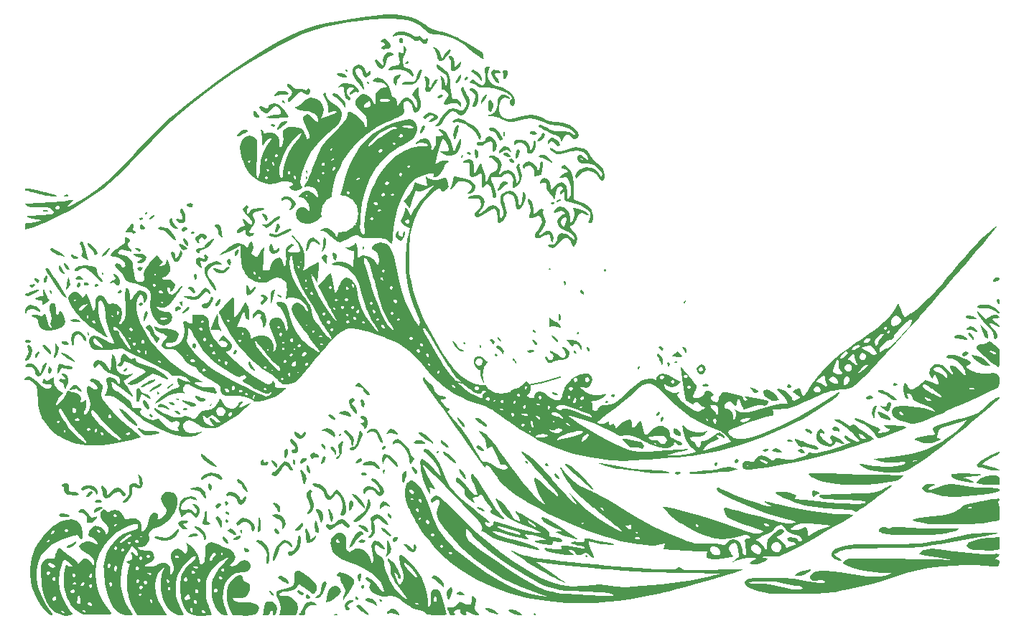
<source format=gto>
%TF.GenerationSoftware,KiCad,Pcbnew,7.99.0-1397-geaf65f7d53*%
%TF.CreationDate,2023-06-19T15:24:22+01:00*%
%TF.ProjectId,swweeep-base,73777765-6565-4702-9d62-6173652e6b69,rev?*%
%TF.SameCoordinates,Original*%
%TF.FileFunction,Legend,Top*%
%TF.FilePolarity,Positive*%
%FSLAX46Y46*%
G04 Gerber Fmt 4.6, Leading zero omitted, Abs format (unit mm)*
G04 Created by KiCad (PCBNEW 7.99.0-1397-geaf65f7d53) date 2023-06-19 15:24:22*
%MOMM*%
%LPD*%
G01*
G04 APERTURE LIST*
%ADD10C,0.200000*%
%ADD11C,0.000000*%
%ADD12C,4.400000*%
G04 APERTURE END LIST*
D10*
%TO.C,REF\u002A\u002A*%
X61272560Y-57884735D02*
G75*
G03*
X65423106Y-58918600I7008046J19286135D01*
G01*
X71138106Y-58918599D02*
G75*
G03*
X75288653Y-57884733I-2857500J20319999D01*
G01*
D11*
%TO.C,G\u002A\u002A\u002A1*%
G36*
X45478237Y-33666273D02*
G01*
X45464462Y-33770794D01*
X45402561Y-33855396D01*
X45329111Y-33770341D01*
X45287871Y-33604883D01*
X45308534Y-33560464D01*
X45419640Y-33542008D01*
X45478237Y-33666273D01*
G37*
G36*
X52738394Y-23103498D02*
G01*
X52757265Y-23238171D01*
X52634464Y-23303044D01*
X52479643Y-23212554D01*
X52456514Y-23125094D01*
X52521862Y-22994016D01*
X52589977Y-22991632D01*
X52738394Y-23103498D01*
G37*
G36*
X60981500Y-66708169D02*
G01*
X60919008Y-66809400D01*
X60778169Y-66864724D01*
X60727985Y-66815293D01*
X60737922Y-66663058D01*
X60778972Y-66625662D01*
X60938527Y-66599449D01*
X60981500Y-66708169D01*
G37*
G36*
X65933104Y-54233530D02*
G01*
X65919329Y-54338051D01*
X65857428Y-54422652D01*
X65783978Y-54337598D01*
X65742738Y-54172140D01*
X65763402Y-54127720D01*
X65874507Y-54109264D01*
X65933104Y-54233530D01*
G37*
G36*
X19649355Y-52602257D02*
G01*
X19737133Y-52810258D01*
X19733647Y-52915791D01*
X19663822Y-53036383D01*
X19610718Y-53021386D01*
X19540587Y-52848526D01*
X19526426Y-52707853D01*
X19556504Y-52558091D01*
X19649355Y-52602257D01*
G37*
G36*
X20832620Y-46959952D02*
G01*
X20847053Y-47045301D01*
X20707942Y-47187559D01*
X20500939Y-47223467D01*
X20395018Y-47173997D01*
X20361679Y-47036254D01*
X20499148Y-46930988D01*
X20666318Y-46904814D01*
X20832620Y-46959952D01*
G37*
G36*
X21324656Y-45499947D02*
G01*
X21432758Y-45643632D01*
X21437045Y-45675164D01*
X21351321Y-45777893D01*
X21324656Y-45780920D01*
X21226021Y-45689440D01*
X21212266Y-45605703D01*
X21266752Y-45489374D01*
X21324656Y-45499947D01*
G37*
G36*
X26029901Y-39163089D02*
G01*
X25993436Y-39254859D01*
X25830075Y-39369699D01*
X25664118Y-39280900D01*
X25651156Y-39261543D01*
X25676205Y-39133701D01*
X25761760Y-39079074D01*
X25965481Y-39056880D01*
X26029901Y-39163089D01*
G37*
G36*
X26595688Y-38454428D02*
G01*
X26606957Y-38531805D01*
X26518798Y-38680849D01*
X26441900Y-38700389D01*
X26328515Y-38625924D01*
X26341535Y-38531805D01*
X26451853Y-38383082D01*
X26506592Y-38363221D01*
X26595688Y-38454428D01*
G37*
G36*
X27121477Y-62309436D02*
G01*
X27225513Y-62465545D01*
X27217228Y-62539673D01*
X27059984Y-62635356D01*
X26896434Y-62539919D01*
X26887930Y-62526938D01*
X26857617Y-62345645D01*
X26967532Y-62255699D01*
X27121477Y-62309436D01*
G37*
G36*
X27967785Y-59742384D02*
G01*
X27972488Y-59773398D01*
X27884990Y-59905179D01*
X27851669Y-59920441D01*
X27749188Y-59866188D01*
X27730850Y-59773398D01*
X27787877Y-59633522D01*
X27851669Y-59626355D01*
X27967785Y-59742384D01*
G37*
G36*
X30758165Y-49088062D02*
G01*
X30746348Y-49268495D01*
X30709169Y-49516078D01*
X30497189Y-49280489D01*
X30359148Y-49106620D01*
X30375294Y-49019528D01*
X30473939Y-48972477D01*
X30681911Y-48945005D01*
X30758165Y-49088062D01*
G37*
G36*
X31267903Y-61559664D02*
G01*
X31299266Y-61655920D01*
X31158897Y-61799063D01*
X30950172Y-61832573D01*
X30844175Y-61781561D01*
X30767686Y-61623600D01*
X30895227Y-61531085D01*
X31055703Y-61515434D01*
X31267903Y-61559664D01*
G37*
G36*
X32068184Y-40686724D02*
G01*
X32173589Y-40792845D01*
X32162953Y-40847564D01*
X32027281Y-40933855D01*
X31858330Y-40936377D01*
X31776868Y-40854519D01*
X31859325Y-40688415D01*
X32063754Y-40685053D01*
X32068184Y-40686724D01*
G37*
G36*
X34234517Y-61005240D02*
G01*
X34228361Y-61072900D01*
X34086067Y-61243227D01*
X34031680Y-61269582D01*
X33927183Y-61238902D01*
X33933339Y-61171241D01*
X34075634Y-61000915D01*
X34130021Y-60974560D01*
X34234517Y-61005240D01*
G37*
G36*
X36070142Y-74754903D02*
G01*
X36124324Y-74926566D01*
X36038892Y-75081318D01*
X35940667Y-75114549D01*
X35823305Y-75025435D01*
X35783624Y-74949564D01*
X35792493Y-74765483D01*
X35926224Y-74689512D01*
X36070142Y-74754903D01*
G37*
G36*
X37730698Y-75965901D02*
G01*
X37772879Y-76146983D01*
X37734871Y-76236232D01*
X37642013Y-76335162D01*
X37567198Y-76228104D01*
X37557083Y-76202348D01*
X37529918Y-75995827D01*
X37609166Y-75906024D01*
X37730698Y-75965901D01*
G37*
G36*
X42320629Y-48209345D02*
G01*
X42415076Y-48314529D01*
X42446644Y-48505213D01*
X42340838Y-48527560D01*
X42112263Y-48378847D01*
X42104515Y-48372425D01*
X41835718Y-48148576D01*
X42092121Y-48144836D01*
X42320629Y-48209345D01*
G37*
G36*
X45371004Y-34156520D02*
G01*
X45398461Y-34182336D01*
X45475459Y-34335275D01*
X45398461Y-34452071D01*
X45297810Y-34507393D01*
X45264414Y-34371297D01*
X45263594Y-34317204D01*
X45286258Y-34138565D01*
X45371004Y-34156520D01*
G37*
G36*
X48982635Y-85912607D02*
G01*
X49040882Y-85985254D01*
X48895061Y-86013368D01*
X48831957Y-86014598D01*
X48607441Y-86001956D01*
X48522886Y-85972148D01*
X48613478Y-85886939D01*
X48808126Y-85863991D01*
X48982635Y-85912607D01*
G37*
G36*
X49405828Y-64631620D02*
G01*
X49422001Y-64711898D01*
X49363322Y-64865671D01*
X49309611Y-64887115D01*
X49200439Y-64806450D01*
X49197222Y-64781359D01*
X49278918Y-64629146D01*
X49309611Y-64606142D01*
X49405828Y-64631620D01*
G37*
G36*
X50136856Y-21582796D02*
G01*
X50206436Y-21737557D01*
X50134469Y-21838076D01*
X50102970Y-21841982D01*
X49949673Y-21760728D01*
X49932553Y-21737359D01*
X49937924Y-21603951D01*
X50056740Y-21545879D01*
X50136856Y-21582796D01*
G37*
G36*
X51405023Y-83916198D02*
G01*
X51445010Y-84056137D01*
X51381768Y-84200429D01*
X51249981Y-84185708D01*
X51146624Y-84044657D01*
X51120789Y-83860459D01*
X51142674Y-83808624D01*
X51276437Y-83794082D01*
X51405023Y-83916198D01*
G37*
G36*
X52104645Y-82466967D02*
G01*
X52168549Y-82608823D01*
X52121352Y-82786290D01*
X52001565Y-82869416D01*
X51862739Y-82787806D01*
X51832320Y-82747234D01*
X51827353Y-82580105D01*
X51951284Y-82458973D01*
X52104645Y-82466967D01*
G37*
G36*
X52175541Y-42521628D02*
G01*
X52183709Y-42707950D01*
X52144716Y-42765993D01*
X52006942Y-42806326D01*
X51950762Y-42746407D01*
X51942593Y-42560085D01*
X51981586Y-42502043D01*
X52119360Y-42461709D01*
X52175541Y-42521628D01*
G37*
G36*
X54220840Y-84241826D02*
G01*
X54254744Y-84337111D01*
X54184029Y-84436057D01*
X54041839Y-84400884D01*
X53969149Y-84323000D01*
X53938798Y-84171645D01*
X53955039Y-84143162D01*
X54086491Y-84134688D01*
X54220840Y-84241826D01*
G37*
G36*
X57312354Y-20583840D02*
G01*
X57370177Y-20757336D01*
X57261107Y-20903667D01*
X57110086Y-20942867D01*
X57004344Y-20905396D01*
X57045188Y-20755801D01*
X57070936Y-20706022D01*
X57207507Y-20549857D01*
X57312354Y-20583840D01*
G37*
G36*
X63791669Y-31701532D02*
G01*
X63807842Y-31781810D01*
X63749163Y-31935582D01*
X63695452Y-31957027D01*
X63586280Y-31876362D01*
X63583063Y-31851270D01*
X63664758Y-31699057D01*
X63695452Y-31676053D01*
X63791669Y-31701532D01*
G37*
G36*
X64065811Y-53842262D02*
G01*
X64088815Y-53872956D01*
X64063336Y-53969172D01*
X63983058Y-53985345D01*
X63829286Y-53926667D01*
X63807842Y-53872956D01*
X63888507Y-53763783D01*
X63913598Y-53760566D01*
X64065811Y-53842262D01*
G37*
G36*
X67780933Y-55174565D02*
G01*
X67907041Y-55280266D01*
X67902776Y-55345794D01*
X67746005Y-55442278D01*
X67580585Y-55345043D01*
X67568265Y-55326540D01*
X67537044Y-55174394D01*
X67675517Y-55143868D01*
X67780933Y-55174565D01*
G37*
G36*
X72315530Y-52435631D02*
G01*
X72349434Y-52530916D01*
X72278719Y-52629862D01*
X72136529Y-52594690D01*
X72063840Y-52516806D01*
X72033488Y-52365451D01*
X72049729Y-52336968D01*
X72181181Y-52328494D01*
X72315530Y-52435631D01*
G37*
G36*
X72382625Y-85873235D02*
G01*
X72405629Y-85903929D01*
X72380151Y-86000146D01*
X72299873Y-86016319D01*
X72146100Y-85957640D01*
X72124656Y-85903929D01*
X72205321Y-85794757D01*
X72230412Y-85791540D01*
X72382625Y-85873235D01*
G37*
G36*
X74144637Y-45079919D02*
G01*
X74147665Y-45106584D01*
X74056184Y-45205218D01*
X73972448Y-45218973D01*
X73856118Y-45164488D01*
X73866691Y-45106584D01*
X74010376Y-44998482D01*
X74041908Y-44994195D01*
X74144637Y-45079919D01*
G37*
G36*
X74555072Y-37286393D02*
G01*
X74597222Y-37351717D01*
X74503090Y-37443031D01*
X74372443Y-37464106D01*
X74189814Y-37417040D01*
X74147665Y-37351717D01*
X74241796Y-37260402D01*
X74372443Y-37239327D01*
X74555072Y-37286393D01*
G37*
G36*
X77431909Y-52597626D02*
G01*
X77457219Y-52627073D01*
X77446004Y-52774014D01*
X77416556Y-52799324D01*
X77269615Y-52788109D01*
X77244305Y-52758661D01*
X77255520Y-52611720D01*
X77284968Y-52586411D01*
X77431909Y-52597626D01*
G37*
G36*
X78451652Y-79017483D02*
G01*
X78474656Y-79048177D01*
X78449177Y-79144394D01*
X78368899Y-79160566D01*
X78215126Y-79101888D01*
X78193682Y-79048177D01*
X78274347Y-78939005D01*
X78299439Y-78935788D01*
X78451652Y-79017483D01*
G37*
G36*
X80653569Y-45197615D02*
G01*
X80666249Y-45275168D01*
X80605562Y-45424732D01*
X80553859Y-45443752D01*
X80454150Y-45352722D01*
X80441470Y-45275168D01*
X80502157Y-45125604D01*
X80553859Y-45106584D01*
X80653569Y-45197615D01*
G37*
G36*
X80879129Y-60707449D02*
G01*
X80891027Y-60784903D01*
X80822005Y-60939904D01*
X80666834Y-60912130D01*
X80631841Y-60881616D01*
X80609111Y-60741516D01*
X80723024Y-60627922D01*
X80785271Y-60616319D01*
X80879129Y-60707449D01*
G37*
G36*
X89078758Y-56071193D02*
G01*
X89095452Y-56120743D01*
X89001037Y-56211175D01*
X88864041Y-56233133D01*
X88708638Y-56189868D01*
X88702089Y-56120743D01*
X88864703Y-56017331D01*
X88933501Y-56008354D01*
X89078758Y-56071193D01*
G37*
G36*
X13325164Y-47002271D02*
G01*
X13234874Y-47183072D01*
X13047620Y-47338868D01*
X12877124Y-47285327D01*
X12786906Y-47190418D01*
X12725142Y-47062169D01*
X12841337Y-46982081D01*
X12946962Y-46952142D01*
X13225443Y-46920860D01*
X13325164Y-47002271D01*
G37*
G36*
X13690426Y-46304068D02*
G01*
X13833830Y-46480447D01*
X13829955Y-46637536D01*
X13721282Y-46778547D01*
X13559416Y-46723096D01*
X13418623Y-46586894D01*
X13256173Y-46367171D01*
X13278200Y-46255864D01*
X13434921Y-46230478D01*
X13690426Y-46304068D01*
G37*
G36*
X15224349Y-47619927D02*
G01*
X15268042Y-47658997D01*
X15350387Y-47862119D01*
X15345545Y-47988673D01*
X15302001Y-48116884D01*
X15231907Y-48062753D01*
X15157315Y-47934790D01*
X15074363Y-47708092D01*
X15103140Y-47587116D01*
X15224349Y-47619927D01*
G37*
G36*
X19461864Y-46744173D02*
G01*
X19679372Y-46856656D01*
X19692577Y-46993917D01*
X19503790Y-47096948D01*
X19447635Y-47107438D01*
X19222392Y-47054008D01*
X19144722Y-46950865D01*
X19105193Y-46760680D01*
X19209547Y-46701168D01*
X19461864Y-46744173D01*
G37*
G36*
X23539544Y-47633522D02*
G01*
X23572443Y-47727469D01*
X23481268Y-47906243D01*
X23394667Y-47960489D01*
X23187635Y-48021258D01*
X23128628Y-47955870D01*
X23144033Y-47833317D01*
X23242762Y-47671504D01*
X23403889Y-47597668D01*
X23539544Y-47633522D01*
G37*
G36*
X30186245Y-61922107D02*
G01*
X30380800Y-62082639D01*
X30428196Y-62212248D01*
X30357279Y-62298760D01*
X30163927Y-62227449D01*
X29962992Y-62081120D01*
X29790064Y-61927506D01*
X29785359Y-61867986D01*
X29928063Y-61856341D01*
X30186245Y-61922107D01*
G37*
G36*
X30279432Y-60481873D02*
G01*
X30315806Y-60503929D01*
X30405677Y-60586468D01*
X30294632Y-60613480D01*
X30238147Y-60614598D01*
X30011509Y-60570056D01*
X29922443Y-60503929D01*
X29930646Y-60411266D01*
X30073935Y-60403914D01*
X30279432Y-60481873D01*
G37*
G36*
X36070474Y-72603935D02*
G01*
X36112095Y-72781972D01*
X36004768Y-72957824D01*
X35865766Y-73053233D01*
X35822886Y-73012426D01*
X35784837Y-72799198D01*
X35754667Y-72707369D01*
X35764850Y-72556429D01*
X35860423Y-72529593D01*
X36070474Y-72603935D01*
G37*
G36*
X41608657Y-28079695D02*
G01*
X41667134Y-28191982D01*
X41584241Y-28341142D01*
X41512311Y-28360566D01*
X41315346Y-28281277D01*
X41217576Y-28191982D01*
X41149368Y-28069841D01*
X41255554Y-28026729D01*
X41372399Y-28023398D01*
X41608657Y-28079695D01*
G37*
G36*
X43922687Y-67645454D02*
G01*
X44001738Y-67785680D01*
X44024644Y-68003982D01*
X43991438Y-68195435D01*
X43922495Y-68258796D01*
X43808236Y-68166069D01*
X43746656Y-68035023D01*
X43722121Y-67795689D01*
X43793332Y-67644476D01*
X43922687Y-67645454D01*
G37*
G36*
X47439100Y-65882667D02*
G01*
X47586333Y-66108286D01*
X47603663Y-66313390D01*
X47560559Y-66435013D01*
X47468634Y-66407623D01*
X47313409Y-66262594D01*
X47109048Y-66009055D01*
X47078649Y-65842910D01*
X47216646Y-65786230D01*
X47439100Y-65882667D01*
G37*
G36*
X52402309Y-69225296D02*
G01*
X52456514Y-69314471D01*
X52369218Y-69490095D01*
X52158898Y-69538120D01*
X51969707Y-69476468D01*
X51840441Y-69343964D01*
X51842642Y-69263393D01*
X51994678Y-69172839D01*
X52215950Y-69163029D01*
X52402309Y-69225296D01*
G37*
G36*
X56107006Y-76821534D02*
G01*
X56149229Y-76921746D01*
X56049020Y-77144946D01*
X55872214Y-77325493D01*
X55672619Y-77343896D01*
X55533736Y-77199134D01*
X55527377Y-76959966D01*
X55709618Y-76823042D01*
X55891023Y-76800389D01*
X56107006Y-76821534D01*
G37*
G36*
X64501472Y-31302971D02*
G01*
X64708247Y-31383186D01*
X64793978Y-31504162D01*
X64733737Y-31600723D01*
X64622665Y-31619858D01*
X64405193Y-31584711D01*
X64332325Y-31544932D01*
X64257134Y-31385498D01*
X64372147Y-31300977D01*
X64501472Y-31302971D01*
G37*
G36*
X68082048Y-53264582D02*
G01*
X68091906Y-53274326D01*
X68248484Y-53484230D01*
X68285713Y-53645093D01*
X68192600Y-53685128D01*
X68047666Y-53563659D01*
X67891521Y-53343613D01*
X67849815Y-53190259D01*
X67915630Y-53148836D01*
X68082048Y-53264582D01*
G37*
G36*
X71425627Y-67893374D02*
G01*
X71450319Y-67977823D01*
X71427217Y-68127779D01*
X71407886Y-68146407D01*
X71310917Y-68071929D01*
X71225541Y-67977823D01*
X71147182Y-67844881D01*
X71250433Y-67809396D01*
X71267974Y-67809239D01*
X71425627Y-67893374D01*
G37*
G36*
X75336672Y-36987660D02*
G01*
X75280517Y-37059949D01*
X75105002Y-37196472D01*
X74933535Y-37235018D01*
X74842573Y-37168688D01*
X74849536Y-37098841D01*
X74985110Y-36975054D01*
X75162595Y-36919463D01*
X75343999Y-36909735D01*
X75336672Y-36987660D01*
G37*
G36*
X75832844Y-46522410D02*
G01*
X75843021Y-46532206D01*
X75925944Y-46732823D01*
X75927313Y-46902521D01*
X75868280Y-47062040D01*
X75805408Y-47065336D01*
X75740711Y-46896914D01*
X75721116Y-46695021D01*
X75746941Y-46507298D01*
X75832844Y-46522410D01*
G37*
G36*
X76974516Y-54740947D02*
G01*
X77013594Y-54772071D01*
X77154878Y-54934311D01*
X77182178Y-55010611D01*
X77090947Y-55098173D01*
X77013594Y-55109239D01*
X76876640Y-55014279D01*
X76845010Y-54870699D01*
X76869616Y-54708339D01*
X76974516Y-54740947D01*
G37*
G36*
X77897108Y-47668129D02*
G01*
X78044929Y-47861969D01*
X78081293Y-47994991D01*
X78019110Y-48129646D01*
X77859673Y-48085357D01*
X77766603Y-48006230D01*
X77655243Y-47822900D01*
X77640519Y-47649011D01*
X77721647Y-47579150D01*
X77897108Y-47668129D01*
G37*
G36*
X81720729Y-59960949D02*
G01*
X81728709Y-60042152D01*
X81677753Y-60110566D01*
X81484712Y-60267663D01*
X81318025Y-60218391D01*
X81303122Y-60204224D01*
X81230346Y-60049013D01*
X81360788Y-59957594D01*
X81522930Y-59941982D01*
X81720729Y-59960949D01*
G37*
G36*
X84666195Y-56599155D02*
G01*
X84677905Y-56738979D01*
X84597793Y-56921070D01*
X84483009Y-57019372D01*
X84475463Y-57019858D01*
X84385386Y-56929119D01*
X84375098Y-56857907D01*
X84438462Y-56685161D01*
X84570573Y-56581512D01*
X84666195Y-56599155D01*
G37*
G36*
X87036989Y-62018268D02*
G01*
X87064420Y-62155451D01*
X86964130Y-62326498D01*
X86838701Y-62419346D01*
X86668182Y-62486561D01*
X86630128Y-62390918D01*
X86642020Y-62283962D01*
X86745604Y-62065909D01*
X86875762Y-61985996D01*
X87036989Y-62018268D01*
G37*
G36*
X87439918Y-62604645D02*
G01*
X87424715Y-62819452D01*
X87359573Y-62964992D01*
X87226824Y-63134065D01*
X87137401Y-63103063D01*
X87103774Y-62912152D01*
X87153100Y-62688188D01*
X87254889Y-62540433D01*
X87298163Y-62526938D01*
X87439918Y-62604645D01*
G37*
G36*
X88163341Y-56218444D02*
G01*
X88196337Y-56401717D01*
X88150496Y-56627879D01*
X88045351Y-56670274D01*
X87929467Y-56510269D01*
X87927388Y-56504914D01*
X87863979Y-56243988D01*
X87944241Y-56131333D01*
X88027753Y-56120743D01*
X88163341Y-56218444D01*
G37*
G36*
X90106800Y-48952715D02*
G01*
X90106957Y-48970256D01*
X90022822Y-49127909D01*
X89938373Y-49152602D01*
X89788416Y-49129499D01*
X89769788Y-49110169D01*
X89844267Y-49013200D01*
X89938373Y-48927823D01*
X90071314Y-48849464D01*
X90106800Y-48952715D01*
G37*
G36*
X92692117Y-58739992D02*
G01*
X92801867Y-58824545D01*
X92718153Y-58931870D01*
X92626526Y-58974648D01*
X92304129Y-59039675D01*
X92092502Y-58967941D01*
X92019583Y-58816740D01*
X92157264Y-58727962D01*
X92410939Y-58705699D01*
X92692117Y-58739992D01*
G37*
G36*
X93776212Y-67956960D02*
G01*
X93801279Y-68110127D01*
X93721616Y-68291398D01*
X93601188Y-68371186D01*
X93443678Y-68290067D01*
X93430314Y-68271531D01*
X93450616Y-68138820D01*
X93579020Y-68000413D01*
X93726198Y-67937547D01*
X93776212Y-67956960D01*
G37*
G36*
X96305582Y-67682894D02*
G01*
X96264501Y-67878378D01*
X96194563Y-67961008D01*
X96012921Y-68075526D01*
X95913986Y-68071726D01*
X95839087Y-67872830D01*
X95888993Y-67651303D01*
X95999182Y-67546970D01*
X96204964Y-67546619D01*
X96305582Y-67682894D01*
G37*
G36*
X102563188Y-65318396D02*
G01*
X102668320Y-65431038D01*
X102615537Y-65529256D01*
X102441691Y-65561451D01*
X102202026Y-65533370D01*
X102095157Y-65486525D01*
X102019124Y-65330763D01*
X102137147Y-65246340D01*
X102320634Y-65244915D01*
X102563188Y-65318396D01*
G37*
G36*
X114901463Y-58627947D02*
G01*
X114941461Y-58647311D01*
X115011802Y-58781810D01*
X114996405Y-58825854D01*
X114828354Y-58923674D01*
X114623687Y-58886519D01*
X114551156Y-58817295D01*
X114568943Y-58697479D01*
X114717159Y-58620667D01*
X114901463Y-58627947D01*
G37*
G36*
X12598222Y-53485555D02*
G01*
X12841310Y-53586467D01*
X12874850Y-53702649D01*
X12717676Y-53804737D01*
X12387001Y-53868704D01*
X12175168Y-53773834D01*
X12158869Y-53750774D01*
X12143288Y-53582255D01*
X12294285Y-53479466D01*
X12555945Y-53476159D01*
X12598222Y-53485555D01*
G37*
G36*
X16995243Y-53692807D02*
G01*
X17224125Y-53799871D01*
X17339443Y-53929129D01*
X17331348Y-53990984D01*
X17155922Y-54085460D01*
X16881279Y-54059113D01*
X16688594Y-53976343D01*
X16513710Y-53817471D01*
X16536700Y-53692770D01*
X16724080Y-53648177D01*
X16995243Y-53692807D01*
G37*
G36*
X17285169Y-36370651D02*
G01*
X17337049Y-36448746D01*
X17334833Y-36452602D01*
X17179912Y-36539600D01*
X16991032Y-36564991D01*
X16783012Y-36525673D01*
X16716691Y-36452602D01*
X16814503Y-36374280D01*
X17050812Y-36340257D01*
X17060492Y-36340212D01*
X17285169Y-36370651D01*
G37*
G36*
X18663881Y-46782068D02*
G01*
X18728630Y-46974075D01*
X18720852Y-47088267D01*
X18619566Y-47267355D01*
X18459787Y-47337395D01*
X18325591Y-47283168D01*
X18291863Y-47165931D01*
X18351028Y-46892562D01*
X18399573Y-46793364D01*
X18535167Y-46704365D01*
X18663881Y-46782068D01*
G37*
G36*
X20155300Y-71427815D02*
G01*
X20126166Y-71532794D01*
X20074037Y-71602381D01*
X19808940Y-71891805D01*
X19590396Y-72041243D01*
X19449682Y-72035667D01*
X19414036Y-71919479D01*
X19510576Y-71676411D01*
X19741288Y-71479407D01*
X19997772Y-71405699D01*
X20155300Y-71427815D01*
G37*
G36*
X24203479Y-56826705D02*
G01*
X24209974Y-56960039D01*
X24085179Y-57119551D01*
X23898644Y-57230482D01*
X23814680Y-57244637D01*
X23718842Y-57215457D01*
X23782085Y-57102611D01*
X23881514Y-56998005D01*
X24073603Y-56848225D01*
X24200316Y-56823924D01*
X24203479Y-56826705D01*
G37*
G36*
X25454004Y-42654650D02*
G01*
X25710234Y-42750597D01*
X25799413Y-42886894D01*
X25795011Y-43039892D01*
X25674038Y-43058362D01*
X25401153Y-42947553D01*
X25398771Y-42946405D01*
X25184283Y-42798426D01*
X25176648Y-42687115D01*
X25369107Y-42648179D01*
X25454004Y-42654650D01*
G37*
G36*
X26006947Y-49079074D02*
G01*
X26018785Y-49088914D01*
X26031666Y-49225506D01*
X26006227Y-49316339D01*
X25877341Y-49457300D01*
X25709365Y-49479838D01*
X25601442Y-49379880D01*
X25595452Y-49333210D01*
X25677365Y-49182661D01*
X25850721Y-49077064D01*
X26006947Y-49079074D01*
G37*
G36*
X27454749Y-38817369D02*
G01*
X27308820Y-39010001D01*
X27302366Y-39016485D01*
X27065277Y-39207112D01*
X26893791Y-39259155D01*
X26831735Y-39167366D01*
X26917953Y-39002481D01*
X27113103Y-38831097D01*
X27321928Y-38726471D01*
X27408252Y-38723978D01*
X27454749Y-38817369D01*
G37*
G36*
X29605686Y-60904924D02*
G01*
X29753859Y-61009681D01*
X29823032Y-61133447D01*
X29714477Y-61175603D01*
X29612798Y-61178266D01*
X29340086Y-61114439D01*
X29191912Y-61009681D01*
X29122739Y-60885915D01*
X29231294Y-60843760D01*
X29332973Y-60841097D01*
X29605686Y-60904924D01*
G37*
G36*
X32216633Y-53923098D02*
G01*
X32311357Y-54083193D01*
X32338815Y-54272951D01*
X32274397Y-54491669D01*
X32130975Y-54539216D01*
X31983296Y-54408388D01*
X31941861Y-54311200D01*
X31932421Y-54073577D01*
X32034683Y-53918517D01*
X32200528Y-53913983D01*
X32216633Y-53923098D01*
G37*
G36*
X32389462Y-45835037D02*
G01*
X32432622Y-45999367D01*
X32419312Y-46238175D01*
X32331040Y-46392798D01*
X32209054Y-46397926D01*
X32190836Y-46382204D01*
X32135177Y-46224036D01*
X32114036Y-45977602D01*
X32164638Y-45746243D01*
X32276445Y-45700088D01*
X32389462Y-45835037D01*
G37*
G36*
X36073183Y-73785074D02*
G01*
X36217032Y-73880059D01*
X36222301Y-73888058D01*
X36240313Y-74055570D01*
X36123090Y-74141914D01*
X35959574Y-74082370D01*
X35957753Y-74080566D01*
X35839427Y-73915340D01*
X35822886Y-73855788D01*
X35904240Y-73773949D01*
X36073183Y-73785074D01*
G37*
G36*
X36299909Y-43947110D02*
G01*
X36378693Y-44083607D01*
X36458778Y-44351900D01*
X36420825Y-44568810D01*
X36279925Y-44657027D01*
X36142220Y-44569571D01*
X36055974Y-44447773D01*
X36013267Y-44192617D01*
X36093420Y-44034156D01*
X36212238Y-43900589D01*
X36299909Y-43947110D01*
G37*
G36*
X37115004Y-54656898D02*
G01*
X37121620Y-54834042D01*
X37060412Y-54994527D01*
X36911969Y-55178499D01*
X36779502Y-55210010D01*
X36722001Y-55075115D01*
X36722001Y-55074525D01*
X36784217Y-54870766D01*
X36873429Y-54720331D01*
X37020709Y-54602036D01*
X37115004Y-54656898D01*
G37*
G36*
X38325910Y-78100413D02*
G01*
X38515785Y-78247256D01*
X38600895Y-78410639D01*
X38586963Y-78469180D01*
X38403857Y-78590968D01*
X38170921Y-78527995D01*
X38093151Y-78463752D01*
X37973096Y-78263656D01*
X37987978Y-78094645D01*
X38105387Y-78036673D01*
X38325910Y-78100413D01*
G37*
G36*
X41890609Y-75869734D02*
G01*
X42062514Y-76054857D01*
X42166668Y-76258115D01*
X42161566Y-76369148D01*
X41999715Y-76462285D01*
X41797616Y-76393623D01*
X41671088Y-76245831D01*
X41562591Y-75955309D01*
X41622804Y-75807749D01*
X41716955Y-75788885D01*
X41890609Y-75869734D01*
G37*
G36*
X42612158Y-25205189D02*
G01*
X42622443Y-25213664D01*
X42763727Y-25375904D01*
X42791027Y-25452204D01*
X42715583Y-25545387D01*
X42563022Y-25505010D01*
X42528785Y-25475906D01*
X42459760Y-25306736D01*
X42453859Y-25237365D01*
X42484991Y-25133535D01*
X42612158Y-25205189D01*
G37*
G36*
X44701647Y-83178835D02*
G01*
X44946717Y-83329517D01*
X45069397Y-83461300D01*
X45072849Y-83487558D01*
X44958368Y-83616460D01*
X44736212Y-83601986D01*
X44479195Y-83455847D01*
X44275230Y-83237473D01*
X44266092Y-83102366D01*
X44428476Y-83079551D01*
X44701647Y-83178835D01*
G37*
G36*
X54564743Y-68804328D02*
G01*
X54591912Y-68982695D01*
X54550473Y-69220667D01*
X54479523Y-69326496D01*
X54399926Y-69282578D01*
X54367188Y-69063917D01*
X54367134Y-69052155D01*
X54399109Y-68812567D01*
X54476358Y-68708489D01*
X54479523Y-68708354D01*
X54564743Y-68804328D01*
G37*
G36*
X54667100Y-66048774D02*
G01*
X54668970Y-66050603D01*
X54662953Y-66174286D01*
X54549022Y-66338986D01*
X54399252Y-66451076D01*
X54353372Y-66460566D01*
X54266316Y-66369100D01*
X54254744Y-66288455D01*
X54335778Y-66121463D01*
X54508447Y-66021348D01*
X54667100Y-66048774D01*
G37*
G36*
X55138240Y-73967713D02*
G01*
X55209572Y-74057695D01*
X55347138Y-74309980D01*
X55360635Y-74489839D01*
X55272692Y-74552841D01*
X55105937Y-74454553D01*
X55042658Y-74385449D01*
X54958944Y-74155980D01*
X54975794Y-74031029D01*
X55044805Y-73910847D01*
X55138240Y-73967713D01*
G37*
G36*
X61428339Y-24595604D02*
G01*
X61409581Y-24726850D01*
X61230274Y-24872541D01*
X60930653Y-24981928D01*
X60747221Y-24918095D01*
X60720619Y-24882135D01*
X60752358Y-24759325D01*
X60926115Y-24632582D01*
X61165147Y-24549643D01*
X61271692Y-24539327D01*
X61428339Y-24595604D01*
G37*
G36*
X64361468Y-22419887D02*
G01*
X64422016Y-22507960D01*
X64313988Y-22698337D01*
X64285284Y-22734570D01*
X64112161Y-22892706D01*
X63999677Y-22890956D01*
X63997934Y-22888288D01*
X63998658Y-22713183D01*
X64120864Y-22524571D01*
X64291016Y-22417201D01*
X64361468Y-22419887D01*
G37*
G36*
X67415311Y-53514474D02*
G01*
X67511750Y-53757368D01*
X67498099Y-53932423D01*
X67448711Y-54033338D01*
X67339976Y-53979791D01*
X67207620Y-53847453D01*
X67005641Y-53603218D01*
X66978394Y-53471373D01*
X67124311Y-53424868D01*
X67183050Y-53423398D01*
X67415311Y-53514474D01*
G37*
G36*
X68640585Y-28866319D02*
G01*
X68735981Y-29025307D01*
X68752974Y-29147292D01*
X68699822Y-29359674D01*
X68640585Y-29428266D01*
X68561384Y-29383900D01*
X68528300Y-29163907D01*
X68528196Y-29147292D01*
X68558123Y-28918836D01*
X68635236Y-28863337D01*
X68640585Y-28866319D01*
G37*
G36*
X69686434Y-32199909D02*
G01*
X69848084Y-32361659D01*
X69876868Y-32466733D01*
X69794073Y-32599800D01*
X69603037Y-32621115D01*
X69389785Y-32532003D01*
X69310968Y-32458016D01*
X69230237Y-32265385D01*
X69285141Y-32166630D01*
X69466376Y-32118462D01*
X69686434Y-32199909D01*
G37*
G36*
X69812466Y-55711479D02*
G01*
X69956204Y-55855809D01*
X70070751Y-56057912D01*
X70101647Y-56198419D01*
X70047880Y-56335929D01*
X69922149Y-56306865D01*
X69777805Y-56131258D01*
X69743813Y-56064074D01*
X69676679Y-55830585D01*
X69699217Y-55698985D01*
X69812466Y-55711479D01*
G37*
G36*
X72183365Y-53486069D02*
G01*
X72375158Y-53629584D01*
X72521745Y-53838948D01*
X72557059Y-54035772D01*
X72506694Y-54130771D01*
X72394467Y-54081707D01*
X72199732Y-53893549D01*
X72002475Y-53646528D01*
X71987145Y-53502525D01*
X72014387Y-53478282D01*
X72183365Y-53486069D01*
G37*
G36*
X73715311Y-68102452D02*
G01*
X73835533Y-68247256D01*
X73865558Y-68377681D01*
X73844051Y-68402208D01*
X73666750Y-68416890D01*
X73613815Y-68402848D01*
X73501378Y-68288070D01*
X73477732Y-68128103D01*
X73555628Y-68035305D01*
X73571956Y-68034018D01*
X73715311Y-68102452D01*
G37*
G36*
X74715990Y-59776697D02*
G01*
X74978241Y-59935891D01*
X75047079Y-60029447D01*
X74923094Y-60038503D01*
X74709611Y-59980400D01*
X74460234Y-59898948D01*
X74393417Y-59877677D01*
X74299998Y-59773181D01*
X74315503Y-59718409D01*
X74462393Y-59681352D01*
X74715990Y-59776697D01*
G37*
G36*
X78573525Y-54311404D02*
G01*
X78587045Y-54322513D01*
X78735322Y-54534439D01*
X78727947Y-54742105D01*
X78655016Y-54820987D01*
X78537092Y-54789596D01*
X78486432Y-54706039D01*
X78424495Y-54442595D01*
X78418461Y-54355754D01*
X78448748Y-54244024D01*
X78573525Y-54311404D01*
G37*
G36*
X87176363Y-54263630D02*
G01*
X87365337Y-54412501D01*
X87409611Y-54554866D01*
X87395215Y-54725601D01*
X87320371Y-54747838D01*
X87137599Y-54621858D01*
X87056797Y-54556966D01*
X86882220Y-54361614D01*
X86900992Y-54245453D01*
X87099287Y-54242405D01*
X87176363Y-54263630D01*
G37*
G36*
X89383731Y-69083315D02*
G01*
X89481537Y-69146135D01*
X89456963Y-69258536D01*
X89292023Y-69342847D01*
X89071031Y-69377548D01*
X88878305Y-69341120D01*
X88836266Y-69310819D01*
X88804519Y-69177160D01*
X88947541Y-69075566D01*
X89151647Y-69045522D01*
X89383731Y-69083315D01*
G37*
G36*
X102461296Y-58864931D02*
G01*
X102532029Y-59009720D01*
X102518113Y-59055602D01*
X102366276Y-59147110D01*
X102166676Y-59137987D01*
X102031548Y-59042277D01*
X102020231Y-58993305D01*
X102091930Y-58799858D01*
X102137544Y-58758851D01*
X102298925Y-58757233D01*
X102461296Y-58864931D01*
G37*
G36*
X126969880Y-48646359D02*
G01*
X127055818Y-48790730D01*
X127080026Y-49010319D01*
X127042961Y-49201686D01*
X126967146Y-49264991D01*
X126830284Y-49175177D01*
X126786538Y-49096407D01*
X126761583Y-48879377D01*
X126822378Y-48696833D01*
X126934829Y-48632463D01*
X126969880Y-48646359D01*
G37*
G36*
X14785767Y-45985208D02*
G01*
X14798191Y-46205894D01*
X14735867Y-46472852D01*
X14689728Y-46575035D01*
X14535314Y-46763177D01*
X14408818Y-46757393D01*
X14356514Y-46560257D01*
X14406123Y-46278904D01*
X14525290Y-46029060D01*
X14669526Y-45897707D01*
X14697637Y-45893310D01*
X14785767Y-45985208D01*
G37*
G36*
X16520010Y-45064130D02*
G01*
X16700831Y-45341062D01*
X16812112Y-45540175D01*
X16829080Y-45590280D01*
X16753339Y-45670193D01*
X16576593Y-45632021D01*
X16374562Y-45496584D01*
X16332323Y-45453691D01*
X16188480Y-45156822D01*
X16174417Y-44927541D01*
X16210939Y-44616230D01*
X16520010Y-45064130D01*
G37*
G36*
X17383403Y-46223763D02*
G01*
X17458389Y-46576665D01*
X17467934Y-46644394D01*
X17473267Y-47000176D01*
X17351418Y-47270520D01*
X17282374Y-47356109D01*
X17038805Y-47635345D01*
X17092674Y-46924032D01*
X17147700Y-46444311D01*
X17219921Y-46163650D01*
X17301201Y-46088112D01*
X17383403Y-46223763D01*
G37*
G36*
X25909013Y-39909536D02*
G01*
X26116052Y-40012930D01*
X26294648Y-40167398D01*
X26287713Y-40303667D01*
X26257992Y-40344249D01*
X26112618Y-40472497D01*
X25938400Y-40458145D01*
X25848328Y-40424186D01*
X25733704Y-40277915D01*
X25712274Y-40053436D01*
X25776918Y-39905059D01*
X25909013Y-39909536D01*
G37*
G36*
X25944668Y-44907872D02*
G01*
X26044987Y-44970670D01*
X26045010Y-44971717D01*
X25970265Y-45123887D01*
X25816150Y-45279606D01*
X25707842Y-45331363D01*
X25579787Y-45262154D01*
X25505541Y-45196496D01*
X25380000Y-45012394D01*
X25460350Y-44909838D01*
X25707842Y-44881805D01*
X25944668Y-44907872D01*
G37*
G36*
X29634434Y-58661908D02*
G01*
X29598436Y-58761243D01*
X29439328Y-58925749D01*
X29223750Y-59100105D01*
X29018347Y-59228986D01*
X28910939Y-59262520D01*
X28918934Y-59196985D01*
X29066255Y-59035028D01*
X29184876Y-58928240D01*
X29427653Y-58744090D01*
X29597625Y-58657995D01*
X29634434Y-58661908D01*
G37*
G36*
X30428865Y-49564249D02*
G01*
X30468231Y-49599597D01*
X30516256Y-49733766D01*
X30384548Y-49902252D01*
X30331453Y-49947305D01*
X30063667Y-50128853D01*
X29917452Y-50127683D01*
X29879813Y-49941125D01*
X29886881Y-49855996D01*
X29995595Y-49601963D01*
X30200400Y-49494066D01*
X30428865Y-49564249D01*
G37*
G36*
X31154182Y-41617624D02*
G01*
X31334000Y-41927434D01*
X31386654Y-42100797D01*
X31408287Y-42340874D01*
X31326681Y-42403276D01*
X31170775Y-42292137D01*
X30988911Y-42043973D01*
X30818354Y-41737654D01*
X30778686Y-41573208D01*
X30865103Y-41513309D01*
X30920186Y-41510124D01*
X31154182Y-41617624D01*
G37*
G36*
X31221817Y-40228142D02*
G01*
X31287482Y-40385393D01*
X31158329Y-40568975D01*
X31154416Y-40571864D01*
X30859443Y-40713487D01*
X30637330Y-40668534D01*
X30619465Y-40652426D01*
X30598246Y-40501198D01*
X30708038Y-40317401D01*
X30886868Y-40183717D01*
X30987464Y-40161451D01*
X31221817Y-40228142D01*
G37*
G36*
X31545769Y-49663574D02*
G01*
X31475527Y-49840059D01*
X31255790Y-50092586D01*
X30984170Y-50325182D01*
X30816966Y-50380244D01*
X30765364Y-50271387D01*
X30844523Y-50107929D01*
X31031165Y-49891242D01*
X31249035Y-49697583D01*
X31421876Y-49603206D01*
X31434591Y-49602159D01*
X31545769Y-49663574D01*
G37*
G36*
X34059854Y-70491116D02*
G01*
X34164887Y-70720379D01*
X34186006Y-70989728D01*
X34174361Y-71050361D01*
X34073091Y-71259770D01*
X33952580Y-71257486D01*
X33868096Y-71115534D01*
X33808727Y-70851606D01*
X33808683Y-70590379D01*
X33863108Y-70418985D01*
X33908312Y-70394195D01*
X34059854Y-70491116D01*
G37*
G36*
X35230362Y-72804845D02*
G01*
X35327614Y-72875122D01*
X35280112Y-72996766D01*
X35145794Y-73150668D01*
X34920579Y-73364572D01*
X34773276Y-73420247D01*
X34661529Y-73353782D01*
X34594146Y-73166219D01*
X34687038Y-72972127D01*
X34884056Y-72825691D01*
X35129050Y-72781097D01*
X35230362Y-72804845D01*
G37*
G36*
X37374745Y-42932851D02*
G01*
X37365578Y-43127411D01*
X37207919Y-43401071D01*
X37179908Y-43436390D01*
X37022737Y-43605751D01*
X36936970Y-43605050D01*
X36890280Y-43513818D01*
X36882095Y-43267555D01*
X36990889Y-43021148D01*
X37166476Y-42870881D01*
X37231707Y-42858796D01*
X37374745Y-42932851D01*
G37*
G36*
X41149182Y-83130156D02*
G01*
X41321566Y-83260835D01*
X41452226Y-83459151D01*
X41494579Y-83639119D01*
X41458996Y-83702052D01*
X41325775Y-83669439D01*
X41127775Y-83510856D01*
X41102349Y-83484537D01*
X40936774Y-83256162D01*
X40932760Y-83120229D01*
X41086008Y-83109259D01*
X41149182Y-83130156D01*
G37*
G36*
X41523621Y-67787129D02*
G01*
X41726814Y-68000254D01*
X41867407Y-68249657D01*
X41891912Y-68371186D01*
X41877212Y-68545199D01*
X41811493Y-68567685D01*
X41662330Y-68428407D01*
X41508540Y-68250173D01*
X41279537Y-67936479D01*
X41226728Y-67750860D01*
X41329965Y-67696850D01*
X41523621Y-67787129D01*
G37*
G36*
X45329329Y-67510117D02*
G01*
X45346167Y-67632582D01*
X45167954Y-67851957D01*
X45115863Y-67902037D01*
X44845433Y-68102260D01*
X44662983Y-68124337D01*
X44589764Y-67966570D01*
X44589257Y-67944106D01*
X44686325Y-67657796D01*
X44944910Y-67494195D01*
X45117488Y-67472071D01*
X45329329Y-67510117D01*
G37*
G36*
X45616180Y-83621482D02*
G01*
X45760760Y-83794617D01*
X45780442Y-83973078D01*
X45772389Y-83988387D01*
X45596012Y-84097582D01*
X45382051Y-84064403D01*
X45338520Y-84030773D01*
X45264578Y-83852701D01*
X45291257Y-83653665D01*
X45400236Y-83545351D01*
X45418416Y-83543752D01*
X45616180Y-83621482D01*
G37*
G36*
X48641277Y-43221358D02*
G01*
X48724958Y-43267470D01*
X48893826Y-43478584D01*
X48949611Y-43764372D01*
X48878866Y-44018412D01*
X48827091Y-44075799D01*
X48716172Y-44119745D01*
X48625093Y-44010047D01*
X48532645Y-43746167D01*
X48452575Y-43385122D01*
X48487960Y-43212240D01*
X48641277Y-43221358D01*
G37*
G36*
X51814155Y-81104317D02*
G01*
X51847726Y-81245763D01*
X51820106Y-81436451D01*
X51727026Y-81828230D01*
X51631298Y-82005501D01*
X51524107Y-81978455D01*
X51449025Y-81865415D01*
X51363588Y-81563092D01*
X51403579Y-81284342D01*
X51548577Y-81102861D01*
X51669120Y-81071186D01*
X51814155Y-81104317D01*
G37*
G36*
X51881829Y-67534512D02*
G01*
X51872342Y-67683833D01*
X51729788Y-67863035D01*
X51563777Y-67974525D01*
X51305573Y-68076062D01*
X51168333Y-68037060D01*
X51152532Y-68015404D01*
X51173435Y-67866050D01*
X51326744Y-67682735D01*
X51542832Y-67530027D01*
X51738434Y-67472071D01*
X51881829Y-67534512D01*
G37*
G36*
X51968840Y-60552715D02*
G01*
X52073814Y-60625168D01*
X52178865Y-60817681D01*
X52207860Y-61090558D01*
X52163550Y-61345320D01*
X52049850Y-61483115D01*
X51948171Y-61411934D01*
X51842342Y-61184191D01*
X51808759Y-61069659D01*
X51756971Y-60721522D01*
X51813286Y-60544252D01*
X51968840Y-60552715D01*
G37*
G36*
X52129508Y-77084588D02*
G01*
X52282190Y-77170059D01*
X52235374Y-77301447D01*
X52223891Y-77315593D01*
X52022236Y-77436677D01*
X51759413Y-77471368D01*
X51546317Y-77411590D01*
X51504689Y-77367975D01*
X51527858Y-77241237D01*
X51696418Y-77129647D01*
X51931912Y-77068790D01*
X52129508Y-77084588D01*
G37*
G36*
X65852651Y-65990986D02*
G01*
X66047472Y-66194750D01*
X66251405Y-66492554D01*
X66284325Y-66646181D01*
X66149264Y-66653697D01*
X65849255Y-66513169D01*
X65692957Y-66420748D01*
X65437170Y-66239950D01*
X65362810Y-66110861D01*
X65406364Y-66030893D01*
X65625048Y-65908170D01*
X65852651Y-65990986D01*
G37*
G36*
X66604115Y-24624888D02*
G01*
X66522965Y-24842223D01*
X66355856Y-25137227D01*
X66151262Y-25425502D01*
X65943240Y-25693535D01*
X65943240Y-25399178D01*
X66022730Y-25115901D01*
X66226464Y-24796463D01*
X66277113Y-24737782D01*
X66486658Y-24542779D01*
X66593836Y-24515111D01*
X66604115Y-24624888D01*
G37*
G36*
X72137646Y-54724631D02*
G01*
X72248712Y-54772021D01*
X72216017Y-54853603D01*
X72024019Y-54955567D01*
X71742040Y-54996396D01*
X71489564Y-54965926D01*
X71412856Y-54921923D01*
X71344418Y-54804562D01*
X71448531Y-54739095D01*
X71748123Y-54714230D01*
X71836773Y-54713116D01*
X72137646Y-54724631D01*
G37*
G36*
X72328020Y-28874564D02*
G01*
X72411815Y-28927647D01*
X72560509Y-29102922D01*
X72499237Y-29211746D01*
X72224880Y-29257629D01*
X72116415Y-29259681D01*
X71822800Y-29242533D01*
X71701691Y-29175265D01*
X71696103Y-29063000D01*
X71825199Y-28895323D01*
X72067910Y-28826446D01*
X72328020Y-28874564D01*
G37*
G36*
X74795914Y-69328569D02*
G01*
X75000487Y-69544737D01*
X75046780Y-69607469D01*
X75187644Y-69836245D01*
X75181320Y-69934429D01*
X75128046Y-69944637D01*
X74934348Y-69867433D01*
X74783225Y-69739106D01*
X74638481Y-69529964D01*
X74597222Y-69401938D01*
X74651761Y-69276520D01*
X74795914Y-69328569D01*
G37*
G36*
X75264553Y-50484110D02*
G01*
X75342460Y-50701161D01*
X75363831Y-50937100D01*
X75331701Y-51056834D01*
X75198005Y-51176850D01*
X75095344Y-51095309D01*
X75047699Y-50835320D01*
X75046780Y-50782248D01*
X75074472Y-50522239D01*
X75142565Y-50392280D01*
X75157028Y-50388885D01*
X75264553Y-50484110D01*
G37*
G36*
X90038455Y-54420569D02*
G01*
X90181460Y-54661477D01*
X90199876Y-54906371D01*
X90167657Y-55061218D01*
X90106672Y-55063786D01*
X89974192Y-54899989D01*
X89910275Y-54810916D01*
X89722312Y-54528642D01*
X89669960Y-54380187D01*
X89745350Y-54326345D01*
X89812222Y-54322513D01*
X90038455Y-54420569D01*
G37*
G36*
X99850243Y-66401688D02*
G01*
X99779651Y-66508076D01*
X99603501Y-66628589D01*
X99381422Y-66682329D01*
X99193535Y-66664791D01*
X99119958Y-66571470D01*
X99125494Y-66544858D01*
X99258097Y-66439502D01*
X99519469Y-66370901D01*
X99549192Y-66367590D01*
X99791913Y-66355377D01*
X99850243Y-66401688D01*
G37*
G36*
X103940909Y-66548670D02*
G01*
X104050316Y-66698568D01*
X104103230Y-66862478D01*
X103988214Y-66909654D01*
X103959812Y-66910124D01*
X103718280Y-66847703D01*
X103492605Y-66725574D01*
X103322729Y-66583517D01*
X103332103Y-66491469D01*
X103401744Y-66444422D01*
X103679822Y-66401747D01*
X103940909Y-66548670D01*
G37*
G36*
X123356136Y-54933873D02*
G01*
X123421001Y-55063195D01*
X123274259Y-55244053D01*
X123238697Y-55270133D01*
X122914497Y-55432734D01*
X122689466Y-55395815D01*
X122666368Y-55375435D01*
X122640490Y-55222068D01*
X122757022Y-55044043D01*
X122954848Y-54912099D01*
X123090561Y-54884460D01*
X123356136Y-54933873D01*
G37*
G36*
X123709607Y-52730800D02*
G01*
X123888473Y-52954454D01*
X124009318Y-53219546D01*
X124025990Y-53401345D01*
X123971390Y-53478195D01*
X123849358Y-53391060D01*
X123681864Y-53187391D01*
X123464621Y-52884899D01*
X123387289Y-52715819D01*
X123440347Y-52645650D01*
X123529871Y-52636673D01*
X123709607Y-52730800D01*
G37*
G36*
X123912022Y-50688869D02*
G01*
X124176585Y-50834703D01*
X124441912Y-51055743D01*
X123992355Y-51052358D01*
X123631551Y-51024571D01*
X123326803Y-50960637D01*
X123289921Y-50947330D01*
X123073322Y-50816250D01*
X123067999Y-50701792D01*
X123260580Y-50628174D01*
X123474152Y-50613664D01*
X123912022Y-50688869D01*
G37*
G36*
X126964286Y-46170335D02*
G01*
X127077535Y-46310161D01*
X126966986Y-46449870D01*
X126729124Y-46556652D01*
X126452966Y-46649515D01*
X126329387Y-46658809D01*
X126297212Y-46570503D01*
X126296337Y-46457398D01*
X126392039Y-46272279D01*
X126614386Y-46150035D01*
X126866238Y-46132413D01*
X126964286Y-46170335D01*
G37*
G36*
X13812449Y-54857386D02*
G01*
X13834578Y-55027602D01*
X13717273Y-55311965D01*
X13715150Y-55315704D01*
X13530774Y-55586322D01*
X13404238Y-55659118D01*
X13347114Y-55529225D01*
X13345010Y-55471414D01*
X13399154Y-55237702D01*
X13527973Y-55012607D01*
X13681045Y-54862365D01*
X13807950Y-54853209D01*
X13812449Y-54857386D01*
G37*
G36*
X14818030Y-38170997D02*
G01*
X14918435Y-38249434D01*
X14918461Y-38250832D01*
X14820798Y-38329744D01*
X14585488Y-38363213D01*
X14581293Y-38363221D01*
X14344556Y-38330667D01*
X14244151Y-38252230D01*
X14244125Y-38250832D01*
X14341788Y-38171920D01*
X14577098Y-38138451D01*
X14581293Y-38138442D01*
X14818030Y-38170997D01*
G37*
G36*
X16937652Y-44423552D02*
G01*
X17100294Y-44597950D01*
X17262641Y-44829526D01*
X17372059Y-45047490D01*
X17390607Y-45134681D01*
X17322469Y-45225405D01*
X17161830Y-45185556D01*
X16976818Y-45041798D01*
X16898201Y-44941954D01*
X16740995Y-44643326D01*
X16746715Y-44454650D01*
X16827349Y-44377123D01*
X16937652Y-44423552D01*
G37*
G36*
X17053499Y-74039345D02*
G01*
X17304562Y-74164988D01*
X17390986Y-74322204D01*
X17292319Y-74372022D01*
X17049284Y-74399702D01*
X16741202Y-74405174D01*
X16447398Y-74388366D01*
X16247197Y-74349207D01*
X16208117Y-74323257D01*
X16188137Y-74145327D01*
X16366341Y-74029666D01*
X16700846Y-73990655D01*
X17053499Y-74039345D01*
G37*
G36*
X20987010Y-72414325D02*
G01*
X21189808Y-72502455D01*
X21271227Y-72618465D01*
X21258304Y-72658417D01*
X21108041Y-72728445D01*
X20842950Y-72751978D01*
X20567847Y-72730293D01*
X20387547Y-72664669D01*
X20372831Y-72647621D01*
X20404680Y-72519756D01*
X20528359Y-72422326D01*
X20740604Y-72379231D01*
X20987010Y-72414325D01*
G37*
G36*
X21262472Y-73232756D02*
G01*
X21293936Y-73322880D01*
X21116953Y-73479767D01*
X20880064Y-73625389D01*
X20562824Y-73799568D01*
X20392465Y-73864266D01*
X20324249Y-73827508D01*
X20313151Y-73727100D01*
X20411561Y-73499933D01*
X20653525Y-73307149D01*
X20959145Y-73207517D01*
X21024435Y-73203929D01*
X21262472Y-73232756D01*
G37*
G36*
X26539849Y-50144748D02*
G01*
X26580006Y-50187828D01*
X26636182Y-50350512D01*
X26577400Y-50609386D01*
X26493185Y-50813574D01*
X26329646Y-51145221D01*
X26225696Y-51265539D01*
X26172687Y-51177374D01*
X26161382Y-50922735D01*
X26209816Y-50575123D01*
X26309893Y-50296988D01*
X26433735Y-50126184D01*
X26539849Y-50144748D01*
G37*
G36*
X30718101Y-42276074D02*
G01*
X30962045Y-42408007D01*
X31225716Y-42580981D01*
X31307144Y-42692849D01*
X31220983Y-42790933D01*
X31101780Y-42859199D01*
X30913628Y-42912257D01*
X30727937Y-42821219D01*
X30596028Y-42699678D01*
X30365396Y-42418337D01*
X30321186Y-42244137D01*
X30444915Y-42191807D01*
X30718101Y-42276074D01*
G37*
G36*
X31917932Y-37377519D02*
G01*
X31973461Y-37472823D01*
X31957477Y-37529493D01*
X31897970Y-37708654D01*
X31889257Y-37754272D01*
X31798502Y-37801468D01*
X31595433Y-37797827D01*
X31383852Y-37754328D01*
X31271116Y-37688885D01*
X31249899Y-37506356D01*
X31419898Y-37386219D01*
X31683136Y-37351717D01*
X31917932Y-37377519D01*
G37*
G36*
X32369741Y-76394954D02*
G01*
X32550223Y-76503306D01*
X32599450Y-76613713D01*
X32470637Y-76656447D01*
X32367304Y-76660763D01*
X32008554Y-76695066D01*
X31748771Y-76746170D01*
X31508695Y-76771745D01*
X31439700Y-76705056D01*
X31537250Y-76533336D01*
X31777338Y-76414862D01*
X32081117Y-76363960D01*
X32369741Y-76394954D01*
G37*
G36*
X35247788Y-48679433D02*
G01*
X35242314Y-48895442D01*
X35145974Y-49157415D01*
X34996132Y-49350153D01*
X34809834Y-49492324D01*
X34651770Y-49546749D01*
X34586603Y-49478893D01*
X34643732Y-49292313D01*
X34781886Y-49034963D01*
X34951210Y-48784380D01*
X35101851Y-48618099D01*
X35157716Y-48590655D01*
X35247788Y-48679433D01*
G37*
G36*
X35718333Y-76774765D02*
G01*
X35885445Y-76982373D01*
X36046792Y-77231794D01*
X36148072Y-77443999D01*
X36159634Y-77502823D01*
X36096341Y-77586188D01*
X35927633Y-77507488D01*
X35730087Y-77326995D01*
X35558632Y-77082365D01*
X35487804Y-76854708D01*
X35530933Y-76709374D01*
X35599759Y-76688000D01*
X35718333Y-76774765D01*
G37*
G36*
X37551363Y-76655987D02*
G01*
X37554009Y-76658357D01*
X37555866Y-76791379D01*
X37500818Y-76927556D01*
X37329180Y-77067250D01*
X37064090Y-77137762D01*
X36807993Y-77125011D01*
X36675580Y-77040983D01*
X36731288Y-76952043D01*
X36924871Y-76835032D01*
X37178179Y-76723992D01*
X37413060Y-76652964D01*
X37551363Y-76655987D01*
G37*
G36*
X40578393Y-38682294D02*
G01*
X40741082Y-38948177D01*
X40768019Y-39172425D01*
X40738352Y-39420793D01*
X40645871Y-39459296D01*
X40485350Y-39287250D01*
X40377384Y-39121139D01*
X40196380Y-38817665D01*
X40124922Y-38658909D01*
X40155029Y-38597984D01*
X40278718Y-38588003D01*
X40286617Y-38588000D01*
X40578393Y-38682294D01*
G37*
G36*
X43135755Y-66443915D02*
G01*
X43196103Y-66679781D01*
X43175346Y-66978751D01*
X43124764Y-67143188D01*
X42978405Y-67406272D01*
X42851166Y-67446477D01*
X42745501Y-67263560D01*
X42722710Y-67182810D01*
X42710996Y-66905179D01*
X42779365Y-66617995D01*
X42898975Y-66406285D01*
X43005823Y-66348177D01*
X43135755Y-66443915D01*
G37*
G36*
X45600762Y-68427381D02*
G01*
X45734806Y-68626730D01*
X45812769Y-68885023D01*
X45823676Y-69122744D01*
X45756552Y-69260381D01*
X45717106Y-69270301D01*
X45583439Y-69182767D01*
X45492327Y-69052911D01*
X45402102Y-68771045D01*
X45375983Y-68529740D01*
X45387367Y-68319251D01*
X45459111Y-68307827D01*
X45600762Y-68427381D01*
G37*
G36*
X47504555Y-41381653D02*
G01*
X47620036Y-41667392D01*
X47692524Y-42158088D01*
X47556536Y-42608284D01*
X47386858Y-42858796D01*
X47161250Y-43139770D01*
X47251209Y-42746407D01*
X47307900Y-42380067D01*
X47339614Y-41945739D01*
X47341983Y-41819195D01*
X47361372Y-41453983D01*
X47416406Y-41307675D01*
X47504555Y-41381653D01*
G37*
G36*
X47614800Y-67369604D02*
G01*
X47599530Y-67634450D01*
X47481140Y-67891032D01*
X47418240Y-67960404D01*
X47190164Y-68125286D01*
X47074155Y-68111185D01*
X47061824Y-68047743D01*
X47106846Y-67836727D01*
X47215848Y-67576103D01*
X47349731Y-67339632D01*
X47469398Y-67201075D01*
X47514783Y-67193199D01*
X47614800Y-67369604D01*
G37*
G36*
X48380313Y-62382835D02*
G01*
X48623235Y-62576418D01*
X48745151Y-62810243D01*
X48747665Y-62844858D01*
X48711541Y-62950841D01*
X48577275Y-62937757D01*
X48306025Y-62799514D01*
X48249661Y-62766749D01*
X47973034Y-62566105D01*
X47878064Y-62408125D01*
X47972134Y-62316156D01*
X48102738Y-62302159D01*
X48380313Y-62382835D01*
G37*
G36*
X49521767Y-22002025D02*
G01*
X49812204Y-22115821D01*
X50029956Y-22273938D01*
X50096337Y-22406520D01*
X50013730Y-22491437D01*
X49756126Y-22485585D01*
X49308857Y-22388487D01*
X49276282Y-22379912D01*
X48988010Y-22260737D01*
X48904745Y-22130899D01*
X49029191Y-22021696D01*
X49241251Y-21974303D01*
X49521767Y-22002025D01*
G37*
G36*
X50781733Y-72509097D02*
G01*
X50867249Y-72739501D01*
X50854444Y-73040506D01*
X50738638Y-73344199D01*
X50672928Y-73438533D01*
X50462793Y-73698039D01*
X50385940Y-73455897D01*
X50350219Y-73179078D01*
X50378645Y-72863092D01*
X50454742Y-72586933D01*
X50562036Y-72429595D01*
X50602573Y-72417204D01*
X50781733Y-72509097D01*
G37*
G36*
X52025818Y-75415500D02*
G01*
X52359694Y-75609083D01*
X52599684Y-75867677D01*
X52677719Y-76097956D01*
X52654856Y-76202999D01*
X52554911Y-76207875D01*
X52342410Y-76101556D01*
X52006957Y-75889477D01*
X51642044Y-75627933D01*
X51479816Y-75452640D01*
X51517388Y-75358921D01*
X51667811Y-75339327D01*
X52025818Y-75415500D01*
G37*
G36*
X56737401Y-17932299D02*
G01*
X56741113Y-18027418D01*
X56698447Y-18271191D01*
X56694284Y-18329814D01*
X56615882Y-18453674D01*
X56459774Y-18448108D01*
X56326502Y-18320633D01*
X56318396Y-18301717D01*
X56298544Y-18050032D01*
X56321583Y-17956242D01*
X56448192Y-17836668D01*
X56620168Y-17834348D01*
X56737401Y-17932299D01*
G37*
G36*
X57975112Y-68514932D02*
G01*
X58161818Y-68650814D01*
X58251281Y-68759023D01*
X58372645Y-69022091D01*
X58381203Y-69225454D01*
X58280994Y-69310434D01*
X58214105Y-69299094D01*
X58079967Y-69177706D01*
X57916320Y-68945309D01*
X57783178Y-68697075D01*
X57738815Y-68545351D01*
X57809963Y-68469709D01*
X57975112Y-68514932D01*
G37*
G36*
X59274678Y-28190599D02*
G01*
X59312266Y-28395569D01*
X59248862Y-28621840D01*
X59097935Y-28878459D01*
X58918416Y-29080913D01*
X58788087Y-29147292D01*
X58762334Y-29051571D01*
X58788147Y-28818537D01*
X58793133Y-28792738D01*
X58895395Y-28466249D01*
X59032399Y-28239727D01*
X59170157Y-28139175D01*
X59274678Y-28190599D01*
G37*
G36*
X61438275Y-65418165D02*
G01*
X61658939Y-65580925D01*
X61889918Y-65797012D01*
X62065468Y-66005885D01*
X62122001Y-66132044D01*
X62064140Y-66227277D01*
X61878677Y-66177489D01*
X61548577Y-65978435D01*
X61276871Y-65745033D01*
X61169072Y-65538385D01*
X61239947Y-65393784D01*
X61293669Y-65369273D01*
X61438275Y-65418165D01*
G37*
G36*
X65359912Y-30974415D02*
G01*
X65579043Y-31281677D01*
X65622490Y-31645659D01*
X65572814Y-31816540D01*
X65431570Y-32037558D01*
X65316672Y-32044464D01*
X65238356Y-31847344D01*
X65206857Y-31456286D01*
X65206853Y-31455862D01*
X65211965Y-31110346D01*
X65243882Y-30951562D01*
X65314543Y-30941952D01*
X65359912Y-30974415D01*
G37*
G36*
X69152251Y-31470162D02*
G01*
X69310504Y-31628119D01*
X69412024Y-31800991D01*
X69416322Y-31926360D01*
X69343019Y-31952627D01*
X69191785Y-31908499D01*
X68932498Y-31806256D01*
X68893461Y-31789469D01*
X68605933Y-31620334D01*
X68529358Y-31476925D01*
X68657258Y-31389976D01*
X68977753Y-31389536D01*
X69152251Y-31470162D01*
G37*
G36*
X74367241Y-52991235D02*
G01*
X74595357Y-53095961D01*
X74824847Y-53301844D01*
X74992324Y-53537535D01*
X75034400Y-53731684D01*
X75031930Y-53739424D01*
X74939558Y-53729769D01*
X74742987Y-53586808D01*
X74547101Y-53403200D01*
X74307011Y-53151083D01*
X74215301Y-53021512D01*
X74257724Y-52981856D01*
X74367241Y-52991235D01*
G37*
G36*
X101087607Y-66412477D02*
G01*
X101336178Y-66617442D01*
X101403930Y-66719289D01*
X101372333Y-66772450D01*
X101207051Y-66781464D01*
X100873752Y-66750869D01*
X100587266Y-66716433D01*
X100304604Y-66643527D01*
X100236351Y-66528429D01*
X100386902Y-66381963D01*
X100439421Y-66352115D01*
X100747824Y-66301481D01*
X101087607Y-66412477D01*
G37*
G36*
X104616591Y-64049478D02*
G01*
X104838524Y-64196377D01*
X104990240Y-64372398D01*
X105009493Y-64521241D01*
X104995894Y-64539005D01*
X104832567Y-64572678D01*
X104542410Y-64450398D01*
X104457979Y-64401196D01*
X104190562Y-64204044D01*
X104127558Y-64065014D01*
X104270779Y-63994601D01*
X104386689Y-63988000D01*
X104616591Y-64049478D01*
G37*
G36*
X112000958Y-60118874D02*
G01*
X112123882Y-60209228D01*
X112178000Y-60338667D01*
X112040012Y-60420278D01*
X111997157Y-60432472D01*
X111603445Y-60498543D01*
X111348557Y-60457090D01*
X111312061Y-60429978D01*
X111297896Y-60296230D01*
X111432416Y-60154839D01*
X111649311Y-60063750D01*
X111741912Y-60054372D01*
X112000958Y-60118874D01*
G37*
G36*
X15072628Y-56646027D02*
G01*
X15136972Y-56679336D01*
X15325454Y-56868330D01*
X15346657Y-57110749D01*
X15253400Y-57340753D01*
X15085269Y-57456917D01*
X14914407Y-57420869D01*
X14867548Y-57365572D01*
X14853591Y-57179500D01*
X14898077Y-57050278D01*
X14959374Y-56811764D01*
X14946465Y-56699874D01*
X14942567Y-56606702D01*
X15072628Y-56646027D01*
G37*
G36*
X15933705Y-54082088D02*
G01*
X16128354Y-54473010D01*
X16105402Y-54909635D01*
X15964010Y-55228860D01*
X15807333Y-55447032D01*
X15657077Y-55590894D01*
X15555166Y-55635505D01*
X15543521Y-55555921D01*
X15590197Y-55451266D01*
X15651906Y-55227677D01*
X15695105Y-54865945D01*
X15708926Y-54526583D01*
X15712665Y-53816761D01*
X15933705Y-54082088D01*
G37*
G36*
X17955852Y-43505433D02*
G01*
X18064884Y-43558741D01*
X18320753Y-43711605D01*
X18449847Y-43841912D01*
X18451614Y-43881809D01*
X18285687Y-43969507D01*
X18029005Y-43968312D01*
X17794820Y-43883715D01*
X17750673Y-43847823D01*
X17629705Y-43621618D01*
X17615806Y-43524755D01*
X17636112Y-43418824D01*
X17731983Y-43411061D01*
X17955852Y-43505433D01*
G37*
G36*
X18222364Y-77285916D02*
G01*
X18153271Y-77449257D01*
X17995085Y-77674835D01*
X17733478Y-77914975D01*
X17450771Y-78036402D01*
X17212063Y-78019814D01*
X17116820Y-77935231D01*
X17166756Y-77835606D01*
X17371243Y-77724058D01*
X17411960Y-77709048D01*
X17729332Y-77564037D01*
X17974463Y-77399084D01*
X18162167Y-77261249D01*
X18222364Y-77285916D01*
G37*
G36*
X18678486Y-45963130D02*
G01*
X18881509Y-46116579D01*
X18966949Y-46235093D01*
X19010413Y-46358562D01*
X18934931Y-46414143D01*
X18695553Y-46422634D01*
X18570466Y-46418552D01*
X18236133Y-46377267D01*
X18074386Y-46292946D01*
X18065366Y-46262530D01*
X18161029Y-46094624D01*
X18381151Y-45973673D01*
X18625420Y-45948660D01*
X18678486Y-45963130D01*
G37*
G36*
X22206170Y-42664521D02*
G01*
X22188448Y-42785004D01*
X22040356Y-43034242D01*
X21839615Y-43283684D01*
X21607499Y-43494834D01*
X21393617Y-43633500D01*
X21247573Y-43665493D01*
X21212266Y-43604983D01*
X21287252Y-43426297D01*
X21472675Y-43174748D01*
X21709237Y-42915450D01*
X21937636Y-42713513D01*
X22096555Y-42634018D01*
X22206170Y-42664521D01*
G37*
G36*
X26283906Y-60648431D02*
G01*
X26496614Y-60799365D01*
X26598799Y-60912449D01*
X26757796Y-61184336D01*
X26821146Y-61435562D01*
X26798383Y-61620378D01*
X26699040Y-61693038D01*
X26532650Y-61607794D01*
X26467835Y-61540881D01*
X26261257Y-61254672D01*
X26103554Y-60951467D01*
X26045010Y-60736097D01*
X26114280Y-60621262D01*
X26283906Y-60648431D01*
G37*
G36*
X39320926Y-26532584D02*
G01*
X39505141Y-26726611D01*
X39672227Y-26951204D01*
X39755354Y-27125539D01*
X39756514Y-27139440D01*
X39670160Y-27224164D01*
X39476276Y-27224177D01*
X39272633Y-27146301D01*
X39217045Y-27101805D01*
X39119552Y-26918446D01*
X39084721Y-26686495D01*
X39117027Y-26501140D01*
X39186410Y-26449947D01*
X39320926Y-26532584D01*
G37*
G36*
X42094678Y-39794427D02*
G01*
X42127536Y-39837982D01*
X42221821Y-40170848D01*
X42098303Y-40501446D01*
X42004302Y-40611009D01*
X41781343Y-40792182D01*
X41639864Y-40831965D01*
X41616142Y-40729573D01*
X41663179Y-40618398D01*
X41756508Y-40329999D01*
X41779523Y-40119278D01*
X41830758Y-39864914D01*
X41952028Y-39743521D01*
X42094678Y-39794427D01*
G37*
G36*
X44927318Y-75198559D02*
G01*
X44911466Y-75397793D01*
X44817054Y-75633056D01*
X44701647Y-75788885D01*
X44488151Y-75935297D01*
X44253568Y-76010332D01*
X44076029Y-75998414D01*
X44027311Y-75923321D01*
X44103023Y-75795770D01*
X44287353Y-75587814D01*
X44516092Y-75362768D01*
X44725031Y-75183949D01*
X44847484Y-75114549D01*
X44927318Y-75198559D01*
G37*
G36*
X50251566Y-62003283D02*
G01*
X50503502Y-62251257D01*
X50633112Y-62483168D01*
X50606052Y-62568093D01*
X50407378Y-62519096D01*
X50264921Y-62459869D01*
X49895575Y-62349079D01*
X49562488Y-62307229D01*
X49282615Y-62261545D01*
X49210954Y-62153007D01*
X49354437Y-62008491D01*
X49469908Y-61948318D01*
X49871687Y-61877224D01*
X50251566Y-62003283D01*
G37*
G36*
X62498316Y-82744401D02*
G01*
X62565985Y-82936086D01*
X62543641Y-83258234D01*
X62422992Y-83682623D01*
X62390771Y-83766257D01*
X62235359Y-84092700D01*
X62112327Y-84202332D01*
X62012845Y-84099309D01*
X61968060Y-83965212D01*
X61902455Y-83443434D01*
X62005483Y-83029417D01*
X62126100Y-82865317D01*
X62348924Y-82711404D01*
X62498316Y-82744401D01*
G37*
G36*
X63783128Y-83320352D02*
G01*
X63856008Y-83383196D01*
X63996165Y-83542298D01*
X64032620Y-83607975D01*
X63937070Y-83650884D01*
X63708715Y-83655314D01*
X63435002Y-83627677D01*
X63203377Y-83574388D01*
X63133505Y-83542031D01*
X63021429Y-83436236D01*
X63111016Y-83335686D01*
X63133505Y-83320694D01*
X63468338Y-83213959D01*
X63783128Y-83320352D01*
G37*
G36*
X65885034Y-73324141D02*
G01*
X66134477Y-73433033D01*
X66308531Y-73555881D01*
X66338058Y-73651131D01*
X66291263Y-73727351D01*
X66233415Y-73748603D01*
X66102318Y-73704735D01*
X65835776Y-73585597D01*
X65778462Y-73559796D01*
X65514751Y-73414116D01*
X65440885Y-73305049D01*
X65464444Y-73278194D01*
X65636319Y-73261697D01*
X65885034Y-73324141D01*
G37*
G36*
X70459024Y-31033519D02*
G01*
X70499898Y-31251720D01*
X70462060Y-31531445D01*
X70358520Y-31804009D01*
X70202289Y-32000733D01*
X70117889Y-32046337D01*
X70022988Y-32030223D01*
X70016722Y-31861935D01*
X70041988Y-31717468D01*
X70134227Y-31297292D01*
X70209445Y-31057727D01*
X70283049Y-30956955D01*
X70326426Y-30945522D01*
X70459024Y-31033519D01*
G37*
G36*
X89433716Y-55149109D02*
G01*
X89630480Y-55334863D01*
X89706090Y-55449220D01*
X89694120Y-55463994D01*
X89424775Y-55491359D01*
X89095093Y-55494479D01*
X88776350Y-55477210D01*
X88539824Y-55443408D01*
X88456753Y-55397051D01*
X88564018Y-55261656D01*
X88775688Y-55079358D01*
X88785941Y-55071656D01*
X89080398Y-54851812D01*
X89433716Y-55149109D01*
G37*
G36*
X108057807Y-63815190D02*
G01*
X108194651Y-64034058D01*
X108201647Y-64104344D01*
X108166268Y-64276360D01*
X108117355Y-64307182D01*
X107956159Y-64281958D01*
X107681762Y-64245605D01*
X107667797Y-64243866D01*
X107390378Y-64153055D01*
X107307876Y-63999465D01*
X107432028Y-63823255D01*
X107527311Y-63763221D01*
X107808091Y-63711117D01*
X108057807Y-63815190D01*
G37*
G36*
X124242073Y-55360750D02*
G01*
X124845138Y-55537327D01*
X125389395Y-55872394D01*
X125740032Y-56241056D01*
X125974475Y-56570301D01*
X125647331Y-56570301D01*
X125348120Y-56517295D01*
X124979768Y-56383850D01*
X124837377Y-56314985D01*
X124470295Y-56070839D01*
X124139679Y-55771002D01*
X124061072Y-55678499D01*
X123767576Y-55297330D01*
X124242073Y-55360750D01*
G37*
G36*
X15368811Y-42662821D02*
G01*
X15677023Y-42802156D01*
X16137320Y-43081124D01*
X16558610Y-43366401D01*
X16780024Y-43550909D01*
X16800935Y-43637922D01*
X16620718Y-43630713D01*
X16238748Y-43532555D01*
X16061330Y-43478584D01*
X15615097Y-43293166D01*
X15296683Y-43067890D01*
X15148696Y-42834934D01*
X15143240Y-42785183D01*
X15196716Y-42658900D01*
X15368811Y-42662821D01*
G37*
G36*
X18133093Y-51085628D02*
G01*
X18415379Y-51149533D01*
X18577732Y-51228231D01*
X18691608Y-51328478D01*
X18660770Y-51375953D01*
X18452681Y-51388726D01*
X18290142Y-51387942D01*
X17950597Y-51372729D01*
X17697451Y-51340788D01*
X17643903Y-51325956D01*
X17513740Y-51209070D01*
X17503417Y-51166245D01*
X17599314Y-51089495D01*
X17835139Y-51064119D01*
X18133093Y-51085628D01*
G37*
G36*
X31952179Y-47340938D02*
G01*
X32049814Y-47418594D01*
X32178105Y-47622980D01*
X32224162Y-47846163D01*
X32178955Y-48002383D01*
X32114036Y-48028708D01*
X32005289Y-47942855D01*
X32001647Y-47913909D01*
X31910507Y-47787935D01*
X31720673Y-47671090D01*
X31513303Y-47527375D01*
X31439700Y-47392526D01*
X31523870Y-47269176D01*
X31721925Y-47253143D01*
X31952179Y-47340938D01*
G37*
G36*
X36642295Y-75851819D02*
G01*
X36834390Y-76013664D01*
X36990315Y-76227043D01*
X37060021Y-76432969D01*
X37025216Y-76558927D01*
X36974877Y-76570532D01*
X36833859Y-76519322D01*
X36568107Y-76394421D01*
X36392019Y-76304704D01*
X36105015Y-76147445D01*
X35993511Y-76050831D01*
X36031454Y-75975998D01*
X36131755Y-75916420D01*
X36420752Y-75802599D01*
X36642295Y-75851819D01*
G37*
G36*
X38769261Y-56208787D02*
G01*
X38784671Y-56263467D01*
X38909897Y-56537220D01*
X39077828Y-56764519D01*
X39261671Y-57007224D01*
X39279481Y-57132814D01*
X39163040Y-57130925D01*
X38944127Y-56991196D01*
X38796096Y-56856383D01*
X38604580Y-56584211D01*
X38520409Y-56304915D01*
X38520231Y-56294436D01*
X38564668Y-56059625D01*
X38664446Y-56029111D01*
X38769261Y-56208787D01*
G37*
G36*
X42390306Y-81353524D02*
G01*
X42677077Y-81491463D01*
X42962748Y-81697864D01*
X43174085Y-81921236D01*
X43240585Y-82084285D01*
X43228753Y-82263109D01*
X43212488Y-82300631D01*
X43105517Y-82250631D01*
X42856936Y-82128004D01*
X42594346Y-81996412D01*
X42205997Y-81764001D01*
X42023731Y-81565455D01*
X42052254Y-81408203D01*
X42175670Y-81335539D01*
X42390306Y-81353524D01*
G37*
G36*
X43045375Y-27708922D02*
G01*
X43049531Y-27778818D01*
X42918734Y-27932135D01*
X42639667Y-28196445D01*
X42254105Y-28527902D01*
X42006134Y-28686352D01*
X41897264Y-28670905D01*
X41891912Y-28635959D01*
X41938611Y-28503206D01*
X42051993Y-28264721D01*
X42061660Y-28245927D01*
X42356403Y-27873805D01*
X42749603Y-27702452D01*
X42924125Y-27690693D01*
X43045375Y-27708922D01*
G37*
G36*
X46511571Y-66928796D02*
G01*
X46561598Y-66959604D01*
X46790885Y-67164123D01*
X46836975Y-67328141D01*
X46705471Y-67411774D01*
X46499877Y-67399018D01*
X46242329Y-67383830D01*
X46162709Y-67458022D01*
X46097052Y-67574733D01*
X45963747Y-67548375D01*
X45868703Y-67422441D01*
X45826594Y-67103739D01*
X45949598Y-66895261D01*
X46192872Y-66826962D01*
X46511571Y-66928796D01*
G37*
G36*
X48002853Y-73441047D02*
G01*
X48155734Y-73605275D01*
X48176321Y-73627163D01*
X48458340Y-74061915D01*
X48524736Y-74528408D01*
X48454667Y-74824383D01*
X48361587Y-74981066D01*
X48269912Y-74940612D01*
X48170976Y-74693015D01*
X48097693Y-74412115D01*
X47973291Y-73887778D01*
X47898866Y-73555851D01*
X47877159Y-73388986D01*
X47910908Y-73359834D01*
X48002853Y-73441047D01*
G37*
G36*
X48437878Y-66157630D02*
G01*
X48640573Y-66294380D01*
X48674051Y-66328929D01*
X48803032Y-66548465D01*
X48857079Y-66790825D01*
X48827462Y-66973758D01*
X48747665Y-67022513D01*
X48645045Y-66932818D01*
X48635275Y-66871348D01*
X48558241Y-66687946D01*
X48410496Y-66516761D01*
X48243115Y-66333532D01*
X48185718Y-66218369D01*
X48261259Y-66126633D01*
X48437878Y-66157630D01*
G37*
G36*
X57157134Y-68992253D02*
G01*
X57176843Y-69214874D01*
X57106862Y-69635871D01*
X57094507Y-69691761D01*
X56986916Y-70111447D01*
X56890045Y-70333802D01*
X56787270Y-70384604D01*
X56689847Y-70319268D01*
X56612753Y-70113175D01*
X56608999Y-69791832D01*
X56667569Y-69448340D01*
X56777449Y-69175802D01*
X56833197Y-69107602D01*
X57043873Y-68959374D01*
X57157134Y-68992253D01*
G37*
G36*
X58949193Y-65393790D02*
G01*
X59211210Y-65518902D01*
X59256072Y-65561451D01*
X59354824Y-65681000D01*
X59353955Y-65748232D01*
X59216988Y-65778202D01*
X58907451Y-65785968D01*
X58711544Y-65786230D01*
X58334593Y-65771353D01*
X58065850Y-65732355D01*
X57963594Y-65677795D01*
X58060279Y-65501759D01*
X58303556Y-65391535D01*
X58623251Y-65353440D01*
X58949193Y-65393790D01*
G37*
G36*
X60626119Y-81373661D02*
G01*
X61010180Y-81634655D01*
X61106446Y-81717425D01*
X61393130Y-82000443D01*
X61526376Y-82222407D01*
X61542360Y-82442052D01*
X61503859Y-82745219D01*
X60998107Y-82266293D01*
X60692355Y-81989837D01*
X60421745Y-81767441D01*
X60279894Y-81668854D01*
X60142682Y-81526186D01*
X60146040Y-81423153D01*
X60334990Y-81302215D01*
X60626119Y-81373661D01*
G37*
G36*
X63280032Y-62706509D02*
G01*
X63468408Y-62864877D01*
X63685484Y-63098100D01*
X63882261Y-63350771D01*
X64009741Y-63567482D01*
X64032620Y-63654578D01*
X64022600Y-63822515D01*
X63966087Y-63849007D01*
X63823404Y-63724313D01*
X63674017Y-63566540D01*
X63428797Y-63267862D01*
X63245647Y-62979389D01*
X63157678Y-62759391D01*
X63169355Y-62678404D01*
X63280032Y-62706509D01*
G37*
G36*
X63544530Y-68794175D02*
G01*
X63734767Y-69003960D01*
X63925320Y-69266187D01*
X64060866Y-69509338D01*
X64086853Y-69583470D01*
X64126425Y-69826699D01*
X64069851Y-69886457D01*
X63906175Y-69761804D01*
X63710409Y-69551138D01*
X63515650Y-69280756D01*
X63385121Y-69010178D01*
X63340233Y-68799465D01*
X63402400Y-68708676D01*
X63409930Y-68708354D01*
X63544530Y-68794175D01*
G37*
G36*
X63550879Y-22203595D02*
G01*
X63561785Y-22262499D01*
X63536264Y-22533732D01*
X63420450Y-22832486D01*
X63256699Y-23078098D01*
X63087365Y-23189906D01*
X63074424Y-23190655D01*
X62926742Y-23127756D01*
X62908727Y-23075856D01*
X62966483Y-22921671D01*
X63113574Y-22657244D01*
X63217797Y-22492475D01*
X63401497Y-22229349D01*
X63502339Y-22139864D01*
X63550879Y-22203595D01*
G37*
G36*
X66775685Y-85149927D02*
G01*
X67098476Y-85239240D01*
X67442808Y-85389032D01*
X67742811Y-85563297D01*
X67932613Y-85726030D01*
X67966249Y-85800706D01*
X67874638Y-85889994D01*
X67632136Y-85882939D01*
X67287238Y-85786983D01*
X66960502Y-85646420D01*
X66605460Y-85441030D01*
X66424068Y-85274032D01*
X66423453Y-85164573D01*
X66610744Y-85131800D01*
X66775685Y-85149927D01*
G37*
G36*
X69973619Y-85421676D02*
G01*
X70421262Y-85632674D01*
X70657444Y-85840324D01*
X70740201Y-85975762D01*
X70638247Y-86010185D01*
X70593063Y-86009452D01*
X70371588Y-85972950D01*
X70027528Y-85886489D01*
X69773412Y-85811473D01*
X69375491Y-85661024D01*
X69156715Y-85523912D01*
X69126863Y-85415774D01*
X69295718Y-85352245D01*
X69479721Y-85341982D01*
X69973619Y-85421676D01*
G37*
G36*
X88974655Y-63993757D02*
G01*
X89040246Y-64034507D01*
X89302097Y-64264629D01*
X89470327Y-64522697D01*
X89503445Y-64739811D01*
X89487379Y-64777048D01*
X89409661Y-64860042D01*
X89279963Y-64862489D01*
X89026333Y-64782099D01*
X88966932Y-64760476D01*
X88713483Y-64578093D01*
X88620406Y-64314843D01*
X88619716Y-64017372D01*
X88736317Y-63911334D01*
X88974655Y-63993757D01*
G37*
G36*
X97932575Y-59137281D02*
G01*
X98192895Y-59244229D01*
X98426098Y-59387384D01*
X98604060Y-59548696D01*
X98609788Y-59652954D01*
X98536160Y-59714656D01*
X98373061Y-59805117D01*
X98241920Y-59791289D01*
X98069993Y-59648772D01*
X97939046Y-59514372D01*
X97745712Y-59297983D01*
X97642411Y-59153930D01*
X97637045Y-59136595D01*
X97723049Y-59093698D01*
X97932575Y-59137281D01*
G37*
G36*
X105442867Y-71341106D02*
G01*
X105693023Y-71433145D01*
X105833091Y-71564385D01*
X105836567Y-71684309D01*
X105676949Y-71742398D01*
X105653638Y-71742867D01*
X105422149Y-71814618D01*
X105275121Y-71915435D01*
X105141036Y-72011396D01*
X105067465Y-71950022D01*
X105012614Y-71728900D01*
X104972869Y-71441719D01*
X105035917Y-71314963D01*
X105246655Y-71308168D01*
X105442867Y-71341106D01*
G37*
G36*
X16846855Y-55072621D02*
G01*
X17200676Y-55264648D01*
X17555310Y-55524980D01*
X17835035Y-55805094D01*
X17840211Y-55811673D01*
X17982461Y-56016389D01*
X17986754Y-56098299D01*
X17841227Y-56054964D01*
X17534022Y-55883944D01*
X17208131Y-55681691D01*
X16754532Y-55378958D01*
X16496451Y-55168562D01*
X16427628Y-55043793D01*
X16541801Y-54997940D01*
X16569571Y-54997425D01*
X16846855Y-55072621D01*
G37*
G36*
X28270443Y-58731349D02*
G01*
X28123755Y-58904443D01*
X27920390Y-59075458D01*
X27612355Y-59282251D01*
X27283971Y-59460153D01*
X26989686Y-59585490D01*
X26783947Y-59634587D01*
X26719346Y-59597683D01*
X26807600Y-59489863D01*
X27033857Y-59310403D01*
X27340358Y-59098132D01*
X27669346Y-58891881D01*
X27963064Y-58730476D01*
X28096116Y-58672120D01*
X28265139Y-58644935D01*
X28270443Y-58731349D01*
G37*
G36*
X35053926Y-74420063D02*
G01*
X35225417Y-74652400D01*
X35354332Y-74958264D01*
X35419074Y-75271083D01*
X35398046Y-75524284D01*
X35289036Y-75645788D01*
X35175697Y-75596687D01*
X35148550Y-75455974D01*
X35072136Y-75217728D01*
X34885625Y-74954718D01*
X34860303Y-74928474D01*
X34674165Y-74670051D01*
X34645629Y-74457110D01*
X34774602Y-74338237D01*
X34861458Y-74327823D01*
X35053926Y-74420063D01*
G37*
G36*
X41623984Y-47625268D02*
G01*
X41567204Y-47892946D01*
X41476518Y-48240842D01*
X41370513Y-48603942D01*
X41267775Y-48917229D01*
X41186891Y-49115689D01*
X41156622Y-49152602D01*
X41128447Y-49050922D01*
X41109764Y-48788645D01*
X41105187Y-48534460D01*
X41129705Y-48115157D01*
X41217121Y-47840976D01*
X41339331Y-47682174D01*
X41521129Y-47532696D01*
X41628270Y-47502824D01*
X41623984Y-47625268D01*
G37*
G36*
X53064604Y-84060562D02*
G01*
X53417906Y-84299758D01*
X53588124Y-84573885D01*
X53677232Y-84851797D01*
X53641055Y-84945365D01*
X53482944Y-84851491D01*
X53386180Y-84760635D01*
X53113781Y-84582389D01*
X52762036Y-84460908D01*
X52718087Y-84452780D01*
X52414464Y-84357084D01*
X52287326Y-84224180D01*
X52346423Y-84095838D01*
X52601505Y-84013830D01*
X52615248Y-84012181D01*
X53064604Y-84060562D01*
G37*
G36*
X54497810Y-75753745D02*
G01*
X54776665Y-75946256D01*
X55052668Y-76195175D01*
X55253312Y-76441645D01*
X55272736Y-76475344D01*
X55326610Y-76648415D01*
X55220248Y-76665324D01*
X54954973Y-76526186D01*
X54816730Y-76435124D01*
X54527866Y-76202215D01*
X54302814Y-75961013D01*
X54280649Y-75929372D01*
X54176284Y-75746112D01*
X54209139Y-75682354D01*
X54288607Y-75676496D01*
X54497810Y-75753745D01*
G37*
G36*
X55583394Y-64042573D02*
G01*
X55906220Y-64261155D01*
X56100888Y-64492583D01*
X56123987Y-64657152D01*
X56000448Y-64710696D01*
X55755200Y-64609047D01*
X55722379Y-64586857D01*
X55467718Y-64465306D01*
X55197504Y-64500289D01*
X55136912Y-64521941D01*
X54890048Y-64568550D01*
X54808074Y-64483543D01*
X54901441Y-64298631D01*
X55022222Y-64174003D01*
X55298517Y-64010693D01*
X55583394Y-64042573D01*
G37*
G36*
X61880958Y-66850839D02*
G01*
X62189003Y-67071772D01*
X62502327Y-67353590D01*
X62608102Y-67465119D01*
X62894638Y-67805591D01*
X63012017Y-68001565D01*
X62964335Y-68051751D01*
X62755688Y-67954860D01*
X62390173Y-67709601D01*
X62223093Y-67586331D01*
X61789457Y-67232199D01*
X61531827Y-66956344D01*
X61459790Y-66769929D01*
X61483113Y-66724823D01*
X61628794Y-66724090D01*
X61880958Y-66850839D01*
G37*
G36*
X65635685Y-62757879D02*
G01*
X65909958Y-62889962D01*
X66205716Y-63111327D01*
X66458512Y-63363246D01*
X66603898Y-63586995D01*
X66617576Y-63652605D01*
X66590341Y-63737828D01*
X66487623Y-63731650D01*
X66277904Y-63620533D01*
X65929665Y-63390944D01*
X65800094Y-63301539D01*
X65434521Y-63022745D01*
X65251849Y-62825616D01*
X65254929Y-62719574D01*
X65446609Y-62714042D01*
X65635685Y-62757879D01*
G37*
G36*
X67978638Y-54182979D02*
G01*
X68279255Y-54308308D01*
X68525907Y-54562840D01*
X68639573Y-54862140D01*
X68640585Y-54890278D01*
X68592452Y-55102135D01*
X68488856Y-55154981D01*
X68391003Y-55023551D01*
X68383161Y-54996540D01*
X68250007Y-54791736D01*
X68003862Y-54591711D01*
X67977793Y-54576344D01*
X67736821Y-54394207D01*
X67685458Y-54251496D01*
X67823633Y-54180265D01*
X67978638Y-54182979D01*
G37*
G36*
X69048208Y-34887554D02*
G01*
X69078201Y-34920956D01*
X69124590Y-35045182D01*
X69000104Y-35154444D01*
X68858477Y-35219171D01*
X68556868Y-35402519D01*
X68337980Y-35626923D01*
X68159409Y-35821291D01*
X68008009Y-35890655D01*
X67920291Y-35857820D01*
X67929431Y-35724410D01*
X68024597Y-35469195D01*
X68252041Y-35069689D01*
X68521801Y-34827434D01*
X68798861Y-34760649D01*
X69048208Y-34887554D01*
G37*
G36*
X112555521Y-61351386D02*
G01*
X112517788Y-61543641D01*
X112442234Y-61909937D01*
X112370834Y-62317675D01*
X112364533Y-62358354D01*
X112316074Y-62633100D01*
X112268473Y-62712282D01*
X112194187Y-62623315D01*
X112159510Y-62562424D01*
X112036164Y-62180293D01*
X112048064Y-61785717D01*
X112180761Y-61451052D01*
X112419806Y-61248654D01*
X112422032Y-61247793D01*
X112537103Y-61233473D01*
X112555521Y-61351386D01*
G37*
G36*
X113142795Y-62088749D02*
G01*
X113473198Y-62236699D01*
X113800318Y-62417894D01*
X114005033Y-62559079D01*
X114227299Y-62778075D01*
X114252884Y-62916430D01*
X114098032Y-62965535D01*
X113778986Y-62916780D01*
X113494475Y-62829665D01*
X113226558Y-62687338D01*
X112973297Y-62477364D01*
X112784239Y-62253281D01*
X112708932Y-62068631D01*
X112731700Y-62005439D01*
X112874000Y-62002258D01*
X113142795Y-62088749D01*
G37*
G36*
X14508659Y-54130976D02*
G01*
X14757446Y-54278527D01*
X14927106Y-54426257D01*
X15127147Y-54684354D01*
X15240694Y-54942941D01*
X15251446Y-55142030D01*
X15143240Y-55221628D01*
X15034050Y-55142803D01*
X15030850Y-55118370D01*
X14955370Y-54986536D01*
X14763679Y-54768590D01*
X14637488Y-54644082D01*
X14406909Y-54409843D01*
X14265358Y-54233768D01*
X14244125Y-54185393D01*
X14319356Y-54093514D01*
X14508659Y-54130976D01*
G37*
G36*
X18215436Y-58867952D02*
G01*
X18545596Y-59104265D01*
X18555790Y-59114388D01*
X18790953Y-59389427D01*
X18856854Y-59554924D01*
X18762953Y-59590286D01*
X18518710Y-59474924D01*
X18420132Y-59409657D01*
X18170566Y-59290583D01*
X17905171Y-59323021D01*
X17830574Y-59349411D01*
X17551299Y-59409541D01*
X17441366Y-59335723D01*
X17518286Y-59152155D01*
X17611707Y-59046967D01*
X17911519Y-58849380D01*
X18215436Y-58867952D01*
G37*
G36*
X27529759Y-58170380D02*
G01*
X27515018Y-58246161D01*
X27348442Y-58396005D01*
X27210228Y-58492860D01*
X26884580Y-58684437D01*
X26529150Y-58861547D01*
X26197970Y-59001741D01*
X25945073Y-59082570D01*
X25824491Y-59081584D01*
X25820999Y-59070055D01*
X25917005Y-58936068D01*
X26163438Y-58753483D01*
X26500665Y-58553699D01*
X26869049Y-58368114D01*
X27208958Y-58228125D01*
X27460754Y-58165132D01*
X27529759Y-58170380D01*
G37*
G36*
X28456827Y-61120263D02*
G01*
X28803689Y-61277804D01*
X29046091Y-61456490D01*
X29237000Y-61636119D01*
X29265365Y-61715042D01*
X29144087Y-61733069D01*
X29135718Y-61733086D01*
X28869049Y-61666578D01*
X28688347Y-61564815D01*
X28360195Y-61448699D01*
X28154497Y-61464930D01*
X27924437Y-61485088D01*
X27845525Y-61390973D01*
X27843240Y-61352252D01*
X27927713Y-61153250D01*
X28148539Y-61077333D01*
X28456827Y-61120263D01*
G37*
G36*
X29454484Y-39124068D02*
G01*
X29525161Y-39311249D01*
X29529080Y-39390004D01*
X29605066Y-39609006D01*
X29794520Y-39877034D01*
X29866249Y-39953963D01*
X30073782Y-40171638D01*
X30192554Y-40315863D01*
X30203417Y-40338681D01*
X30114296Y-40380126D01*
X29898539Y-40339742D01*
X29682442Y-40254804D01*
X29384117Y-39999373D01*
X29228939Y-39636179D01*
X29237045Y-39322594D01*
X29339150Y-39123395D01*
X29454484Y-39124068D01*
G37*
G36*
X31104256Y-60694688D02*
G01*
X31455078Y-60781579D01*
X31812907Y-60885530D01*
X32109187Y-60987966D01*
X32275364Y-61070317D01*
X32280677Y-61075172D01*
X32310840Y-61214958D01*
X32225486Y-61293614D01*
X32013546Y-61379326D01*
X31774465Y-61353748D01*
X31453707Y-61203529D01*
X31185244Y-61038948D01*
X30903958Y-60845377D01*
X30729336Y-60700496D01*
X30697851Y-60646368D01*
X30828995Y-60643426D01*
X31104256Y-60694688D01*
G37*
G36*
X32376865Y-60113361D02*
G01*
X32608705Y-60208731D01*
X32631164Y-60220253D01*
X32942571Y-60342508D01*
X33209833Y-60390847D01*
X33425010Y-60437687D01*
X33433909Y-60572994D01*
X33327842Y-60706230D01*
X33214949Y-60804251D01*
X33097912Y-60822628D01*
X32899771Y-60757250D01*
X32702357Y-60672815D01*
X32426430Y-60504069D01*
X32253962Y-60306889D01*
X32228867Y-60136772D01*
X32252014Y-60103709D01*
X32376865Y-60113361D01*
G37*
G36*
X38337625Y-28730935D02*
G01*
X38443559Y-28820262D01*
X38331205Y-28950301D01*
X38079504Y-29074451D01*
X37787990Y-29210700D01*
X37594926Y-29336916D01*
X37567847Y-29367336D01*
X37428185Y-29465117D01*
X37258069Y-29475108D01*
X37171664Y-29391579D01*
X37171558Y-29387227D01*
X37235208Y-29239692D01*
X37389895Y-29012615D01*
X37404494Y-28993865D01*
X37686370Y-28757731D01*
X38016003Y-28697735D01*
X38337625Y-28730935D01*
G37*
G36*
X40318316Y-67798940D02*
G01*
X40318461Y-67813193D01*
X40349734Y-67971321D01*
X40483500Y-67952224D01*
X40536419Y-67925279D01*
X40755753Y-67879634D01*
X40852433Y-67986986D01*
X40779050Y-68188517D01*
X40763933Y-68207525D01*
X40521211Y-68348252D01*
X40221898Y-68347281D01*
X39987255Y-68209786D01*
X39911066Y-68009060D01*
X39977448Y-67816423D01*
X40133988Y-67619670D01*
X40262091Y-67613705D01*
X40318316Y-67798940D01*
G37*
G36*
X41826158Y-72801083D02*
G01*
X42048930Y-73007994D01*
X42209787Y-73258429D01*
X42237860Y-73338764D01*
X42271196Y-73620793D01*
X42212512Y-73785990D01*
X42085054Y-73789992D01*
X42026153Y-73742772D01*
X41907196Y-73555748D01*
X41891912Y-73482016D01*
X41816451Y-73325267D01*
X41632468Y-73112184D01*
X41609450Y-73090141D01*
X41423863Y-72859827D01*
X41440561Y-72711210D01*
X41602894Y-72686039D01*
X41826158Y-72801083D01*
G37*
G36*
X44823551Y-68938225D02*
G01*
X45066531Y-69174129D01*
X45248646Y-69540168D01*
X45332805Y-69942962D01*
X45317231Y-70181058D01*
X45218206Y-70439619D01*
X45090931Y-70500179D01*
X44986922Y-70401154D01*
X44932284Y-70231487D01*
X44873448Y-69932594D01*
X44855233Y-69811110D01*
X44790990Y-69463644D01*
X44712092Y-69189545D01*
X44688981Y-69137203D01*
X44598050Y-68919760D01*
X44653128Y-68866123D01*
X44823551Y-68938225D01*
G37*
G36*
X46542144Y-74883853D02*
G01*
X46663522Y-75179894D01*
X46762075Y-75630486D01*
X46773371Y-75704593D01*
X46808150Y-76033572D01*
X46781986Y-76194617D01*
X46686203Y-76238410D01*
X46681980Y-76238442D01*
X46473658Y-76154518D01*
X46422987Y-76097956D01*
X46372577Y-75921364D01*
X46342686Y-75629662D01*
X46333953Y-75297342D01*
X46347020Y-74998896D01*
X46382526Y-74808817D01*
X46411631Y-74777453D01*
X46542144Y-74883853D01*
G37*
G36*
X46946032Y-73539276D02*
G01*
X47223351Y-73806153D01*
X47337294Y-74203473D01*
X47283653Y-74675944D01*
X47190001Y-74985012D01*
X47113565Y-75093622D01*
X47025240Y-75021267D01*
X46953389Y-74897159D01*
X46863585Y-74616172D01*
X46837045Y-74370553D01*
X46760403Y-74063564D01*
X46595431Y-73804150D01*
X46443302Y-73619244D01*
X46447470Y-73523225D01*
X46530454Y-73479181D01*
X46762828Y-73475329D01*
X46946032Y-73539276D01*
G37*
G36*
X47608396Y-43456826D02*
G01*
X47722462Y-43522288D01*
X47814784Y-43682186D01*
X47782797Y-43773376D01*
X47722721Y-43995092D01*
X47720674Y-44235499D01*
X47729579Y-44459300D01*
X47706386Y-44544637D01*
X47619573Y-44461721D01*
X47453222Y-44251715D01*
X47359414Y-44123177D01*
X47183074Y-43859840D01*
X47131975Y-43709168D01*
X47193544Y-43606253D01*
X47250556Y-43561230D01*
X47451437Y-43439813D01*
X47608396Y-43456826D01*
G37*
G36*
X51880532Y-76118542D02*
G01*
X52077520Y-76284926D01*
X52099233Y-76439897D01*
X51947439Y-76525109D01*
X51868108Y-76528340D01*
X51685347Y-76577237D01*
X51511202Y-76765147D01*
X51334258Y-77076706D01*
X51071407Y-77485948D01*
X50770944Y-77789397D01*
X50689030Y-77844133D01*
X50326412Y-78054270D01*
X50698741Y-77235527D01*
X51015651Y-76629566D01*
X51316399Y-76244043D01*
X51604651Y-76075494D01*
X51880532Y-76118542D01*
G37*
G36*
X53319178Y-67930816D02*
G01*
X53705494Y-68134297D01*
X53924656Y-68384415D01*
X53996941Y-68614122D01*
X53912007Y-68704442D01*
X53694198Y-68648505D01*
X53468019Y-68513287D01*
X53164852Y-68337880D01*
X52869042Y-68279295D01*
X52543937Y-68298885D01*
X52160114Y-68314646D01*
X51963722Y-68257344D01*
X51966492Y-68133336D01*
X52059981Y-68036649D01*
X52420272Y-67867790D01*
X52865387Y-67837247D01*
X53319178Y-67930816D01*
G37*
G36*
X56452389Y-22208138D02*
G01*
X56502532Y-22285955D01*
X56416244Y-22422600D01*
X56306382Y-22502531D01*
X56157549Y-22675669D01*
X56026267Y-22973258D01*
X55997311Y-23075722D01*
X55913061Y-23357168D01*
X55831981Y-23448466D01*
X55743903Y-23398615D01*
X55624694Y-23143646D01*
X55617002Y-22804770D01*
X55714078Y-22489233D01*
X55808948Y-22365153D01*
X56026317Y-22237503D01*
X56268378Y-22182015D01*
X56452389Y-22208138D01*
G37*
G36*
X65299403Y-21709808D02*
G01*
X65615731Y-21942981D01*
X65884944Y-22249764D01*
X66040307Y-22563197D01*
X66055629Y-22673664D01*
X66035343Y-22909132D01*
X65966874Y-22934731D01*
X65838803Y-22749503D01*
X65786226Y-22651083D01*
X65577244Y-22387928D01*
X65275493Y-22150695D01*
X65224188Y-22121278D01*
X64908608Y-21917433D01*
X64771462Y-21752242D01*
X64821685Y-21646036D01*
X65002696Y-21617204D01*
X65299403Y-21709808D01*
G37*
G36*
X67087802Y-25185987D02*
G01*
X67250927Y-25389687D01*
X67251076Y-25389914D01*
X67373506Y-25662599D01*
X67364388Y-25971882D01*
X67337959Y-26091154D01*
X67208204Y-26414563D01*
X67049423Y-26546020D01*
X66897056Y-26479563D01*
X66786540Y-26209227D01*
X66781708Y-26184766D01*
X66753245Y-25844414D01*
X66778645Y-25503326D01*
X66846110Y-25232758D01*
X66943845Y-25103965D01*
X66961083Y-25101274D01*
X67087802Y-25185987D01*
G37*
G36*
X73368516Y-31655422D02*
G01*
X73618349Y-31777356D01*
X73934267Y-32041701D01*
X73937671Y-32044873D01*
X74203140Y-32326065D01*
X74298470Y-32499478D01*
X74230525Y-32547210D01*
X74006166Y-32451358D01*
X73826034Y-32336113D01*
X73473088Y-32142419D01*
X73105838Y-32011745D01*
X73062515Y-32002532D01*
X72792410Y-31908022D01*
X72733872Y-31790580D01*
X72881720Y-31686814D01*
X73113679Y-31641062D01*
X73368516Y-31655422D01*
G37*
G36*
X73388193Y-29121860D02*
G01*
X73469824Y-29283672D01*
X73473328Y-29327618D01*
X73388093Y-29537194D01*
X73184510Y-29778396D01*
X72940761Y-29973756D01*
X72747906Y-30046407D01*
X72594807Y-30010390D01*
X72574213Y-29978339D01*
X72639895Y-29855921D01*
X72802104Y-29640279D01*
X72844437Y-29589129D01*
X73035304Y-29341405D01*
X73152437Y-29150899D01*
X73160140Y-29131546D01*
X73258221Y-29054408D01*
X73388193Y-29121860D01*
G37*
G36*
X99937054Y-59430507D02*
G01*
X100318341Y-59678378D01*
X100711912Y-60051080D01*
X100953862Y-60340342D01*
X101046004Y-60517287D01*
X101006415Y-60619062D01*
X100992885Y-60628487D01*
X100662494Y-60720436D01*
X100245821Y-60671803D01*
X99941027Y-60553811D01*
X99558687Y-60291954D01*
X99313733Y-59991259D01*
X99226496Y-59693176D01*
X99317309Y-59439157D01*
X99369260Y-59388185D01*
X99607662Y-59327342D01*
X99937054Y-59430507D01*
G37*
G36*
X104790768Y-80595405D02*
G01*
X104811242Y-80688562D01*
X104806562Y-80716472D01*
X104680627Y-80862306D01*
X104380545Y-81032438D01*
X104097920Y-81148797D01*
X103600515Y-81316749D01*
X103269180Y-81390177D01*
X103068238Y-81373668D01*
X102973897Y-81293306D01*
X103023255Y-81185214D01*
X103241160Y-81041487D01*
X103579135Y-80885019D01*
X103988705Y-80738704D01*
X104359853Y-80638760D01*
X104657544Y-80581803D01*
X104790768Y-80595405D01*
G37*
G36*
X114248500Y-60988335D02*
G01*
X114270673Y-61153258D01*
X114220496Y-61425700D01*
X114098839Y-61704608D01*
X113949015Y-61908113D01*
X113842840Y-61961968D01*
X113718656Y-61892296D01*
X113493822Y-61719411D01*
X113371558Y-61615788D01*
X112978196Y-61272632D01*
X113347039Y-61335744D01*
X113613164Y-61354603D01*
X113754299Y-61261972D01*
X113821912Y-61119977D01*
X113971179Y-60890887D01*
X114133148Y-60848473D01*
X114248500Y-60988335D01*
G37*
G36*
X123965027Y-51970334D02*
G01*
X124168597Y-52108892D01*
X124358149Y-52304314D01*
X124475916Y-52487747D01*
X124477797Y-52581526D01*
X124365345Y-52559533D01*
X124140227Y-52458373D01*
X124118394Y-52447033D01*
X123739257Y-52334861D01*
X123472155Y-52341730D01*
X123220115Y-52352881D01*
X123162309Y-52252909D01*
X123302707Y-52050372D01*
X123326046Y-52026559D01*
X123511665Y-51881394D01*
X123703018Y-51870417D01*
X123965027Y-51970334D01*
G37*
G36*
X124950635Y-51814557D02*
G01*
X125162578Y-52012411D01*
X125327949Y-52187439D01*
X125630544Y-52601356D01*
X125734214Y-52959527D01*
X125734390Y-52974164D01*
X125704433Y-53235303D01*
X125596926Y-53299881D01*
X125437256Y-53224996D01*
X125335239Y-53092611D01*
X125199678Y-52834653D01*
X125055211Y-52511483D01*
X124926478Y-52183458D01*
X124838119Y-51910939D01*
X124814771Y-51754284D01*
X124830071Y-51737558D01*
X124950635Y-51814557D01*
G37*
G36*
X13756843Y-47612458D02*
G01*
X13794567Y-47683378D01*
X13700412Y-47782844D01*
X13461522Y-47930295D01*
X13143265Y-48093816D01*
X12811006Y-48241495D01*
X12530110Y-48341418D01*
X12396660Y-48365876D01*
X12251988Y-48271446D01*
X12221116Y-48134464D01*
X12262991Y-47978046D01*
X12329651Y-47970131D01*
X12487271Y-47963764D01*
X12757802Y-47869293D01*
X12887120Y-47808180D01*
X13260154Y-47651605D01*
X13566645Y-47584083D01*
X13756843Y-47612458D01*
G37*
G36*
X19808331Y-42150373D02*
G01*
X20048857Y-42348658D01*
X20307820Y-42611996D01*
X20534617Y-42885456D01*
X20678648Y-43114106D01*
X20700651Y-43226912D01*
X20569007Y-43417835D01*
X20418966Y-43467988D01*
X20321619Y-43365449D01*
X20313151Y-43291887D01*
X20234050Y-43078997D01*
X20034189Y-42812339D01*
X19919788Y-42697390D01*
X19653939Y-42415979D01*
X19532119Y-42202147D01*
X19567608Y-42085241D01*
X19636842Y-42072071D01*
X19808331Y-42150373D01*
G37*
G36*
X34918538Y-50955165D02*
G01*
X34988735Y-51561153D01*
X35146850Y-52015198D01*
X35273156Y-52289319D01*
X35329950Y-52467187D01*
X35326688Y-52495997D01*
X35240393Y-52461231D01*
X35209365Y-52419371D01*
X35062309Y-52349497D01*
X34771350Y-52306296D01*
X34584955Y-52299504D01*
X34034627Y-52299504D01*
X34186811Y-51868167D01*
X34331870Y-51507574D01*
X34527263Y-51082062D01*
X34626150Y-50884760D01*
X34913305Y-50332690D01*
X34918538Y-50955165D01*
G37*
G36*
X39877764Y-74545467D02*
G01*
X39947170Y-74838377D01*
X39969212Y-75284666D01*
X39959835Y-75569060D01*
X39923200Y-75939139D01*
X39854080Y-76137377D01*
X39732898Y-76216340D01*
X39717564Y-76219623D01*
X39575961Y-76215639D01*
X39575666Y-76084580D01*
X39605175Y-75995897D01*
X39655706Y-75737357D01*
X39683330Y-75355990D01*
X39684704Y-75086451D01*
X39691715Y-74739420D01*
X39725923Y-74504850D01*
X39766855Y-74440212D01*
X39877764Y-74545467D01*
G37*
G36*
X42751868Y-24108488D02*
G01*
X43047086Y-24179022D01*
X43209675Y-24311026D01*
X43219676Y-24342646D01*
X43208886Y-24459472D01*
X43086336Y-24518826D01*
X42803157Y-24538502D01*
X42679490Y-24539327D01*
X42301992Y-24560717D01*
X41992352Y-24615101D01*
X41891344Y-24652021D01*
X41684244Y-24702535D01*
X41599877Y-24633819D01*
X41619132Y-24475792D01*
X41780536Y-24291129D01*
X42047584Y-24161999D01*
X42395032Y-24101966D01*
X42751868Y-24108488D01*
G37*
G36*
X48938029Y-24489265D02*
G01*
X49348045Y-24795704D01*
X49494297Y-24930744D01*
X49796641Y-25254552D01*
X49947293Y-25519301D01*
X49983948Y-25756345D01*
X49956609Y-26031026D01*
X49874590Y-26087683D01*
X49737889Y-25926316D01*
X49587676Y-25637075D01*
X49355792Y-25267352D01*
X49019768Y-24994655D01*
X48831143Y-24890943D01*
X48517696Y-24712851D01*
X48390265Y-24581186D01*
X48413815Y-24479134D01*
X48626381Y-24383642D01*
X48938029Y-24489265D01*
G37*
G36*
X49092232Y-82601026D02*
G01*
X49321132Y-82906477D01*
X49331123Y-82927942D01*
X49392518Y-83186784D01*
X49292072Y-83443595D01*
X49271672Y-83475470D01*
X48956117Y-83834876D01*
X48539940Y-84152645D01*
X48114337Y-84363353D01*
X47984597Y-84398799D01*
X47633664Y-84468986D01*
X47702430Y-84034466D01*
X47828712Y-83432859D01*
X47997483Y-83014154D01*
X48229129Y-82737565D01*
X48408359Y-82622052D01*
X48791239Y-82507300D01*
X49092232Y-82601026D01*
G37*
G36*
X50839342Y-84263239D02*
G01*
X50861208Y-84372175D01*
X50701818Y-84505123D01*
X50545895Y-84572098D01*
X50276841Y-84725726D01*
X50224553Y-84915900D01*
X50376073Y-85116177D01*
X50487301Y-85274472D01*
X50481830Y-85354717D01*
X50315957Y-85452083D01*
X50099035Y-85378127D01*
X49946549Y-85222322D01*
X49844604Y-84913273D01*
X49925686Y-84608887D01*
X50153443Y-84362804D01*
X50491526Y-84228666D01*
X50627097Y-84218089D01*
X50839342Y-84263239D01*
G37*
G36*
X51688666Y-84858437D02*
G01*
X51965541Y-85057017D01*
X52259001Y-85320839D01*
X52510533Y-85594966D01*
X52661622Y-85824460D01*
X52681293Y-85901418D01*
X52678676Y-85973558D01*
X52644914Y-85996276D01*
X52541137Y-85952519D01*
X52328477Y-85825232D01*
X51968066Y-85597359D01*
X51922665Y-85568550D01*
X51513218Y-85277624D01*
X51279838Y-85041804D01*
X51229854Y-84874356D01*
X51370599Y-84788543D01*
X51486890Y-84780035D01*
X51688666Y-84858437D01*
G37*
G36*
X55020597Y-77232984D02*
G01*
X55146892Y-77475341D01*
X55212875Y-77635056D01*
X55330386Y-78157222D01*
X55246180Y-78580295D01*
X54960223Y-78904427D01*
X54928507Y-78926169D01*
X54743851Y-79040088D01*
X54707675Y-79015965D01*
X54766082Y-78879593D01*
X54818457Y-78654222D01*
X54849943Y-78287403D01*
X54854079Y-77896186D01*
X54857350Y-77516381D01*
X54883900Y-77244255D01*
X54928015Y-77137606D01*
X54929075Y-77137558D01*
X55020597Y-77232984D01*
G37*
G36*
X55918784Y-85430187D02*
G01*
X56001888Y-85505458D01*
X56199640Y-85744309D01*
X56279080Y-85927500D01*
X56222094Y-86007596D01*
X56193461Y-86007151D01*
X56042426Y-85959609D01*
X55782546Y-85855064D01*
X55740053Y-85836673D01*
X55401545Y-85738536D01*
X55156829Y-85789950D01*
X54949587Y-85844716D01*
X54879003Y-85743998D01*
X54962960Y-85523144D01*
X54996335Y-85472688D01*
X55255566Y-85269881D01*
X55580640Y-85256288D01*
X55918784Y-85430187D01*
G37*
G36*
X58882735Y-64424729D02*
G01*
X59179356Y-64570785D01*
X59517991Y-64799371D01*
X59840828Y-65071634D01*
X60082814Y-65338828D01*
X60237252Y-65573393D01*
X60300015Y-65722204D01*
X60295748Y-65739326D01*
X60189086Y-65700941D01*
X59944991Y-65557559D01*
X59607991Y-65336159D01*
X59451454Y-65227798D01*
X59007820Y-64910044D01*
X58731053Y-64691634D01*
X58599632Y-64549297D01*
X58592032Y-64459760D01*
X58685942Y-64400055D01*
X58882735Y-64424729D01*
G37*
G36*
X63324636Y-28209878D02*
G01*
X63319477Y-28332469D01*
X63265485Y-28570919D01*
X63202303Y-28903685D01*
X63191825Y-28964447D01*
X63093071Y-29353578D01*
X62956055Y-29655891D01*
X62809998Y-29812111D01*
X62769302Y-29821628D01*
X62716014Y-29721810D01*
X62686221Y-29472245D01*
X62683948Y-29368461D01*
X62726040Y-28952138D01*
X62835803Y-28568471D01*
X62988466Y-28277615D01*
X63159257Y-28139729D01*
X63191539Y-28135788D01*
X63324636Y-28209878D01*
G37*
G36*
X86978629Y-55196500D02*
G01*
X87146689Y-55412482D01*
X87186065Y-55474504D01*
X87324611Y-55776669D01*
X87398117Y-56085555D01*
X87398992Y-56334010D01*
X87319646Y-56454881D01*
X87297222Y-56457912D01*
X87194897Y-56368072D01*
X87184833Y-56305011D01*
X87125287Y-56123691D01*
X86975618Y-55849102D01*
X86902002Y-55735337D01*
X86719074Y-55400738D01*
X86700689Y-55187203D01*
X86847920Y-55109328D01*
X86855949Y-55109239D01*
X86978629Y-55196500D01*
G37*
G36*
X122383364Y-52917871D02*
G01*
X122729458Y-53034367D01*
X123036753Y-53198389D01*
X123221981Y-53372527D01*
X123237103Y-53405430D01*
X123192640Y-53509627D01*
X123039743Y-53534289D01*
X122893765Y-53467434D01*
X122749992Y-53420779D01*
X122462183Y-53379625D01*
X122284989Y-53365063D01*
X121949665Y-53327423D01*
X121786839Y-53254329D01*
X121744567Y-53124346D01*
X121821660Y-52959092D01*
X122076861Y-52886776D01*
X122081735Y-52886315D01*
X122383364Y-52917871D01*
G37*
G36*
X32354035Y-75505965D02*
G01*
X32366912Y-75509600D01*
X32738586Y-75688509D01*
X33080874Y-75974796D01*
X33351785Y-76315423D01*
X33509331Y-76657351D01*
X33511520Y-76947542D01*
X33509535Y-76952860D01*
X33391784Y-77115416D01*
X33277660Y-77104719D01*
X33237930Y-76963392D01*
X33143709Y-76608814D01*
X32897033Y-76242936D01*
X32551881Y-75943397D01*
X32511507Y-75918590D01*
X32246460Y-75729059D01*
X32124023Y-75574927D01*
X32155960Y-75489471D01*
X32354035Y-75505965D01*
G37*
G36*
X33042922Y-66989385D02*
G01*
X33233102Y-67093734D01*
X33486659Y-67267592D01*
X33799668Y-67515758D01*
X34129779Y-67799762D01*
X34434644Y-68081136D01*
X34671912Y-68321409D01*
X34799234Y-68482113D01*
X34806643Y-68523099D01*
X34679927Y-68515031D01*
X34417931Y-68427003D01*
X34187683Y-68328173D01*
X33804995Y-68104557D01*
X33436256Y-67811931D01*
X33131385Y-67499160D01*
X32940302Y-67215110D01*
X32900762Y-67068443D01*
X32927361Y-66968813D01*
X33042922Y-66989385D01*
G37*
G36*
X34352874Y-48483454D02*
G01*
X34361824Y-48586870D01*
X34277811Y-48960494D01*
X34065489Y-49349327D01*
X33784433Y-49645187D01*
X33775511Y-49651531D01*
X33479272Y-49806682D01*
X33258665Y-49779209D01*
X33126729Y-49659785D01*
X33031227Y-49426022D01*
X33131346Y-49243151D01*
X33398041Y-49155021D01*
X33462709Y-49152602D01*
X33763016Y-49088814D01*
X33867708Y-48955920D01*
X33999514Y-48639729D01*
X34146673Y-48438885D01*
X34275642Y-48378442D01*
X34352874Y-48483454D01*
G37*
G36*
X37618230Y-70083097D02*
G01*
X37881548Y-70336649D01*
X38131522Y-70670602D01*
X38218293Y-70818786D01*
X38380503Y-71177427D01*
X38408623Y-71381050D01*
X38312564Y-71416184D01*
X38102238Y-71269356D01*
X37977875Y-71145579D01*
X37804178Y-70904174D01*
X37733505Y-70696022D01*
X37653938Y-70534014D01*
X37568875Y-70506584D01*
X37407571Y-70425268D01*
X37264730Y-70242780D01*
X37199002Y-70051311D01*
X37225020Y-69966102D01*
X37384932Y-69947173D01*
X37618230Y-70083097D01*
G37*
G36*
X40539992Y-48217657D02*
G01*
X40733731Y-48409115D01*
X40768019Y-48548315D01*
X40699735Y-48716900D01*
X40534979Y-48955702D01*
X40333895Y-49191145D01*
X40156627Y-49349649D01*
X40090324Y-49377381D01*
X39950708Y-49295287D01*
X39913849Y-49246789D01*
X39931293Y-49087983D01*
X40075800Y-48919703D01*
X40285607Y-48690949D01*
X40278866Y-48520301D01*
X40149877Y-48437623D01*
X39993225Y-48315815D01*
X40031418Y-48194832D01*
X40239788Y-48141097D01*
X40539992Y-48217657D01*
G37*
G36*
X47694118Y-82061668D02*
G01*
X47699272Y-82309597D01*
X47609771Y-82674827D01*
X47433470Y-83118099D01*
X47305434Y-83375168D01*
X47099162Y-83717882D01*
X46914136Y-83899807D01*
X46696582Y-83972043D01*
X46674391Y-83974817D01*
X46343153Y-84012518D01*
X46702489Y-83676849D01*
X46951629Y-83390385D01*
X47051618Y-83094033D01*
X47061824Y-82905526D01*
X47119173Y-82507380D01*
X47268582Y-82183727D01*
X47476093Y-81995104D01*
X47586457Y-81970301D01*
X47694118Y-82061668D01*
G37*
G36*
X50192824Y-64233949D02*
G01*
X50195123Y-64235556D01*
X50575261Y-64582810D01*
X50833165Y-64982097D01*
X50948567Y-65382705D01*
X50901194Y-65733923D01*
X50837421Y-65842425D01*
X50710080Y-65993070D01*
X50667470Y-65947650D01*
X50661438Y-65786230D01*
X50580049Y-65448720D01*
X50377580Y-65054395D01*
X50104651Y-64691508D01*
X49947025Y-64540696D01*
X49787748Y-64367325D01*
X49813032Y-64231047D01*
X49833990Y-64207750D01*
X49985189Y-64136453D01*
X50192824Y-64233949D01*
G37*
G36*
X54659611Y-72606648D02*
G01*
X54915471Y-72798437D01*
X54985275Y-72866761D01*
X55164347Y-73095420D01*
X55161221Y-73198414D01*
X54989150Y-73161096D01*
X54807329Y-73063442D01*
X54634115Y-72992072D01*
X54486761Y-73055641D01*
X54318976Y-73242060D01*
X54132442Y-73437210D01*
X54026504Y-73447474D01*
X54001696Y-73404759D01*
X53996690Y-73164526D01*
X54097701Y-72881136D01*
X54260197Y-72640933D01*
X54439644Y-72530265D01*
X54453070Y-72529593D01*
X54659611Y-72606648D01*
G37*
G36*
X62762288Y-53676792D02*
G01*
X62930813Y-53853260D01*
X63085988Y-54068315D01*
X63181222Y-54272869D01*
X63183188Y-54280386D01*
X63337690Y-54521657D01*
X63586060Y-54620945D01*
X63836059Y-54706673D01*
X63913254Y-54803774D01*
X63804894Y-54871409D01*
X63667355Y-54881338D01*
X63423857Y-54801066D01*
X63156891Y-54608223D01*
X63120632Y-54572267D01*
X62811797Y-54195105D01*
X62618514Y-53843360D01*
X62571558Y-53635975D01*
X62627006Y-53588000D01*
X62762288Y-53676792D01*
G37*
G36*
X69066951Y-30692170D02*
G01*
X69299147Y-30895023D01*
X69308338Y-30906485D01*
X69446454Y-31126234D01*
X69477963Y-31266450D01*
X69405671Y-31282205D01*
X69290570Y-31190906D01*
X69021154Y-31067496D01*
X68678250Y-31117309D01*
X68374768Y-31290848D01*
X68174487Y-31439070D01*
X68093866Y-31448472D01*
X68078655Y-31322643D01*
X68078638Y-31310439D01*
X68172474Y-31054496D01*
X68400398Y-30805712D01*
X68682037Y-30638559D01*
X68836353Y-30608354D01*
X69066951Y-30692170D01*
G37*
G36*
X74298110Y-51134191D02*
G01*
X74544664Y-51301252D01*
X74738398Y-51364235D01*
X74767110Y-51359246D01*
X74904514Y-51404956D01*
X75086184Y-51568452D01*
X75253373Y-51779121D01*
X75347340Y-51966353D01*
X75338125Y-52045623D01*
X75200015Y-52052147D01*
X74985772Y-51980593D01*
X74612555Y-51868967D01*
X74278078Y-51868011D01*
X74085850Y-51956501D01*
X74020104Y-51925570D01*
X73981595Y-51689197D01*
X73973302Y-51459538D01*
X73967524Y-50856022D01*
X74298110Y-51134191D01*
G37*
G36*
X126565316Y-69523201D02*
G01*
X126872830Y-69623811D01*
X127033247Y-69821277D01*
X127082802Y-70139970D01*
X127083063Y-70173370D01*
X127083063Y-70618973D01*
X126099656Y-70603668D01*
X125616212Y-70591415D01*
X125189691Y-70572189D01*
X124892255Y-70549512D01*
X124835275Y-70541962D01*
X124489048Y-70473609D01*
X124337069Y-70398319D01*
X124349981Y-70286245D01*
X124454711Y-70155113D01*
X124912992Y-69799102D01*
X125497386Y-69568712D01*
X126074470Y-69495080D01*
X126565316Y-69523201D01*
G37*
G36*
X12806527Y-54195928D02*
G01*
X12956182Y-54452735D01*
X13016395Y-54811493D01*
X12974779Y-55215540D01*
X12883059Y-55484920D01*
X12720182Y-55709309D01*
X12497456Y-55875468D01*
X12285158Y-55944032D01*
X12160880Y-55889426D01*
X12183408Y-55742239D01*
X12322993Y-55509810D01*
X12385157Y-55431309D01*
X12558893Y-55167588D01*
X12628300Y-54942751D01*
X12623328Y-54899761D01*
X12509071Y-54477383D01*
X12473186Y-54228163D01*
X12513679Y-54115341D01*
X12579817Y-54097735D01*
X12806527Y-54195928D01*
G37*
G36*
X32997762Y-71021792D02*
G01*
X33292399Y-71260600D01*
X33396632Y-71477897D01*
X33473966Y-71785269D01*
X33531814Y-71995743D01*
X33535759Y-72165553D01*
X33436913Y-72193781D01*
X33289433Y-72099756D01*
X33147479Y-71902810D01*
X33123345Y-71849957D01*
X32857896Y-71487768D01*
X32438418Y-71256489D01*
X31944401Y-71180920D01*
X31676621Y-71152904D01*
X31611839Y-71083879D01*
X31737441Y-70996380D01*
X32040817Y-70912943D01*
X32100360Y-70902258D01*
X32582164Y-70894239D01*
X32997762Y-71021792D01*
G37*
G36*
X48080034Y-63971809D02*
G01*
X48122386Y-63985287D01*
X48421465Y-64184522D01*
X48653436Y-64485856D01*
X48747657Y-64797274D01*
X48747665Y-64799733D01*
X48697639Y-64975287D01*
X48551808Y-64951265D01*
X48343623Y-64759214D01*
X48102991Y-64557151D01*
X47797062Y-64383680D01*
X47502989Y-64274196D01*
X47297924Y-64264093D01*
X47281655Y-64272031D01*
X47181430Y-64264771D01*
X47174213Y-64230406D01*
X47272638Y-64104225D01*
X47512164Y-64004653D01*
X47809170Y-63953309D01*
X48080034Y-63971809D01*
G37*
G36*
X51088162Y-71788564D02*
G01*
X51383084Y-71997147D01*
X51672422Y-72253487D01*
X51902835Y-72519063D01*
X51932364Y-72562445D01*
X52086141Y-72840455D01*
X52199152Y-73116662D01*
X52252150Y-73330429D01*
X52225885Y-73421118D01*
X52203638Y-73417029D01*
X52120755Y-73334830D01*
X51919544Y-73122395D01*
X51633451Y-72815287D01*
X51404747Y-72567542D01*
X51088586Y-72212206D01*
X50847811Y-71918960D01*
X50711924Y-71725162D01*
X50694926Y-71668763D01*
X50840996Y-71666262D01*
X51088162Y-71788564D01*
G37*
G36*
X74460981Y-29645578D02*
G01*
X74702462Y-29778329D01*
X74963541Y-29998848D01*
X75175856Y-30239770D01*
X75271047Y-30433734D01*
X75271558Y-30444318D01*
X75197261Y-30587023D01*
X75024203Y-30601841D01*
X74827135Y-30503783D01*
X74689162Y-30327381D01*
X74502934Y-30092940D01*
X74261040Y-30075359D01*
X74016027Y-30232410D01*
X73866688Y-30348306D01*
X73815726Y-30286564D01*
X73810496Y-30123975D01*
X73906688Y-29836735D01*
X74143696Y-29656640D01*
X74444169Y-29640577D01*
X74460981Y-29645578D01*
G37*
G36*
X77143444Y-53619313D02*
G01*
X77541868Y-53861782D01*
X77780177Y-54251034D01*
X77808272Y-54350611D01*
X77824411Y-54591281D01*
X77745263Y-54648242D01*
X77612545Y-54515987D01*
X77542955Y-54385643D01*
X77356437Y-54124497D01*
X77179424Y-53983871D01*
X76991996Y-53916782D01*
X76901815Y-54015720D01*
X76879773Y-54089326D01*
X76813361Y-54262834D01*
X76717395Y-54287141D01*
X76555220Y-54150463D01*
X76356285Y-53921036D01*
X76036145Y-53535788D01*
X76602894Y-53535788D01*
X77143444Y-53619313D01*
G37*
G36*
X113241305Y-59445066D02*
G01*
X113553509Y-59578771D01*
X113926345Y-59772876D01*
X114305813Y-59995830D01*
X114637915Y-60216078D01*
X114868649Y-60402069D01*
X114945010Y-60514242D01*
X114862604Y-60613359D01*
X114655412Y-60600869D01*
X114383472Y-60493092D01*
X114106823Y-60306348D01*
X114074045Y-60277487D01*
X113724087Y-60036424D01*
X113306348Y-59848626D01*
X113198490Y-59816740D01*
X112877369Y-59700224D01*
X112743670Y-59574935D01*
X112806908Y-59466295D01*
X113043734Y-59403314D01*
X113241305Y-59445066D01*
G37*
G36*
X35225424Y-40014823D02*
G01*
X35308429Y-40360568D01*
X35316219Y-40463673D01*
X35353814Y-40820320D01*
X35413422Y-41120845D01*
X35420630Y-41144935D01*
X35442421Y-41348969D01*
X35343032Y-41380527D01*
X35150352Y-41235369D01*
X35109774Y-41192203D01*
X34977007Y-40934914D01*
X34923771Y-40619735D01*
X34880943Y-40335269D01*
X34731825Y-40203964D01*
X34698992Y-40194016D01*
X34502118Y-40094953D01*
X34518674Y-39978005D01*
X34742606Y-39873780D01*
X34763415Y-39868370D01*
X35050207Y-39857707D01*
X35225424Y-40014823D01*
G37*
G36*
X36271330Y-44954957D02*
G01*
X36272443Y-44973168D01*
X36198282Y-45102923D01*
X36014366Y-45310269D01*
X35957223Y-45366530D01*
X35571314Y-45607561D01*
X35146565Y-45668528D01*
X34749530Y-45545839D01*
X34607795Y-45439374D01*
X34431079Y-45237657D01*
X34361824Y-45089098D01*
X34403435Y-45020906D01*
X34552538Y-45031177D01*
X34845539Y-45126831D01*
X35116618Y-45232525D01*
X35381535Y-45315789D01*
X35564143Y-45275542D01*
X35742003Y-45129777D01*
X35988354Y-44945490D01*
X36182367Y-44882029D01*
X36271330Y-44954957D01*
G37*
G36*
X43850306Y-65324983D02*
G01*
X44088874Y-65582362D01*
X44265816Y-65929339D01*
X44352964Y-66298832D01*
X44322146Y-66623760D01*
X44229611Y-66775257D01*
X44002902Y-66892935D01*
X43753513Y-66891748D01*
X43652679Y-66835198D01*
X43575324Y-66644531D01*
X43673491Y-66492796D01*
X43802532Y-66460566D01*
X43983854Y-66386540D01*
X44022732Y-66208202D01*
X43923865Y-65991167D01*
X43758077Y-65839782D01*
X43535791Y-65638413D01*
X43426698Y-65430738D01*
X43447581Y-65274210D01*
X43578284Y-65224283D01*
X43850306Y-65324983D01*
G37*
G36*
X51000909Y-60447646D02*
G01*
X51027878Y-60597321D01*
X50878089Y-60789404D01*
X50736767Y-60933295D01*
X50731016Y-61048351D01*
X50869591Y-61219443D01*
X50928918Y-61282080D01*
X51145927Y-61576113D01*
X51275909Y-61880609D01*
X51297975Y-62129263D01*
X51230581Y-62239568D01*
X51109122Y-62194101D01*
X50921774Y-61993927D01*
X50767458Y-61774174D01*
X50563871Y-61427135D01*
X50410846Y-61118070D01*
X50360301Y-60980125D01*
X50376280Y-60678941D01*
X50550087Y-60459343D01*
X50777802Y-60391540D01*
X51000909Y-60447646D01*
G37*
G36*
X54882645Y-18097745D02*
G01*
X55102166Y-18366615D01*
X55257928Y-18741212D01*
X55249044Y-18979852D01*
X55063080Y-19111977D01*
X54766347Y-19161762D01*
X54438753Y-19168850D01*
X54272286Y-19111409D01*
X54216550Y-19010720D01*
X54253756Y-18842502D01*
X54407381Y-18785596D01*
X54609886Y-18693853D01*
X54635516Y-18548789D01*
X54495884Y-18419556D01*
X54339036Y-18378544D01*
X54088678Y-18306099D01*
X54050654Y-18184156D01*
X54231063Y-18033437D01*
X54236574Y-18030468D01*
X54567864Y-17965852D01*
X54882645Y-18097745D01*
G37*
G36*
X65220035Y-23853570D02*
G01*
X65466651Y-24134400D01*
X65593906Y-24561983D01*
X65606072Y-24768527D01*
X65565588Y-25309408D01*
X65452289Y-25714267D01*
X65278405Y-25951300D01*
X65132411Y-26000389D01*
X64966917Y-25949919D01*
X64969927Y-25803708D01*
X65146988Y-25229188D01*
X65235058Y-24821504D01*
X65229445Y-24539120D01*
X65125459Y-24340498D01*
X64918406Y-24184103D01*
X64778689Y-24110684D01*
X64570565Y-23955191D01*
X64577195Y-23825218D01*
X64788773Y-23756194D01*
X64877795Y-23752602D01*
X65220035Y-23853570D01*
G37*
G36*
X19926848Y-70692258D02*
G01*
X20319207Y-70802659D01*
X20599111Y-70994842D01*
X20651182Y-71070143D01*
X20748180Y-71367708D01*
X20743233Y-71644548D01*
X20650319Y-71799062D01*
X20551014Y-71777464D01*
X20537930Y-71712897D01*
X20442265Y-71486823D01*
X20207515Y-71264712D01*
X19912050Y-71107443D01*
X19708475Y-71068531D01*
X19384236Y-71113880D01*
X19169803Y-71191332D01*
X18933397Y-71248504D01*
X18786320Y-71169749D01*
X18784172Y-71001179D01*
X18838379Y-70916467D01*
X19110100Y-70742691D01*
X19498368Y-70670112D01*
X19926848Y-70692258D01*
G37*
G36*
X23376079Y-61595138D02*
G01*
X23615200Y-61740233D01*
X23932320Y-61967165D01*
X24282832Y-62241744D01*
X24622128Y-62529780D01*
X24905601Y-62797085D01*
X25005408Y-62904169D01*
X25243212Y-63219977D01*
X25362286Y-63473121D01*
X25348624Y-63624734D01*
X25274446Y-63650832D01*
X25138428Y-63587454D01*
X24889630Y-63424169D01*
X24679900Y-63270337D01*
X24414161Y-63038493D01*
X24112263Y-62731515D01*
X23809794Y-62392104D01*
X23542339Y-62062962D01*
X23345486Y-61786790D01*
X23254821Y-61606287D01*
X23259565Y-61566070D01*
X23376079Y-61595138D01*
G37*
G36*
X25625204Y-63944373D02*
G01*
X25868967Y-64041693D01*
X25974901Y-64093296D01*
X26346498Y-64232584D01*
X26757023Y-64263438D01*
X26988400Y-64246360D01*
X27495558Y-64238451D01*
X27849381Y-64328464D01*
X27851844Y-64329773D01*
X28122099Y-64474409D01*
X27729793Y-64616017D01*
X27367100Y-64705897D01*
X26932223Y-64760143D01*
X26792399Y-64766175D01*
X26431841Y-64749777D01*
X26175580Y-64656187D01*
X25913419Y-64439958D01*
X25850201Y-64377617D01*
X25632696Y-64141833D01*
X25512289Y-63974699D01*
X25503841Y-63929758D01*
X25625204Y-63944373D01*
G37*
G36*
X28454689Y-40172599D02*
G01*
X28792317Y-40254759D01*
X28967416Y-40330181D01*
X29193899Y-40503100D01*
X29458935Y-40782111D01*
X29711849Y-41102847D01*
X29901966Y-41400937D01*
X29978610Y-41612014D01*
X29978638Y-41614666D01*
X29916457Y-41736649D01*
X29743460Y-41687784D01*
X29479966Y-41479786D01*
X29163904Y-41144962D01*
X28860651Y-40815273D01*
X28626605Y-40631670D01*
X28403844Y-40554865D01*
X28278315Y-40544225D01*
X27973441Y-40485460D01*
X27863096Y-40347439D01*
X27928347Y-40219904D01*
X28146122Y-40161303D01*
X28454689Y-40172599D01*
G37*
G36*
X33501204Y-41115864D02*
G01*
X33518903Y-41132817D01*
X33642942Y-41290069D01*
X33595230Y-41419749D01*
X33520062Y-41498082D01*
X33366289Y-41617548D01*
X33253109Y-41561481D01*
X33192585Y-41484778D01*
X33050960Y-41355488D01*
X32888290Y-41409235D01*
X32844783Y-41439874D01*
X32694552Y-41667317D01*
X32704153Y-41830486D01*
X32713393Y-42030518D01*
X32602862Y-42049824D01*
X32403037Y-41895459D01*
X32246145Y-41658560D01*
X32287837Y-41425425D01*
X32486545Y-41192547D01*
X32825828Y-40993571D01*
X33189423Y-40966542D01*
X33501204Y-41115864D01*
G37*
G36*
X41282930Y-42234174D02*
G01*
X41412467Y-42520013D01*
X41442355Y-42711693D01*
X41507315Y-42920895D01*
X41666762Y-42957356D01*
X41867540Y-42817829D01*
X41927766Y-42741342D01*
X42058173Y-42595649D01*
X42136055Y-42638994D01*
X42150439Y-42672245D01*
X42138322Y-42879419D01*
X42045645Y-43070673D01*
X41814356Y-43246255D01*
X41508006Y-43308518D01*
X41227353Y-43246772D01*
X41129628Y-43167867D01*
X40989143Y-42876083D01*
X41002384Y-42493559D01*
X41034846Y-42353180D01*
X41103986Y-42130564D01*
X41172500Y-42102607D01*
X41282930Y-42234174D01*
G37*
G36*
X42141262Y-38884159D02*
G01*
X42228376Y-39032560D01*
X42185587Y-39198458D01*
X42064248Y-39262336D01*
X41900981Y-39332957D01*
X41633510Y-39517808D01*
X41329965Y-39768089D01*
X41029300Y-40023363D01*
X40789920Y-40205151D01*
X40664329Y-40273841D01*
X40516024Y-40209309D01*
X40303274Y-40059364D01*
X40038406Y-39844887D01*
X40322869Y-39899266D01*
X40525637Y-39890668D01*
X40782832Y-39777582D01*
X41138006Y-39538069D01*
X41330388Y-39391765D01*
X41674750Y-39138140D01*
X41953795Y-38958459D01*
X42120244Y-38882320D01*
X42141262Y-38884159D01*
G37*
G36*
X42179071Y-74132535D02*
G01*
X42422435Y-74253444D01*
X42612453Y-74448836D01*
X42840576Y-74844618D01*
X42899508Y-75250594D01*
X42786157Y-75605959D01*
X42677815Y-75733435D01*
X42524005Y-75861420D01*
X42482102Y-75826962D01*
X42519432Y-75601511D01*
X42520533Y-75596000D01*
X42530420Y-75229361D01*
X42378097Y-74928911D01*
X42038276Y-74655431D01*
X41841868Y-74543578D01*
X41551701Y-74374660D01*
X41366181Y-74237873D01*
X41329965Y-74187529D01*
X41430347Y-74136711D01*
X41683780Y-74106595D01*
X41825727Y-74103044D01*
X42179071Y-74132535D01*
G37*
G36*
X57118787Y-77662485D02*
G01*
X57377255Y-77801050D01*
X57634657Y-77995853D01*
X57654523Y-78014131D01*
X57863299Y-78190338D01*
X57963655Y-78185698D01*
X58001925Y-77982385D01*
X58008331Y-77878014D01*
X58068612Y-77654475D01*
X58176079Y-77614939D01*
X58271909Y-77745202D01*
X58300762Y-77948634D01*
X58241742Y-78346895D01*
X58075364Y-78553835D01*
X57817651Y-78566021D01*
X57484628Y-78380022D01*
X57255872Y-78172421D01*
X57021899Y-77917635D01*
X56870927Y-77724099D01*
X56839700Y-77659095D01*
X56919515Y-77606414D01*
X57118787Y-77662485D01*
G37*
G36*
X13320723Y-49482856D02*
G01*
X13459649Y-49547128D01*
X13700214Y-49710872D01*
X13881359Y-49900783D01*
X13968032Y-50066052D01*
X13925180Y-50155869D01*
X13882814Y-50160532D01*
X13685170Y-50094211D01*
X13520210Y-49991948D01*
X13220105Y-49862277D01*
X12883268Y-49853033D01*
X12579136Y-49947098D01*
X12377143Y-50127353D01*
X12333505Y-50284523D01*
X12264682Y-50387118D01*
X12249213Y-50388893D01*
X12194043Y-50290951D01*
X12174954Y-50053355D01*
X12175384Y-50035015D01*
X12275172Y-49674041D01*
X12524342Y-49452185D01*
X12885368Y-49383705D01*
X13320723Y-49482856D01*
G37*
G36*
X18967603Y-41917850D02*
G01*
X19033534Y-42054724D01*
X19135567Y-42342575D01*
X19256916Y-42724101D01*
X19380794Y-43141999D01*
X19490415Y-43538967D01*
X19568992Y-43857702D01*
X19599739Y-44040901D01*
X19595897Y-44062608D01*
X19495583Y-44025099D01*
X19270677Y-43902732D01*
X19160436Y-43837558D01*
X18902012Y-43654789D01*
X18823405Y-43511728D01*
X18854636Y-43420472D01*
X18957045Y-43055801D01*
X18865869Y-42621110D01*
X18768542Y-42423222D01*
X18648373Y-42165247D01*
X18662852Y-42004403D01*
X18712347Y-41942079D01*
X18882851Y-41866601D01*
X18967603Y-41917850D01*
G37*
G36*
X24952027Y-39848122D02*
G01*
X24994435Y-39950508D01*
X24942225Y-40177746D01*
X24843142Y-40455752D01*
X24896233Y-40578953D01*
X25027149Y-40641911D01*
X25212925Y-40740495D01*
X25258284Y-40825266D01*
X25169524Y-40925859D01*
X24955479Y-40931249D01*
X24694502Y-40841402D01*
X24665972Y-40825516D01*
X24395543Y-40760631D01*
X24244512Y-40780313D01*
X24062482Y-40789262D01*
X24040059Y-40673909D01*
X24178787Y-40469771D01*
X24228786Y-40418706D01*
X24418935Y-40184451D01*
X24506232Y-40020965D01*
X24663241Y-39860762D01*
X24812773Y-39824283D01*
X24952027Y-39848122D01*
G37*
G36*
X26006452Y-43359416D02*
G01*
X26338617Y-43500762D01*
X26488578Y-43714630D01*
X26441268Y-43983261D01*
X26269788Y-44207469D01*
X26061131Y-44341416D01*
X25801778Y-44418889D01*
X25561889Y-44433107D01*
X25411624Y-44377288D01*
X25397704Y-44291761D01*
X25523037Y-44147391D01*
X25762731Y-43992425D01*
X25772335Y-43987596D01*
X26101204Y-43823917D01*
X25672112Y-43751171D01*
X25340055Y-43655828D01*
X25083767Y-43516514D01*
X25057985Y-43493390D01*
X24971626Y-43389175D01*
X25004533Y-43333748D01*
X25193640Y-43311896D01*
X25507146Y-43308354D01*
X26006452Y-43359416D01*
G37*
G36*
X30787222Y-38069962D02*
G01*
X30912276Y-38344779D01*
X31022474Y-38686976D01*
X31090815Y-39019574D01*
X31100840Y-39155566D01*
X31052155Y-39427879D01*
X30967665Y-39577027D01*
X30705886Y-39699091D01*
X30389321Y-39673090D01*
X30155250Y-39535282D01*
X29991451Y-39308668D01*
X30014036Y-39178100D01*
X30195870Y-39169373D01*
X30437252Y-39267183D01*
X30637994Y-39304114D01*
X30736223Y-39180183D01*
X30718701Y-38940820D01*
X30606464Y-38686519D01*
X30503321Y-38417483D01*
X30485465Y-38157376D01*
X30546590Y-37975626D01*
X30674313Y-37939508D01*
X30787222Y-38069962D01*
G37*
G36*
X31211571Y-74836406D02*
G01*
X31389956Y-74927803D01*
X31407305Y-74959135D01*
X31339249Y-75062952D01*
X31118445Y-75152162D01*
X31078825Y-75161135D01*
X30709169Y-75237575D01*
X31018240Y-75466409D01*
X31227420Y-75648632D01*
X31326150Y-75788467D01*
X31327311Y-75798259D01*
X31236887Y-75881081D01*
X31025104Y-75890660D01*
X30781189Y-75832350D01*
X30643235Y-75757213D01*
X30453053Y-75552642D01*
X30319934Y-75348225D01*
X30235484Y-75131751D01*
X30301191Y-74990332D01*
X30385868Y-74921763D01*
X30620857Y-74830141D01*
X30925648Y-74802770D01*
X31211571Y-74836406D01*
G37*
G36*
X33583345Y-73716505D02*
G01*
X33613376Y-73930142D01*
X33598487Y-74278950D01*
X33579824Y-74640613D01*
X33605663Y-74838803D01*
X33692385Y-74933058D01*
X33787638Y-74966394D01*
X33976687Y-75074999D01*
X34024656Y-75176807D01*
X33928072Y-75263852D01*
X33696046Y-75312531D01*
X33415169Y-75319512D01*
X33172031Y-75281465D01*
X33061266Y-75213865D01*
X33073466Y-75058929D01*
X33175224Y-74864960D01*
X33287278Y-74592923D01*
X33347189Y-74229163D01*
X33350319Y-74134232D01*
X33382373Y-73789139D01*
X33479368Y-73655544D01*
X33498337Y-73653487D01*
X33583345Y-73716505D01*
G37*
G36*
X34554375Y-69208378D02*
G01*
X34998821Y-69363820D01*
X35316091Y-69629076D01*
X35370300Y-69714201D01*
X35431970Y-69924492D01*
X35329019Y-69998091D01*
X35076207Y-69933762D01*
X34748732Y-69766329D01*
X34424646Y-69591668D01*
X34190961Y-69526062D01*
X33952347Y-69551959D01*
X33805181Y-69592602D01*
X33491950Y-69717196D01*
X33264358Y-69861301D01*
X33237501Y-69888959D01*
X33057211Y-70037576D01*
X32935897Y-70022307D01*
X32920618Y-69872256D01*
X33072191Y-69620335D01*
X33385712Y-69395632D01*
X33798604Y-69236015D01*
X34049387Y-69189230D01*
X34554375Y-69208378D01*
G37*
G36*
X44152255Y-64385340D02*
G01*
X44386049Y-64526672D01*
X44598435Y-64690389D01*
X44704593Y-64817716D01*
X44706147Y-64827055D01*
X44753398Y-64824013D01*
X44862839Y-64662246D01*
X44878320Y-64634239D01*
X45048478Y-64396658D01*
X45186653Y-64335252D01*
X45259466Y-64459187D01*
X45263594Y-64528466D01*
X45161152Y-64849124D01*
X44893563Y-65095213D01*
X44731615Y-65163720D01*
X44483243Y-65161005D01*
X44221473Y-64978705D01*
X44197766Y-64955398D01*
X44016555Y-64723379D01*
X43917638Y-64500522D01*
X43923281Y-64351827D01*
X43981872Y-64325168D01*
X44152255Y-64385340D01*
G37*
G36*
X53377640Y-64016627D02*
G01*
X53722715Y-64187908D01*
X53781797Y-64244076D01*
X53949993Y-64487936D01*
X54129293Y-64841122D01*
X54279862Y-65213011D01*
X54361861Y-65512982D01*
X54367134Y-65575582D01*
X54311914Y-65669363D01*
X54169492Y-65591029D01*
X54007694Y-65404014D01*
X53834187Y-65095871D01*
X53743791Y-64850209D01*
X53562335Y-64490169D01*
X53267972Y-64307141D01*
X52902957Y-64320997D01*
X52751471Y-64383591D01*
X52524570Y-64467611D01*
X52466103Y-64414862D01*
X52585509Y-64247465D01*
X52662045Y-64174003D01*
X52994406Y-64010135D01*
X53377640Y-64016627D01*
G37*
G36*
X67745692Y-28595078D02*
G01*
X68014095Y-28914497D01*
X68030613Y-28945782D01*
X68207651Y-29254954D01*
X68383256Y-29503833D01*
X68393749Y-29516056D01*
X68509599Y-29686266D01*
X68459090Y-29822263D01*
X68391295Y-29894306D01*
X68250551Y-30002252D01*
X68144833Y-29941837D01*
X68059321Y-29806516D01*
X67894154Y-29507396D01*
X67735645Y-29203487D01*
X67531443Y-28937877D01*
X67228712Y-28833725D01*
X67204114Y-28831100D01*
X66941385Y-28752905D01*
X66842795Y-28618506D01*
X66927407Y-28479337D01*
X67052289Y-28421473D01*
X67402304Y-28418525D01*
X67745692Y-28595078D01*
G37*
G36*
X67816931Y-21549811D02*
G01*
X68053631Y-21679771D01*
X68263403Y-21869595D01*
X68272818Y-21987963D01*
X68086952Y-22013073D01*
X67979879Y-21996434D01*
X67691906Y-21986037D01*
X67588025Y-22099723D01*
X67671894Y-22327527D01*
X67796913Y-22494929D01*
X67988675Y-22777598D01*
X68075526Y-23020155D01*
X68043546Y-23168592D01*
X67976239Y-23190655D01*
X67846248Y-23111767D01*
X67644198Y-22914266D01*
X67569053Y-22828435D01*
X67263258Y-22427940D01*
X67120269Y-22130259D01*
X67128304Y-21896623D01*
X67235304Y-21730050D01*
X67512628Y-21533541D01*
X67816931Y-21549811D01*
G37*
G36*
X125699397Y-49369902D02*
G01*
X125762600Y-49384148D01*
X126114729Y-49510730D01*
X126481271Y-49707527D01*
X126803344Y-49934228D01*
X127022065Y-50150522D01*
X127083063Y-50288138D01*
X127053351Y-50364639D01*
X126939350Y-50351980D01*
X126703758Y-50238062D01*
X126408727Y-50069450D01*
X126058912Y-49894086D01*
X125710053Y-49803019D01*
X125261299Y-49772545D01*
X125141516Y-49771621D01*
X124725959Y-49761188D01*
X124495595Y-49725319D01*
X124411465Y-49655351D01*
X124411157Y-49609259D01*
X124547641Y-49446586D01*
X124845754Y-49346153D01*
X125248628Y-49317434D01*
X125699397Y-49369902D01*
G37*
G36*
X22868991Y-45765686D02*
G01*
X23007638Y-45890451D01*
X23206838Y-46175679D01*
X23320096Y-46507674D01*
X23338405Y-46818408D01*
X23252754Y-47039852D01*
X23167299Y-47096109D01*
X23020775Y-47044210D01*
X22868965Y-46880644D01*
X22715022Y-46707487D01*
X22558886Y-46711099D01*
X22471403Y-46757713D01*
X22272342Y-46836730D01*
X22180668Y-46824248D01*
X22175814Y-46696000D01*
X22305880Y-46551296D01*
X22498699Y-46461091D01*
X22555969Y-46455257D01*
X22777599Y-46409674D01*
X22824687Y-46254635D01*
X22722154Y-45991450D01*
X22636843Y-45752442D01*
X22693394Y-45674496D01*
X22868991Y-45765686D01*
G37*
G36*
X38229367Y-74549338D02*
G01*
X38598621Y-74741867D01*
X38932440Y-75035730D01*
X39179036Y-75371386D01*
X39286622Y-75689292D01*
X39285245Y-75763304D01*
X39201711Y-76013918D01*
X39057553Y-76109753D01*
X38934667Y-76053468D01*
X38876754Y-75893274D01*
X38857399Y-75675183D01*
X38752126Y-75328808D01*
X38460306Y-75056872D01*
X38259213Y-74963451D01*
X37973649Y-74965484D01*
X37657635Y-75114691D01*
X37432001Y-75329588D01*
X37273524Y-75441916D01*
X37149950Y-75383703D01*
X37106962Y-75208929D01*
X37165101Y-75014225D01*
X37457077Y-74658162D01*
X37831879Y-74504086D01*
X38229367Y-74549338D01*
G37*
G36*
X38357376Y-47036160D02*
G01*
X38496357Y-47174759D01*
X38615778Y-47374703D01*
X38654802Y-47503020D01*
X38687414Y-47651078D01*
X38756006Y-47658542D01*
X38910681Y-47514921D01*
X38988653Y-47433112D01*
X39202121Y-47251288D01*
X39341544Y-47217712D01*
X39358284Y-47234108D01*
X39367138Y-47439917D01*
X39225489Y-47697278D01*
X38980221Y-47950206D01*
X38678216Y-48142716D01*
X38559448Y-48188043D01*
X38417725Y-48211204D01*
X38338238Y-48138197D01*
X38294469Y-47921060D01*
X38271646Y-47667487D01*
X38251416Y-47327015D01*
X38249000Y-47091859D01*
X38257810Y-47029285D01*
X38357376Y-47036160D01*
G37*
G36*
X51581852Y-58622479D02*
G01*
X51745923Y-58706769D01*
X52005570Y-58903880D01*
X52164438Y-59094544D01*
X52346040Y-59334241D01*
X52540806Y-59524161D01*
X52715333Y-59723221D01*
X52795202Y-59918738D01*
X52758750Y-60041312D01*
X52706300Y-60054372D01*
X52556959Y-59995909D01*
X52376819Y-59884799D01*
X52176330Y-59661677D01*
X52098936Y-59465601D01*
X52054053Y-59322506D01*
X51936607Y-59212811D01*
X51699847Y-59109750D01*
X51297021Y-58986556D01*
X51228374Y-58967205D01*
X51135044Y-58905673D01*
X51210900Y-58780845D01*
X51259416Y-58730736D01*
X51419036Y-58607494D01*
X51581852Y-58622479D01*
G37*
G36*
X51764260Y-64267962D02*
G01*
X51834570Y-64322012D01*
X51953133Y-64558241D01*
X51933597Y-64759488D01*
X51822664Y-65085267D01*
X51639479Y-65499813D01*
X51425944Y-65918424D01*
X51223958Y-66256396D01*
X51133805Y-66376274D01*
X50894474Y-66538797D01*
X50638102Y-66564763D01*
X50508432Y-66498030D01*
X50423771Y-66312982D01*
X50531297Y-66172563D01*
X50766719Y-66123398D01*
X50999081Y-66089528D01*
X51165081Y-65962743D01*
X51287250Y-65705287D01*
X51388114Y-65279401D01*
X51435949Y-65001750D01*
X51512264Y-64566009D01*
X51579567Y-64320383D01*
X51657139Y-64231993D01*
X51764260Y-64267962D01*
G37*
G36*
X103016692Y-65201520D02*
G01*
X103277074Y-65279539D01*
X103653014Y-65406805D01*
X103846558Y-65475961D01*
X104339186Y-65653674D01*
X104814940Y-65823613D01*
X105187099Y-65954842D01*
X105251426Y-65977159D01*
X105539038Y-66108738D01*
X105709229Y-66249065D01*
X105729080Y-66301278D01*
X105639957Y-66429222D01*
X105395344Y-66435100D01*
X105054744Y-66328357D01*
X104554285Y-66158871D01*
X104142335Y-66098744D01*
X103881596Y-66148728D01*
X103669132Y-66181292D01*
X103461706Y-66049478D01*
X103282038Y-65843637D01*
X103096172Y-65570484D01*
X102958431Y-65316352D01*
X102919346Y-65187519D01*
X103016692Y-65201520D01*
G37*
G36*
X127083063Y-77502786D02*
G01*
X127075691Y-77901723D01*
X127041915Y-78131398D01*
X126964249Y-78247153D01*
X126830187Y-78303003D01*
X126576507Y-78335635D01*
X126158606Y-78352747D01*
X125636457Y-78355028D01*
X125070032Y-78343168D01*
X124519305Y-78317855D01*
X124044246Y-78279778D01*
X123957857Y-78270001D01*
X123489754Y-78168921D01*
X123226653Y-78008123D01*
X123173841Y-77794722D01*
X123336604Y-77535831D01*
X123380522Y-77492970D01*
X123732626Y-77275404D01*
X124269623Y-77088946D01*
X124952636Y-76943449D01*
X125742785Y-76848770D01*
X125987266Y-76832178D01*
X127083063Y-76770337D01*
X127083063Y-77502786D01*
G37*
G36*
X16373867Y-56338995D02*
G01*
X16549577Y-56409574D01*
X16901867Y-56520950D01*
X17231294Y-56571750D01*
X17246931Y-56572022D01*
X17572661Y-56616499D01*
X17773444Y-56727228D01*
X17802168Y-56876311D01*
X17792156Y-56894904D01*
X17611547Y-56997249D01*
X17308252Y-57007771D01*
X16963546Y-56929118D01*
X16812011Y-56862968D01*
X16610867Y-56776227D01*
X16482970Y-56813681D01*
X16351661Y-57009678D01*
X16308798Y-57088439D01*
X16125113Y-57373810D01*
X16002071Y-57452215D01*
X15952600Y-57325246D01*
X15979645Y-57047956D01*
X16057065Y-56631364D01*
X16126622Y-56398931D01*
X16221245Y-56313770D01*
X16373867Y-56338995D01*
G37*
G36*
X18827724Y-52587300D02*
G01*
X19051739Y-52809670D01*
X19259982Y-53116298D01*
X19393592Y-53412525D01*
X19414036Y-53530206D01*
X19360871Y-53649373D01*
X19225663Y-53599122D01*
X19044846Y-53401055D01*
X18949587Y-53254814D01*
X18699058Y-52948989D01*
X18470103Y-52861451D01*
X18187001Y-52927275D01*
X18021292Y-53142729D01*
X17955739Y-53534783D01*
X17952974Y-53670655D01*
X17927759Y-54014368D01*
X17863507Y-54188728D01*
X17777311Y-54175341D01*
X17686644Y-53957248D01*
X17614242Y-53391019D01*
X17721348Y-52928157D01*
X17891671Y-52687759D01*
X18217957Y-52456859D01*
X18541311Y-52442696D01*
X18827724Y-52587300D01*
G37*
G36*
X30306562Y-75895232D02*
G01*
X30266816Y-76085856D01*
X30062153Y-76505957D01*
X29705459Y-76872849D01*
X29268783Y-77115610D01*
X29198301Y-77137642D01*
X28791146Y-77224093D01*
X28435753Y-77218776D01*
X28024638Y-77115436D01*
X27861503Y-77059846D01*
X27551289Y-76920767D01*
X27447089Y-76808985D01*
X27530567Y-76737912D01*
X27783387Y-76720961D01*
X28187213Y-76771542D01*
X28241292Y-76782051D01*
X28727458Y-76847003D01*
X29082859Y-76794622D01*
X29381109Y-76601136D01*
X29622064Y-76336181D01*
X29863298Y-76081515D01*
X30098152Y-75897908D01*
X30114940Y-75888477D01*
X30271985Y-75821938D01*
X30306562Y-75895232D01*
G37*
G36*
X39998148Y-77212931D02*
G01*
X40401584Y-77454656D01*
X40718007Y-77848084D01*
X40774382Y-77959834D01*
X40895616Y-78328268D01*
X40970159Y-78758475D01*
X40996306Y-79189397D01*
X40972354Y-79559976D01*
X40896598Y-79809156D01*
X40827812Y-79874164D01*
X40652797Y-79882312D01*
X40607247Y-79847544D01*
X40597999Y-79689028D01*
X40646997Y-79415050D01*
X40661383Y-79360256D01*
X40710751Y-78838870D01*
X40552913Y-78356113D01*
X40180996Y-77896931D01*
X39878718Y-77646011D01*
X39564059Y-77406921D01*
X39412000Y-77267718D01*
X39402398Y-77197405D01*
X39515109Y-77164984D01*
X39562184Y-77158910D01*
X39998148Y-77212931D01*
G37*
G36*
X43431170Y-36692329D02*
G01*
X43668063Y-36844632D01*
X43975470Y-37175990D01*
X44065811Y-37479864D01*
X43942275Y-37773617D01*
X43856553Y-37869859D01*
X43624212Y-38060620D01*
X43438400Y-38142868D01*
X43353768Y-38093718D01*
X43352974Y-38080723D01*
X43405603Y-37949987D01*
X43481805Y-37816712D01*
X43566736Y-37505250D01*
X43485036Y-37198877D01*
X43267371Y-36982296D01*
X43165716Y-36943624D01*
X42867974Y-36931826D01*
X42666885Y-36995806D01*
X42462709Y-37050746D01*
X42370197Y-36950717D01*
X42436567Y-36756093D01*
X42457945Y-36728652D01*
X42707651Y-36587146D01*
X43057515Y-36577478D01*
X43431170Y-36692329D01*
G37*
G36*
X43546302Y-40370863D02*
G01*
X43569945Y-40473237D01*
X43426332Y-40628285D01*
X43159791Y-40812801D01*
X42814647Y-41003579D01*
X42435230Y-41177411D01*
X42065866Y-41311093D01*
X41750882Y-41381417D01*
X41610939Y-41384070D01*
X41414530Y-41349073D01*
X41273771Y-41317593D01*
X41001110Y-41208661D01*
X40939941Y-41057104D01*
X40975181Y-40976681D01*
X41086655Y-40896940D01*
X41297902Y-40931002D01*
X41415521Y-40972451D01*
X41612510Y-41030468D01*
X41801725Y-41028016D01*
X42043467Y-40950573D01*
X42398041Y-40783615D01*
X42576537Y-40692843D01*
X43067331Y-40464438D01*
X43402063Y-40361233D01*
X43546302Y-40370863D01*
G37*
G36*
X49656054Y-65611190D02*
G01*
X49582946Y-65843371D01*
X49486447Y-66204662D01*
X49489717Y-66522574D01*
X49490649Y-66526367D01*
X49491817Y-66838835D01*
X49381756Y-67168882D01*
X49199722Y-67440597D01*
X48984972Y-67578071D01*
X48944346Y-67582739D01*
X48861698Y-67499238D01*
X48860054Y-67478444D01*
X48942260Y-67337019D01*
X49070943Y-67224715D01*
X49190076Y-67113739D01*
X49230681Y-66960323D01*
X49201415Y-66694832D01*
X49162019Y-66492114D01*
X49100533Y-66132666D01*
X49107962Y-65910152D01*
X49192862Y-65744981D01*
X49249523Y-65678144D01*
X49488281Y-65468918D01*
X49631367Y-65450355D01*
X49656054Y-65611190D01*
G37*
G36*
X52278299Y-62569329D02*
G01*
X52477366Y-62775668D01*
X52588745Y-63039438D01*
X52597001Y-63133010D01*
X52553104Y-63428556D01*
X52445416Y-63721706D01*
X52309941Y-63932348D01*
X52212744Y-63988000D01*
X52127900Y-63897686D01*
X52119346Y-63833124D01*
X52034960Y-63659017D01*
X51866470Y-63501851D01*
X51712189Y-63374136D01*
X51745942Y-63323871D01*
X51796514Y-63319559D01*
X52020282Y-63233624D01*
X52117800Y-63146942D01*
X52181724Y-63014078D01*
X52072836Y-62915255D01*
X51953842Y-62865277D01*
X51752033Y-62741061D01*
X51698064Y-62610539D01*
X51834338Y-62455198D01*
X52045853Y-62451984D01*
X52278299Y-62569329D01*
G37*
G36*
X52812827Y-72424924D02*
G01*
X52837853Y-72482590D01*
X52886622Y-72719113D01*
X52906072Y-73022111D01*
X52821866Y-73341159D01*
X52598951Y-73727141D01*
X52281879Y-74131937D01*
X51915203Y-74507428D01*
X51543477Y-74805493D01*
X51211253Y-74978014D01*
X51072790Y-75002159D01*
X50910063Y-74951545D01*
X50883063Y-74898318D01*
X50964320Y-74768395D01*
X51165357Y-74578257D01*
X51222080Y-74533053D01*
X51554814Y-74274971D01*
X51896521Y-74007834D01*
X51911699Y-73995903D01*
X52296476Y-73560291D01*
X52524157Y-73016131D01*
X52568903Y-72645592D01*
X52607762Y-72389203D01*
X52700826Y-72308522D01*
X52812827Y-72424924D01*
G37*
G36*
X83011673Y-65197147D02*
G01*
X83402789Y-65256005D01*
X83836978Y-65331499D01*
X84255373Y-65413289D01*
X84599108Y-65491035D01*
X84809319Y-65554398D01*
X84827472Y-65562959D01*
X85027809Y-65755798D01*
X85133937Y-66015880D01*
X85106251Y-66234782D01*
X84931838Y-66340547D01*
X84717761Y-66305438D01*
X84671147Y-66269595D01*
X84519886Y-66228106D01*
X84231762Y-66216263D01*
X84095679Y-66221568D01*
X83810633Y-66224354D01*
X83594568Y-66166792D01*
X83374050Y-66013469D01*
X83076986Y-65730317D01*
X82817837Y-65460498D01*
X82644254Y-65258979D01*
X82594121Y-65170691D01*
X82722495Y-65165262D01*
X83011673Y-65197147D01*
G37*
G36*
X12680208Y-35640737D02*
G01*
X13068474Y-35717240D01*
X13624556Y-35845789D01*
X14035912Y-35945919D01*
X14632649Y-36097057D01*
X15153861Y-36237187D01*
X15559582Y-36354925D01*
X15809848Y-36438889D01*
X15868151Y-36467743D01*
X15865982Y-36537481D01*
X15688701Y-36566432D01*
X15381459Y-36558644D01*
X14989406Y-36518161D01*
X14557694Y-36449029D01*
X14131473Y-36355296D01*
X13906957Y-36291995D01*
X13425807Y-36148869D01*
X12958562Y-36020961D01*
X12602559Y-35934856D01*
X12588823Y-35932001D01*
X12293611Y-35852451D01*
X12188326Y-35763200D01*
X12212026Y-35677902D01*
X12283013Y-35625627D01*
X12428731Y-35611719D01*
X12680208Y-35640737D01*
G37*
G36*
X34432247Y-41684764D02*
G01*
X34309595Y-41918133D01*
X34114923Y-42190297D01*
X33890862Y-42440362D01*
X33715957Y-42585654D01*
X33378342Y-42757201D01*
X33071697Y-42857161D01*
X32819334Y-42958790D01*
X32765202Y-43118674D01*
X32739452Y-43282671D01*
X32609141Y-43279161D01*
X32452392Y-43141201D01*
X32348310Y-42909024D01*
X32447186Y-42736408D01*
X32730600Y-42643976D01*
X32905475Y-42634018D01*
X33199940Y-42617407D01*
X33321534Y-42551843D01*
X33326129Y-42437336D01*
X33392072Y-42243555D01*
X33662598Y-41988951D01*
X33833049Y-41866067D01*
X34133800Y-41675848D01*
X34356326Y-41563875D01*
X34440248Y-41551085D01*
X34432247Y-41684764D01*
G37*
G36*
X44597816Y-76585611D02*
G01*
X44685380Y-76887821D01*
X44681113Y-77325837D01*
X44585899Y-77830694D01*
X44581694Y-77845982D01*
X44410964Y-78248102D01*
X44159013Y-78594556D01*
X43867349Y-78851727D01*
X43577480Y-78985999D01*
X43330913Y-78963754D01*
X43263396Y-78913643D01*
X43137131Y-78700765D01*
X43183198Y-78537751D01*
X43343782Y-78486230D01*
X43628879Y-78449569D01*
X43741302Y-78416416D01*
X43934483Y-78252903D01*
X44117053Y-77964874D01*
X44234932Y-77648348D01*
X44252716Y-77508404D01*
X44282467Y-77271516D01*
X44355251Y-76941840D01*
X44375385Y-76866584D01*
X44467870Y-76600014D01*
X44548304Y-76535596D01*
X44597816Y-76585611D01*
G37*
G36*
X46288045Y-41463075D02*
G01*
X46512584Y-41626317D01*
X46738005Y-41838293D01*
X46916051Y-42049834D01*
X46998463Y-42211772D01*
X46969498Y-42270761D01*
X46792806Y-42235049D01*
X46565152Y-42080284D01*
X46549150Y-42065568D01*
X46330311Y-41897932D01*
X46139801Y-41884070D01*
X45995236Y-41938725D01*
X45769064Y-42124640D01*
X45713151Y-42384352D01*
X45649733Y-42703211D01*
X45489360Y-42919153D01*
X45341481Y-42971186D01*
X45287202Y-42887866D01*
X45307764Y-42793410D01*
X45358271Y-42552017D01*
X45375983Y-42282549D01*
X45456531Y-41971378D01*
X45656658Y-41671289D01*
X45914085Y-41457083D01*
X46112644Y-41397735D01*
X46288045Y-41463075D01*
G37*
G36*
X14833888Y-45062265D02*
G01*
X14933317Y-45134681D01*
X15041678Y-45266319D01*
X15239553Y-45544280D01*
X15501936Y-45929992D01*
X15803824Y-46384885D01*
X16120213Y-46870387D01*
X16426097Y-47347927D01*
X16696472Y-47778934D01*
X16906334Y-48124835D01*
X17030679Y-48347061D01*
X17053859Y-48405789D01*
X16993831Y-48485398D01*
X16828013Y-48394122D01*
X16577802Y-48146411D01*
X16453848Y-48000611D01*
X16254070Y-47736450D01*
X15992089Y-47362645D01*
X15694162Y-46920035D01*
X15386545Y-46449457D01*
X15095495Y-45991751D01*
X14847271Y-45587754D01*
X14668130Y-45278306D01*
X14584327Y-45104244D01*
X14581293Y-45088178D01*
X14652511Y-44998763D01*
X14833888Y-45062265D01*
G37*
G36*
X16976675Y-57565712D02*
G01*
X17177508Y-57820690D01*
X17267353Y-58183483D01*
X17231384Y-58603228D01*
X17107168Y-58936059D01*
X16980390Y-59160964D01*
X16900260Y-59266519D01*
X16896438Y-59267646D01*
X16849740Y-59171044D01*
X16791205Y-58937713D01*
X16789373Y-58928623D01*
X16631666Y-58607793D01*
X16429021Y-58478374D01*
X16233002Y-58354662D01*
X16185803Y-58227353D01*
X16332860Y-58111706D01*
X16633918Y-58157856D01*
X16744788Y-58199486D01*
X16906923Y-58214054D01*
X16932319Y-58095223D01*
X16825205Y-57884674D01*
X16697100Y-57729536D01*
X16537658Y-57550229D01*
X16530089Y-57480980D01*
X16670885Y-57469419D01*
X16679681Y-57469416D01*
X16976675Y-57565712D01*
G37*
G36*
X19129928Y-73514775D02*
G01*
X19276797Y-73612730D01*
X19544674Y-73879133D01*
X19751204Y-74196461D01*
X19887557Y-74426516D01*
X20050555Y-74501591D01*
X20311269Y-74440737D01*
X20453638Y-74384744D01*
X20617414Y-74364060D01*
X20636847Y-74473745D01*
X20518288Y-74677388D01*
X20374455Y-74838684D01*
X20029687Y-75062177D01*
X19763379Y-75114549D01*
X19538007Y-75095830D01*
X19463826Y-74993764D01*
X19487654Y-74747978D01*
X19449021Y-74375300D01*
X19230860Y-74090033D01*
X18874813Y-73939469D01*
X18765891Y-73928270D01*
X18502239Y-73863567D01*
X18438978Y-73730174D01*
X18585598Y-73571796D01*
X18677924Y-73523191D01*
X18917561Y-73451469D01*
X19129928Y-73514775D01*
G37*
G36*
X45970791Y-71289644D02*
G01*
X46048699Y-71421768D01*
X45966027Y-71485308D01*
X45850721Y-71632406D01*
X45839521Y-71897949D01*
X45925465Y-72204965D01*
X46050319Y-72417204D01*
X46239885Y-72823994D01*
X46242137Y-73263631D01*
X46071318Y-73669463D01*
X45741671Y-73974835D01*
X45714208Y-73990089D01*
X45503971Y-74042647D01*
X45427224Y-73982639D01*
X45443160Y-73824900D01*
X45585735Y-73613306D01*
X45588987Y-73609826D01*
X45760389Y-73378996D01*
X45809029Y-73140756D01*
X45732299Y-72835902D01*
X45536655Y-72422530D01*
X45360896Y-72013604D01*
X45342177Y-71710737D01*
X45486907Y-71453149D01*
X45655584Y-71294449D01*
X45827208Y-71202664D01*
X45970791Y-71289644D01*
G37*
G36*
X56211932Y-40776114D02*
G01*
X56202310Y-40819033D01*
X56225851Y-41026814D01*
X56351769Y-41227763D01*
X56517405Y-41345067D01*
X56623982Y-41335940D01*
X56704581Y-41185455D01*
X56727311Y-41004372D01*
X56769466Y-40765077D01*
X56866109Y-40663660D01*
X56972509Y-40736715D01*
X56994961Y-40785401D01*
X56992392Y-41011957D01*
X56889796Y-41313167D01*
X56729495Y-41602546D01*
X56553809Y-41793609D01*
X56486972Y-41823482D01*
X56298226Y-41766495D01*
X56084624Y-41580224D01*
X56065688Y-41556954D01*
X55882676Y-41292055D01*
X55841245Y-41092800D01*
X55925622Y-40864319D01*
X55944539Y-40828399D01*
X56085424Y-40647587D01*
X56192418Y-40629509D01*
X56211932Y-40776114D01*
G37*
G36*
X58973153Y-21629821D02*
G01*
X59005631Y-21701648D01*
X58952192Y-21883644D01*
X58832503Y-22174963D01*
X58645206Y-22564464D01*
X58437864Y-22918683D01*
X58347062Y-23045981D01*
X58189856Y-23216565D01*
X58016112Y-23310941D01*
X57755695Y-23351328D01*
X57356095Y-23359938D01*
X56981013Y-23350431D01*
X56714441Y-23324854D01*
X56614921Y-23289407D01*
X56715228Y-23117032D01*
X56976774Y-23010430D01*
X57340496Y-22990736D01*
X57424609Y-22999658D01*
X57863668Y-23013899D01*
X58144381Y-22897964D01*
X58306581Y-22627740D01*
X58353853Y-22437141D01*
X58475651Y-21970976D01*
X58635042Y-21705375D01*
X58846127Y-21617357D01*
X58856994Y-21617204D01*
X58973153Y-21629821D01*
G37*
G36*
X62591887Y-20034729D02*
G01*
X62738282Y-20337315D01*
X62795672Y-20827852D01*
X62796337Y-20898009D01*
X62796337Y-21429875D01*
X63185022Y-20989690D01*
X63411025Y-20739468D01*
X63526872Y-20644467D01*
X63570219Y-20690564D01*
X63578384Y-20842164D01*
X63507960Y-21136776D01*
X63320266Y-21401838D01*
X63065037Y-21607554D01*
X62792005Y-21724128D01*
X62550904Y-21721761D01*
X62391465Y-21570658D01*
X62385771Y-21556705D01*
X62359819Y-21338352D01*
X62379473Y-21016643D01*
X62390443Y-20939708D01*
X62412709Y-20602809D01*
X62329338Y-20377071D01*
X62244901Y-20279042D01*
X62097500Y-20074985D01*
X62155888Y-19960558D01*
X62361557Y-19931363D01*
X62591887Y-20034729D01*
G37*
G36*
X76054910Y-68170041D02*
G01*
X76332129Y-68290635D01*
X76576450Y-68437600D01*
X76881301Y-68667622D01*
X77243699Y-68982662D01*
X77637015Y-69354152D01*
X78034624Y-69753524D01*
X78409899Y-70152212D01*
X78736215Y-70521647D01*
X78986943Y-70833264D01*
X79135459Y-71058493D01*
X79155135Y-71168769D01*
X79127878Y-71175009D01*
X79019243Y-71101469D01*
X78771785Y-70900417D01*
X78413154Y-70595381D01*
X77971003Y-70209885D01*
X77472980Y-69767454D01*
X77463151Y-69758645D01*
X76966486Y-69310001D01*
X76530223Y-68909392D01*
X76181217Y-68582014D01*
X75946327Y-68353063D01*
X75852408Y-68247736D01*
X75852237Y-68247299D01*
X75880969Y-68151923D01*
X76054910Y-68170041D01*
G37*
G36*
X92187796Y-56481859D02*
G01*
X92367356Y-56687228D01*
X92421757Y-56975337D01*
X92310128Y-57298847D01*
X92305279Y-57306335D01*
X92061878Y-57525785D01*
X91781035Y-57567533D01*
X91533720Y-57427073D01*
X91482664Y-57358552D01*
X91351734Y-56995944D01*
X91357359Y-56974289D01*
X91605172Y-56974289D01*
X91630481Y-57142390D01*
X91787036Y-57237346D01*
X91848992Y-57244637D01*
X92033053Y-57180210D01*
X92067502Y-57142390D01*
X92087461Y-56946402D01*
X91988369Y-56754563D01*
X91848992Y-56682690D01*
X91691892Y-56775219D01*
X91605172Y-56974289D01*
X91357359Y-56974289D01*
X91432409Y-56685386D01*
X91616677Y-56508709D01*
X91923946Y-56406573D01*
X92187796Y-56481859D01*
G37*
G36*
X95643267Y-68541028D02*
G01*
X95951093Y-68646977D01*
X96231955Y-68802413D01*
X95951093Y-68866360D01*
X95490832Y-68954183D01*
X94908263Y-69039770D01*
X94241815Y-69120161D01*
X93529915Y-69192395D01*
X92810994Y-69253513D01*
X92123478Y-69300554D01*
X91505798Y-69330557D01*
X90996381Y-69340561D01*
X90633655Y-69327607D01*
X90457259Y-69289592D01*
X90403519Y-69219351D01*
X90476502Y-69158609D01*
X90696150Y-69103730D01*
X91082404Y-69051077D01*
X91655207Y-68997013D01*
X92354744Y-68943570D01*
X92999125Y-68884585D01*
X93561304Y-68808490D01*
X93988380Y-68723419D01*
X94177462Y-68663381D01*
X94637906Y-68534929D01*
X95157841Y-68493855D01*
X95643267Y-68541028D01*
G37*
G36*
X26936878Y-51746072D02*
G01*
X27026462Y-51834395D01*
X27136378Y-52045112D01*
X27304203Y-52416776D01*
X27319217Y-52450097D01*
X27540941Y-52866515D01*
X27748268Y-53114483D01*
X27841649Y-53165639D01*
X28025832Y-53248109D01*
X28040637Y-53384598D01*
X27886955Y-53619889D01*
X27851589Y-53663823D01*
X27696809Y-53838958D01*
X27617575Y-53846126D01*
X27554141Y-53704372D01*
X27421591Y-53461812D01*
X27219551Y-53198619D01*
X27029657Y-52935611D01*
X26926655Y-52694841D01*
X26926299Y-52692867D01*
X26799091Y-52474375D01*
X26634397Y-52357146D01*
X26422796Y-52183503D01*
X26402914Y-51980276D01*
X26570670Y-51816495D01*
X26668385Y-51782396D01*
X26830045Y-51741590D01*
X26936878Y-51746072D01*
G37*
G36*
X49801159Y-74748494D02*
G01*
X50056809Y-74951943D01*
X50287578Y-75204749D01*
X50422251Y-75436323D01*
X50433505Y-75499266D01*
X50366794Y-75653605D01*
X50193452Y-75644400D01*
X49953671Y-75478314D01*
X49883357Y-75408082D01*
X49584625Y-75212574D01*
X49255457Y-75236060D01*
X48916249Y-75453186D01*
X48616485Y-75673230D01*
X48309180Y-75838657D01*
X48088745Y-75901274D01*
X47926818Y-75829250D01*
X47800383Y-75724662D01*
X47652903Y-75513997D01*
X47626299Y-75340473D01*
X47717753Y-75265228D01*
X47820452Y-75289231D01*
X48206228Y-75367449D01*
X48559346Y-75283424D01*
X48739132Y-75138374D01*
X49045132Y-74864803D01*
X49405774Y-74693837D01*
X49591842Y-74664991D01*
X49801159Y-74748494D01*
G37*
G36*
X63549584Y-27446363D02*
G01*
X64002925Y-27634275D01*
X64366883Y-27810657D01*
X64854195Y-28069895D01*
X65189739Y-28294785D01*
X65431824Y-28530943D01*
X65616181Y-28787970D01*
X65840391Y-29214366D01*
X65938231Y-29569074D01*
X65901205Y-29811499D01*
X65842762Y-29870461D01*
X65743931Y-29816970D01*
X65616465Y-29608487D01*
X65571409Y-29505501D01*
X65335431Y-29105420D01*
X64971846Y-28708113D01*
X64527622Y-28344442D01*
X64049725Y-28045268D01*
X63585123Y-27841455D01*
X63180781Y-27763864D01*
X62970559Y-27796476D01*
X62719147Y-27834388D01*
X62598376Y-27749683D01*
X62645906Y-27591643D01*
X62744453Y-27500596D01*
X62962505Y-27387580D01*
X63216830Y-27366817D01*
X63549584Y-27446363D01*
G37*
G36*
X14430942Y-47581132D02*
G01*
X14503275Y-47777656D01*
X14607555Y-48072535D01*
X14786756Y-48410672D01*
X14829847Y-48477288D01*
X15094681Y-48869673D01*
X14720606Y-49123527D01*
X14441803Y-49305433D01*
X14300692Y-49356338D01*
X14250423Y-49273574D01*
X14244125Y-49096407D01*
X14212714Y-48903027D01*
X14073828Y-48826449D01*
X13869493Y-48815434D01*
X13592125Y-48795150D01*
X13425972Y-48745883D01*
X13420911Y-48741482D01*
X13398301Y-48606588D01*
X13541816Y-48475428D01*
X13795292Y-48385110D01*
X13989421Y-48365876D01*
X14249497Y-48352679D01*
X14341214Y-48267901D01*
X14320960Y-48043762D01*
X14309379Y-47981277D01*
X14287499Y-47707701D01*
X14328673Y-47542715D01*
X14339382Y-47533544D01*
X14430942Y-47581132D01*
G37*
G36*
X17137636Y-70475895D02*
G01*
X17320365Y-70697038D01*
X17362202Y-71025469D01*
X17342248Y-71135194D01*
X17318860Y-71311876D01*
X17405415Y-71389175D01*
X17656074Y-71408823D01*
X17697957Y-71409273D01*
X18040657Y-71457180D01*
X18331861Y-71572942D01*
X18499016Y-71723340D01*
X18514921Y-71783355D01*
X18415117Y-71827594D01*
X18162774Y-71846763D01*
X17828494Y-71842862D01*
X17482881Y-71817891D01*
X17196539Y-71773853D01*
X17091840Y-71743021D01*
X16841570Y-71535030D01*
X16747117Y-71225959D01*
X16782362Y-71028169D01*
X16777749Y-70874461D01*
X16664280Y-70843752D01*
X16512843Y-70784595D01*
X16508895Y-70650553D01*
X16624095Y-70506770D01*
X16830098Y-70418390D01*
X16850580Y-70415556D01*
X17137636Y-70475895D01*
G37*
G36*
X30517907Y-42906257D02*
G01*
X30611351Y-42993785D01*
X30736746Y-43263828D01*
X30667597Y-43604425D01*
X30410585Y-43985952D01*
X30380080Y-44019547D01*
X30149456Y-44241649D01*
X29981937Y-44307795D01*
X29806859Y-44242671D01*
X29783288Y-44228036D01*
X29671403Y-44074862D01*
X29543609Y-43784927D01*
X29483219Y-43604978D01*
X29392920Y-43288853D01*
X29377478Y-43135662D01*
X29445500Y-43093547D01*
X29566180Y-43105035D01*
X29752125Y-43195012D01*
X29836735Y-43432852D01*
X29845272Y-43505035D01*
X29895906Y-43753814D01*
X29971930Y-43869292D01*
X29979386Y-43870301D01*
X30135434Y-43774685D01*
X30293061Y-43543740D01*
X30403994Y-43261318D01*
X30428196Y-43090679D01*
X30442505Y-42899134D01*
X30517907Y-42906257D01*
G37*
G36*
X36828398Y-71493856D02*
G01*
X37012873Y-71591104D01*
X37253038Y-71816313D01*
X37475404Y-72128694D01*
X37503864Y-72181149D01*
X37711890Y-72585788D01*
X37853127Y-72276717D01*
X37999147Y-72056948D01*
X38147050Y-71967646D01*
X38243769Y-72050394D01*
X38236407Y-72252353D01*
X38143118Y-72504099D01*
X37982056Y-72736208D01*
X37933973Y-72782469D01*
X37638209Y-72960103D01*
X37400686Y-72922852D01*
X37313206Y-72838664D01*
X37203166Y-72625066D01*
X37132290Y-72403333D01*
X36973173Y-72145828D01*
X36687742Y-71952203D01*
X36369050Y-71873237D01*
X36208125Y-71899017D01*
X35973745Y-71925790D01*
X35886077Y-71800960D01*
X35938926Y-71623657D01*
X36144820Y-71453821D01*
X36465594Y-71409818D01*
X36828398Y-71493856D01*
G37*
G36*
X46231672Y-84494137D02*
G01*
X46394876Y-84559211D01*
X46584572Y-84710377D01*
X46582462Y-84820734D01*
X46400411Y-84840464D01*
X46331293Y-84826187D01*
X45878338Y-84800804D01*
X45527922Y-84970075D01*
X45313499Y-85283505D01*
X45224010Y-85583568D01*
X45213831Y-85818572D01*
X45220540Y-85841452D01*
X45219574Y-85959700D01*
X45065215Y-86009739D01*
X44882255Y-86016319D01*
X44617517Y-85988869D01*
X44481638Y-85921123D01*
X44476868Y-85903929D01*
X44553426Y-85794718D01*
X44577054Y-85791540D01*
X44674589Y-85696660D01*
X44806025Y-85456606D01*
X44867455Y-85313885D01*
X45024004Y-84974460D01*
X45186850Y-84699965D01*
X45234246Y-84639549D01*
X45490344Y-84495852D01*
X45855630Y-84445110D01*
X46231672Y-84494137D01*
G37*
G36*
X54822793Y-67005126D02*
G01*
X55072189Y-67122570D01*
X55477629Y-67377709D01*
X55821586Y-67700357D01*
X56059874Y-68038423D01*
X56148303Y-68339819D01*
X56144776Y-68386957D01*
X56106689Y-68482502D01*
X56017275Y-68464470D01*
X55847802Y-68313068D01*
X55569539Y-68008500D01*
X55529608Y-67963150D01*
X55226802Y-67630727D01*
X55023104Y-67447749D01*
X54878596Y-67387038D01*
X54753357Y-67421416D01*
X54742882Y-67427515D01*
X54582081Y-67618761D01*
X54474234Y-67913680D01*
X54470656Y-67933267D01*
X54411093Y-68160184D01*
X54348953Y-68173115D01*
X54335508Y-68146407D01*
X54233072Y-67668952D01*
X54319249Y-67232649D01*
X54406877Y-67082199D01*
X54508770Y-66965405D01*
X54624946Y-66938351D01*
X54822793Y-67005126D01*
G37*
G36*
X60302956Y-26739490D02*
G01*
X60607499Y-26900576D01*
X60824964Y-27108173D01*
X60885718Y-27269729D01*
X60794386Y-27361604D01*
X60570769Y-27499724D01*
X60290439Y-27644767D01*
X60028965Y-27757408D01*
X59869325Y-27798619D01*
X59781444Y-27717810D01*
X59788854Y-27658133D01*
X59915523Y-27511145D01*
X60137581Y-27369976D01*
X60330937Y-27236378D01*
X60376714Y-27119139D01*
X60375526Y-27117099D01*
X60198800Y-27018731D01*
X59925425Y-27035735D01*
X59642938Y-27154635D01*
X59525806Y-27247912D01*
X59318629Y-27400677D01*
X59171702Y-27365750D01*
X59167649Y-27361789D01*
X59126403Y-27194492D01*
X59248296Y-27000353D01*
X59482655Y-26821884D01*
X59778806Y-26701599D01*
X59986603Y-26674726D01*
X60302956Y-26739490D01*
G37*
G36*
X39979435Y-50050947D02*
G01*
X40360536Y-50319288D01*
X40583687Y-50722273D01*
X40636860Y-51223570D01*
X40532245Y-51720786D01*
X40402403Y-51997438D01*
X40294326Y-52053833D01*
X40224143Y-51894424D01*
X40206072Y-51630753D01*
X40155222Y-51258727D01*
X40014699Y-51079683D01*
X39887548Y-50964179D01*
X39955994Y-50812950D01*
X39968180Y-50798048D01*
X40055881Y-50604121D01*
X40040530Y-50506198D01*
X39859845Y-50393430D01*
X39609221Y-50440760D01*
X39358415Y-50632188D01*
X39327036Y-50669858D01*
X39119676Y-50896553D01*
X39007008Y-50922579D01*
X38981716Y-50747566D01*
X38990421Y-50652876D01*
X39103988Y-50376893D01*
X39327256Y-50131000D01*
X39327896Y-50130524D01*
X39567856Y-49984996D01*
X39779858Y-49980169D01*
X39979435Y-50050947D01*
G37*
G36*
X43123060Y-77207247D02*
G01*
X43394974Y-77379265D01*
X43597206Y-77598031D01*
X43666351Y-77807967D01*
X43656734Y-77849235D01*
X43588101Y-77952005D01*
X43475477Y-77911229D01*
X43305854Y-77754556D01*
X43074459Y-77565220D01*
X42882385Y-77475789D01*
X42867487Y-77474726D01*
X42614632Y-77561394D01*
X42353377Y-77770428D01*
X42163824Y-78025373D01*
X42116691Y-78191347D01*
X42071002Y-78416832D01*
X41954835Y-78732743D01*
X41799546Y-79073815D01*
X41636487Y-79374782D01*
X41497012Y-79570377D01*
X41435112Y-79610124D01*
X41384600Y-79514040D01*
X41393143Y-79279265D01*
X41398641Y-79244858D01*
X41571127Y-78564081D01*
X41825689Y-77980832D01*
X42140263Y-77527263D01*
X42492780Y-77235527D01*
X42844866Y-77137558D01*
X43123060Y-77207247D01*
G37*
G36*
X33486563Y-43440468D02*
G01*
X33707462Y-43556954D01*
X33774476Y-43777934D01*
X33678757Y-44036175D01*
X33579589Y-44147210D01*
X33372347Y-44285453D01*
X33159488Y-44264943D01*
X33055438Y-44221582D01*
X32854117Y-44143316D01*
X32804975Y-44181795D01*
X32831595Y-44270385D01*
X32929581Y-44568973D01*
X32989100Y-44830850D01*
X32994773Y-44981519D01*
X32981026Y-44994195D01*
X32871450Y-44924585D01*
X32665041Y-44750266D01*
X32581602Y-44673849D01*
X32349960Y-44406743D01*
X32291257Y-44177821D01*
X32304339Y-44102390D01*
X32438220Y-43855307D01*
X32682052Y-43781418D01*
X33023489Y-43857064D01*
X33258756Y-43928488D01*
X33335699Y-43890561D01*
X33306750Y-43712091D01*
X33301626Y-43691592D01*
X33274474Y-43485909D01*
X33372982Y-43430166D01*
X33486563Y-43440468D01*
G37*
G36*
X33704282Y-47449663D02*
G01*
X33925059Y-47676843D01*
X34024383Y-47947869D01*
X34024656Y-47961293D01*
X34007158Y-48092900D01*
X33917889Y-48048155D01*
X33848044Y-47980541D01*
X33687871Y-47849988D01*
X33536746Y-47830958D01*
X33347392Y-47941029D01*
X33072535Y-48197777D01*
X32962789Y-48309681D01*
X32596858Y-48636433D01*
X32262759Y-48791269D01*
X31887016Y-48790328D01*
X31403240Y-48652285D01*
X31116550Y-48540693D01*
X30931907Y-48451550D01*
X30909499Y-48435085D01*
X30905867Y-48348108D01*
X31070272Y-48302413D01*
X31348762Y-48303955D01*
X31659647Y-48352278D01*
X32071099Y-48411998D01*
X32376181Y-48351904D01*
X32645586Y-48142189D01*
X32893551Y-47832027D01*
X33128342Y-47559028D01*
X33348529Y-47386321D01*
X33445995Y-47354372D01*
X33704282Y-47449663D01*
G37*
G36*
X41487739Y-84491928D02*
G01*
X41584267Y-84583890D01*
X41780579Y-84912239D01*
X41864886Y-85281142D01*
X41840058Y-85627677D01*
X41708961Y-85888925D01*
X41519901Y-85996222D01*
X41385385Y-85986894D01*
X41372091Y-85845200D01*
X41396713Y-85733313D01*
X41427578Y-85520698D01*
X41346598Y-85462141D01*
X41260650Y-85472492D01*
X41077967Y-85603860D01*
X41013078Y-85764591D01*
X40946055Y-85938070D01*
X40767358Y-86007760D01*
X40579434Y-86016319D01*
X40318261Y-86001668D01*
X40226748Y-85926388D01*
X40250190Y-85743489D01*
X40252243Y-85735268D01*
X40312525Y-85443698D01*
X40375462Y-85065038D01*
X40390656Y-84959027D01*
X40444890Y-84651403D01*
X40539722Y-84499218D01*
X40741103Y-84434564D01*
X40922345Y-84411580D01*
X41266199Y-84403250D01*
X41487739Y-84491928D01*
G37*
G36*
X43028977Y-67866746D02*
G01*
X43307920Y-68100816D01*
X43508997Y-68372363D01*
X43707271Y-68682003D01*
X43782813Y-68849900D01*
X43740703Y-68919218D01*
X43586017Y-68933118D01*
X43574971Y-68933133D01*
X43351233Y-68830380D01*
X43240585Y-68652159D01*
X43070108Y-68403698D01*
X42847636Y-68355190D01*
X42606072Y-68498461D01*
X42378319Y-68825335D01*
X42355561Y-68872066D01*
X42159737Y-69202547D01*
X41934806Y-69459560D01*
X41730623Y-69592323D01*
X41646425Y-69594432D01*
X41522059Y-69558961D01*
X41407842Y-69528761D01*
X41252915Y-69415146D01*
X41264682Y-69247859D01*
X41421853Y-69096465D01*
X41555334Y-69046800D01*
X41808042Y-68896800D01*
X42087738Y-68580421D01*
X42172886Y-68455057D01*
X42483180Y-68042522D01*
X42761304Y-67846866D01*
X43028977Y-67866746D01*
G37*
G36*
X45422671Y-75886782D02*
G01*
X45557865Y-76130542D01*
X45680451Y-76445269D01*
X45762962Y-76756069D01*
X45777935Y-76988045D01*
X45760774Y-77039038D01*
X45730927Y-77135277D01*
X45837984Y-77088039D01*
X46057408Y-76910248D01*
X46128821Y-76845176D01*
X46335200Y-76667486D01*
X46436114Y-76638583D01*
X46482379Y-76745695D01*
X46484450Y-76755787D01*
X46428359Y-76976637D01*
X46227120Y-77209281D01*
X45948975Y-77394874D01*
X45662169Y-77474572D01*
X45650689Y-77474726D01*
X45434563Y-77444811D01*
X45357265Y-77390434D01*
X45339466Y-77232922D01*
X45318448Y-76945961D01*
X45313125Y-76856584D01*
X45275000Y-76475236D01*
X45215114Y-76133225D01*
X45206352Y-76097956D01*
X45174592Y-75870954D01*
X45258393Y-75791877D01*
X45302332Y-75788885D01*
X45422671Y-75886782D01*
G37*
G36*
X60683690Y-19019911D02*
G01*
X60935797Y-19277886D01*
X61124677Y-19630508D01*
X61185847Y-19859052D01*
X61261576Y-20165503D01*
X61356795Y-20248891D01*
X61477246Y-20110514D01*
X61555456Y-19942464D01*
X61728435Y-19636205D01*
X61952713Y-19376814D01*
X62175281Y-19214277D01*
X62343132Y-19198582D01*
X62343839Y-19199014D01*
X62356728Y-19331111D01*
X62202804Y-19601416D01*
X62052639Y-19800834D01*
X61689303Y-20234165D01*
X61416856Y-20494665D01*
X61206029Y-20599470D01*
X61027550Y-20565715D01*
X60908196Y-20470832D01*
X60805282Y-20261625D01*
X60773328Y-20036958D01*
X60710546Y-19755592D01*
X60554081Y-19421562D01*
X60495742Y-19328905D01*
X60334169Y-19076158D01*
X60298136Y-18956029D01*
X60378826Y-18920930D01*
X60419956Y-18919858D01*
X60683690Y-19019911D01*
G37*
G36*
X123324149Y-69284772D02*
G01*
X123831342Y-69302046D01*
X124263910Y-69331082D01*
X124554302Y-69368463D01*
X125003859Y-69453671D01*
X124666691Y-69524678D01*
X124386182Y-69570241D01*
X123969869Y-69622427D01*
X123506029Y-69670209D01*
X123489077Y-69671751D01*
X122648631Y-69747818D01*
X123348591Y-69962693D01*
X123706203Y-70087780D01*
X123958485Y-70205248D01*
X124048550Y-70285882D01*
X124047378Y-70342509D01*
X124015218Y-70371712D01*
X123909102Y-70370941D01*
X123686061Y-70337648D01*
X123303128Y-70269282D01*
X123077527Y-70228271D01*
X122338412Y-70073545D01*
X121813786Y-69914304D01*
X121493362Y-69745256D01*
X121366853Y-69561112D01*
X121413667Y-69372548D01*
X121546192Y-69331989D01*
X121853354Y-69302867D01*
X122285303Y-69285247D01*
X122792186Y-69279194D01*
X123324149Y-69284772D01*
G37*
G36*
X25676976Y-59215695D02*
G01*
X25707842Y-59298181D01*
X25803480Y-59524183D01*
X26032585Y-59724174D01*
X26308438Y-59826920D01*
X26354773Y-59829593D01*
X26535113Y-59896531D01*
X26747866Y-60056920D01*
X26931229Y-60250122D01*
X27023404Y-60415496D01*
X27011519Y-60473998D01*
X26879665Y-60465094D01*
X26641404Y-60350702D01*
X26364223Y-60167760D01*
X26188430Y-60023492D01*
X26002993Y-59883225D01*
X25912616Y-59907156D01*
X25894696Y-59953244D01*
X25761480Y-60397610D01*
X25654414Y-60662975D01*
X25555075Y-60790655D01*
X25511219Y-60813162D01*
X25354912Y-60768766D01*
X25308466Y-60697372D01*
X25280069Y-60501574D01*
X25271768Y-60165403D01*
X25280310Y-59874295D01*
X25314731Y-59484658D01*
X25377745Y-59270394D01*
X25485578Y-59182440D01*
X25511160Y-59176205D01*
X25676976Y-59215695D01*
G37*
G36*
X35150641Y-44342450D02*
G01*
X35196716Y-44384081D01*
X35352305Y-44571579D01*
X35316857Y-44642899D01*
X35084733Y-44608959D01*
X35081039Y-44608034D01*
X34659823Y-44597129D01*
X34245999Y-44739017D01*
X33927444Y-44997718D01*
X33854117Y-45110364D01*
X33713888Y-45480049D01*
X33720050Y-45817010D01*
X33885371Y-46176572D01*
X34193240Y-46579849D01*
X34453615Y-46929399D01*
X34632862Y-47256711D01*
X34714346Y-47517960D01*
X34681431Y-47669327D01*
X34614700Y-47690088D01*
X34520083Y-47601385D01*
X34337875Y-47365192D01*
X34100129Y-47024309D01*
X33979565Y-46842017D01*
X33662995Y-46316797D01*
X33473186Y-45895743D01*
X33383827Y-45518419D01*
X33377113Y-45458279D01*
X33325503Y-44921162D01*
X33881600Y-44564316D01*
X34406588Y-44292745D01*
X34828578Y-44218930D01*
X35150641Y-44342450D01*
G37*
G36*
X56399563Y-65318381D02*
G01*
X56746318Y-65566701D01*
X57085102Y-65918281D01*
X57366034Y-66322159D01*
X57528431Y-66689070D01*
X57665424Y-67016071D01*
X57836046Y-67261308D01*
X57883116Y-67301950D01*
X58019655Y-67415422D01*
X58033844Y-67534571D01*
X57927704Y-67744364D01*
X57894980Y-67799997D01*
X57741277Y-68028936D01*
X57628251Y-68143405D01*
X57616810Y-68146407D01*
X57560833Y-68046417D01*
X57506371Y-67794651D01*
X57488922Y-67664238D01*
X57368810Y-67123206D01*
X57152314Y-66627901D01*
X56867686Y-66206461D01*
X56543177Y-65887024D01*
X56207040Y-65697729D01*
X55887526Y-65666714D01*
X55625895Y-65808708D01*
X55520712Y-65869623D01*
X55491085Y-65731751D01*
X55491027Y-65718796D01*
X55582618Y-65418753D01*
X55847887Y-65253701D01*
X56094718Y-65224283D01*
X56399563Y-65318381D01*
G37*
G36*
X67247378Y-29581936D02*
G01*
X67552770Y-29836441D01*
X67746751Y-30191092D01*
X67807265Y-30589007D01*
X67712256Y-30973303D01*
X67525118Y-31218870D01*
X67411633Y-31307582D01*
X67352344Y-31284851D01*
X67331857Y-31112983D01*
X67334778Y-30754287D01*
X67334807Y-30752869D01*
X67334457Y-30384729D01*
X67300651Y-30184407D01*
X67213153Y-30095327D01*
X67089052Y-30065878D01*
X66817464Y-30113232D01*
X66489280Y-30290435D01*
X66440782Y-30326023D01*
X66086348Y-30526835D01*
X65761681Y-30591605D01*
X65517231Y-30520434D01*
X65404809Y-30323974D01*
X65410116Y-30179743D01*
X65520293Y-30125497D01*
X65791789Y-30135849D01*
X65817701Y-30138280D01*
X66118679Y-30146668D01*
X66292947Y-30065811D01*
X66434344Y-29849861D01*
X66443310Y-29832616D01*
X66650356Y-29565870D01*
X66852630Y-29484460D01*
X67247378Y-29581936D01*
G37*
G36*
X19377405Y-44732797D02*
G01*
X19942719Y-44766086D01*
X20318605Y-44844929D01*
X20538638Y-44986676D01*
X20636391Y-45208680D01*
X20650319Y-45390645D01*
X20713824Y-45736850D01*
X20936750Y-46032898D01*
X20987488Y-46079605D01*
X21204808Y-46315911D01*
X21319776Y-46525084D01*
X21310606Y-46655795D01*
X21240364Y-46675459D01*
X21129339Y-46600491D01*
X20894137Y-46401102D01*
X20571701Y-46109604D01*
X20276547Y-45832539D01*
X19895885Y-45488367D01*
X19553692Y-45212673D01*
X19293267Y-45038447D01*
X19176199Y-44994195D01*
X18935317Y-45058947D01*
X18656059Y-45215596D01*
X18644720Y-45223873D01*
X18359337Y-45371853D01*
X18143519Y-45380433D01*
X17985140Y-45287001D01*
X18001307Y-45167734D01*
X18202309Y-44985327D01*
X18265577Y-44938000D01*
X18485374Y-44813166D01*
X18759143Y-44748013D01*
X19156716Y-44729654D01*
X19377405Y-44732797D01*
G37*
G36*
X49649606Y-80992286D02*
G01*
X50096958Y-81145791D01*
X50281077Y-81243296D01*
X50722195Y-81565230D01*
X50952390Y-81896423D01*
X50995452Y-82132512D01*
X50939712Y-82280355D01*
X50792700Y-82557578D01*
X50584732Y-82915411D01*
X50346123Y-83305081D01*
X50107189Y-83677817D01*
X49898244Y-83984848D01*
X49749603Y-84177401D01*
X49699111Y-84218089D01*
X49651495Y-84127289D01*
X49646780Y-84063230D01*
X49687987Y-83864550D01*
X49790015Y-83567862D01*
X49819717Y-83494475D01*
X49909122Y-83255293D01*
X49924918Y-83068763D01*
X49854034Y-82856506D01*
X49683396Y-82540144D01*
X49651133Y-82483661D01*
X49467093Y-82124035D01*
X49343101Y-81809080D01*
X49309611Y-81647549D01*
X49237485Y-81450285D01*
X49084833Y-81408354D01*
X48889164Y-81358036D01*
X48895880Y-81215181D01*
X48994921Y-81093664D01*
X49264190Y-80972808D01*
X49649606Y-80992286D01*
G37*
G36*
X73436828Y-74484617D02*
G01*
X73780012Y-74658615D01*
X74258965Y-74937974D01*
X74886244Y-75329903D01*
X75674403Y-75841610D01*
X76311160Y-76263338D01*
X76819862Y-76605371D01*
X77140890Y-76835682D01*
X77274822Y-76965377D01*
X77222236Y-77005560D01*
X76983709Y-76967340D01*
X76559819Y-76861821D01*
X76339257Y-76803462D01*
X75867378Y-76666077D01*
X75413130Y-76514350D01*
X75102974Y-76392921D01*
X74653417Y-76191709D01*
X75102974Y-76129005D01*
X75377968Y-76084073D01*
X75457178Y-76037748D01*
X75368116Y-75962878D01*
X75307044Y-75927594D01*
X75032573Y-75817269D01*
X74857487Y-75787830D01*
X74612679Y-75722386D01*
X74261487Y-75554327D01*
X73871445Y-75323442D01*
X73510083Y-75069521D01*
X73255657Y-74844051D01*
X73081418Y-74612584D01*
X73079289Y-74459166D01*
X73107550Y-74423867D01*
X73216859Y-74408771D01*
X73436828Y-74484617D01*
G37*
G36*
X14737643Y-56239630D02*
G01*
X14724764Y-56365426D01*
X14627087Y-56621407D01*
X14475809Y-56945222D01*
X14302129Y-57274518D01*
X14137247Y-57546944D01*
X14012360Y-57700150D01*
X14003840Y-57706156D01*
X13726376Y-57798860D01*
X13488222Y-57679928D01*
X13479877Y-57671717D01*
X13369704Y-57455101D01*
X13345010Y-57286382D01*
X13249660Y-56956159D01*
X12991526Y-56751344D01*
X12612477Y-56704386D01*
X12596279Y-56706146D01*
X12333084Y-56711778D01*
X12229930Y-56630025D01*
X12221116Y-56559917D01*
X12318609Y-56388116D01*
X12493159Y-56301612D01*
X12925833Y-56299405D01*
X13317875Y-56504766D01*
X13643763Y-56900992D01*
X13758962Y-57129966D01*
X13859207Y-57341981D01*
X13936326Y-57410293D01*
X14013547Y-57315005D01*
X14114102Y-57036220D01*
X14201969Y-56750527D01*
X14326499Y-56497055D01*
X14501848Y-56300082D01*
X14668993Y-56215899D01*
X14737643Y-56239630D01*
G37*
G36*
X55266689Y-19529871D02*
G01*
X55501278Y-19644475D01*
X55603329Y-19827052D01*
X55603417Y-19832735D01*
X55507706Y-19908629D01*
X55339862Y-19931363D01*
X55022554Y-20030569D01*
X54811862Y-20302246D01*
X54737961Y-20707482D01*
X54737961Y-20707505D01*
X54667510Y-21022246D01*
X54488366Y-21306231D01*
X54257911Y-21481818D01*
X54148714Y-21504814D01*
X54037934Y-21424364D01*
X53843121Y-21218516D01*
X53705556Y-21054316D01*
X53480885Y-20720449D01*
X53420733Y-20491853D01*
X53528218Y-20386121D01*
X53586174Y-20380920D01*
X53721304Y-20457916D01*
X53928245Y-20649576D01*
X53991481Y-20718089D01*
X54196625Y-20930916D01*
X54339297Y-21047643D01*
X54360584Y-21055257D01*
X54393966Y-20956158D01*
X54394323Y-20708315D01*
X54386254Y-20604206D01*
X54422432Y-20130765D01*
X54611827Y-19762678D01*
X54929467Y-19544625D01*
X54988156Y-19527234D01*
X55266689Y-19529871D01*
G37*
G36*
X59527393Y-22414342D02*
G01*
X59656432Y-22523316D01*
X59806855Y-22719484D01*
X59851950Y-22951343D01*
X59822370Y-23257008D01*
X59788238Y-23559417D01*
X59813931Y-23688142D01*
X59909637Y-23688727D01*
X59918226Y-23685530D01*
X60065835Y-23541768D01*
X60200734Y-23277222D01*
X60212889Y-23242281D01*
X60352736Y-22989571D01*
X60551766Y-22802019D01*
X60745208Y-22729520D01*
X60833730Y-22764036D01*
X60801550Y-22874081D01*
X60669847Y-23107659D01*
X60475849Y-23409911D01*
X60256784Y-23725976D01*
X60049882Y-24000993D01*
X59892370Y-24180103D01*
X59850231Y-24213346D01*
X59635251Y-24234454D01*
X59515174Y-24192153D01*
X59406809Y-24084074D01*
X59367527Y-23883187D01*
X59386519Y-23528551D01*
X59390504Y-23489081D01*
X59403982Y-23063580D01*
X59357382Y-22734437D01*
X59325783Y-22653965D01*
X59260881Y-22431339D01*
X59342606Y-22345727D01*
X59527393Y-22414342D01*
G37*
G36*
X21425891Y-70812315D02*
G01*
X21631942Y-71001176D01*
X21660019Y-71035569D01*
X21836077Y-71381679D01*
X21834619Y-71597516D01*
X21807676Y-71795955D01*
X21875817Y-71830716D01*
X22052779Y-71696543D01*
X22336160Y-71405699D01*
X22731107Y-71068674D01*
X23099122Y-70951393D01*
X23453910Y-71052526D01*
X23720000Y-71271362D01*
X23917052Y-71523482D01*
X24018376Y-71743892D01*
X24022001Y-71777114D01*
X23956826Y-71939705D01*
X23805462Y-71949842D01*
X23634148Y-71820272D01*
X23551994Y-71686673D01*
X23352242Y-71454766D01*
X23064408Y-71422107D01*
X22701845Y-71587353D01*
X22433750Y-71799062D01*
X22051383Y-72087795D01*
X21741499Y-72186031D01*
X21478809Y-72106412D01*
X21386107Y-71950134D01*
X21312906Y-71663996D01*
X21300316Y-71574283D01*
X21245549Y-71233061D01*
X21176228Y-70963888D01*
X21162236Y-70928044D01*
X21140686Y-70764873D01*
X21245354Y-70729922D01*
X21425891Y-70812315D01*
G37*
G36*
X105793576Y-69217211D02*
G01*
X106429126Y-69230485D01*
X107141677Y-69255171D01*
X107399670Y-69266335D01*
X108245166Y-69302272D01*
X109242932Y-69340558D01*
X110320515Y-69378668D01*
X111405459Y-69414079D01*
X112425308Y-69444266D01*
X112784301Y-69453936D01*
X115737310Y-69530853D01*
X115500501Y-69782925D01*
X115320722Y-69930939D01*
X115064560Y-70056339D01*
X114699283Y-70168143D01*
X114192155Y-70275371D01*
X113510445Y-70387041D01*
X113083902Y-70448764D01*
X112351996Y-70525823D01*
X111481662Y-70576744D01*
X110535420Y-70601448D01*
X109575790Y-70599852D01*
X108665292Y-70571876D01*
X107866448Y-70517439D01*
X107358727Y-70456190D01*
X106367670Y-70267827D01*
X105594148Y-70046026D01*
X105033182Y-69789188D01*
X104824540Y-69641852D01*
X104605377Y-69449670D01*
X104544612Y-69347832D01*
X104627749Y-69283035D01*
X104717522Y-69248326D01*
X104900915Y-69225883D01*
X105271886Y-69215594D01*
X105793576Y-69217211D01*
G37*
G36*
X127047594Y-66724802D02*
G01*
X127067805Y-66807180D01*
X126972396Y-66924369D01*
X126738866Y-67093014D01*
X126344716Y-67329763D01*
X125874877Y-67592433D01*
X125500215Y-67809071D01*
X125216446Y-67993949D01*
X125070196Y-68115922D01*
X125060054Y-68136735D01*
X125161630Y-68204033D01*
X125434145Y-68304272D01*
X125829279Y-68420882D01*
X126071558Y-68483575D01*
X126511941Y-68601093D01*
X126855338Y-68709292D01*
X127053465Y-68792104D01*
X127083063Y-68820213D01*
X126982667Y-68929128D01*
X126680320Y-68949176D01*
X126174279Y-68880332D01*
X125790585Y-68800527D01*
X125335265Y-68697327D01*
X124938481Y-68607027D01*
X124672575Y-68546099D01*
X124638594Y-68538220D01*
X124417362Y-68426649D01*
X124404112Y-68247571D01*
X124594056Y-68005963D01*
X124982404Y-67706803D01*
X125564369Y-67355068D01*
X125999831Y-67123248D01*
X126420056Y-66921571D01*
X126766703Y-66780352D01*
X126991759Y-66717852D01*
X127047594Y-66724802D01*
G37*
G36*
X57367580Y-17249186D02*
G01*
X57748213Y-17443197D01*
X58128420Y-17654388D01*
X58364148Y-17721546D01*
X58452353Y-17689329D01*
X58601166Y-17586920D01*
X58754796Y-17624369D01*
X58972002Y-17820719D01*
X59021925Y-17873911D01*
X59211992Y-18060004D01*
X59314261Y-18087058D01*
X59375666Y-17986300D01*
X59496696Y-17815475D01*
X59609061Y-17839991D01*
X59649434Y-18011551D01*
X59584410Y-18367654D01*
X59418221Y-18557421D01*
X59194196Y-18563508D01*
X58955664Y-18368573D01*
X58911879Y-18306769D01*
X58758033Y-18122466D01*
X58611262Y-18113887D01*
X58519638Y-18162901D01*
X58339461Y-18227418D01*
X58146563Y-18154753D01*
X57995404Y-18042363D01*
X57415620Y-17670274D01*
X56825439Y-17501712D01*
X56177689Y-17528110D01*
X55743903Y-17633320D01*
X55540683Y-17650992D01*
X55500550Y-17558383D01*
X55620245Y-17396385D01*
X55772096Y-17279815D01*
X56235337Y-17102878D01*
X56785919Y-17094219D01*
X57367580Y-17249186D01*
G37*
G36*
X63217797Y-34264391D02*
G01*
X64011080Y-34421752D01*
X64619950Y-34647489D01*
X65034278Y-34935680D01*
X65243938Y-35280403D01*
X65268903Y-35463639D01*
X65186426Y-35816292D01*
X64976340Y-36092833D01*
X64694661Y-36224719D01*
X64644389Y-36227823D01*
X64435996Y-36209913D01*
X64369788Y-36176737D01*
X64441067Y-36071164D01*
X64615475Y-35880232D01*
X64643480Y-35851959D01*
X64842864Y-35543941D01*
X64823157Y-35256807D01*
X64590038Y-35013472D01*
X64413193Y-34922758D01*
X64038765Y-34814245D01*
X63643443Y-34771489D01*
X63316132Y-34799575D01*
X63189061Y-34852774D01*
X63057447Y-34987797D01*
X62856538Y-35232715D01*
X62761881Y-35356805D01*
X62516277Y-35652587D01*
X62368352Y-35760963D01*
X62328968Y-35683972D01*
X62408986Y-35423649D01*
X62462196Y-35300611D01*
X62597154Y-34935968D01*
X62674529Y-34596867D01*
X62681479Y-34506999D01*
X62694134Y-34318762D01*
X62767453Y-34235941D01*
X62960324Y-34231896D01*
X63217797Y-34264391D01*
G37*
G36*
X70578608Y-29849659D02*
G01*
X71084658Y-29972497D01*
X71452546Y-30215151D01*
X71650156Y-30551535D01*
X71675098Y-30740334D01*
X71705303Y-30968524D01*
X71773726Y-31057912D01*
X71957790Y-30958058D01*
X72079253Y-30704721D01*
X72105130Y-30367239D01*
X72104661Y-30362296D01*
X72109299Y-30091868D01*
X72204568Y-29992934D01*
X72237045Y-29990212D01*
X72363657Y-30083176D01*
X72411271Y-30317819D01*
X72385983Y-30627773D01*
X72293892Y-30946668D01*
X72141091Y-31208136D01*
X72123360Y-31227875D01*
X71835883Y-31447981D01*
X71567337Y-31505552D01*
X71412856Y-31432543D01*
X71360963Y-31277910D01*
X71337992Y-31006183D01*
X71337930Y-30991143D01*
X71256656Y-30631499D01*
X71041800Y-30391732D01*
X70700641Y-30193804D01*
X70392462Y-30194073D01*
X70125802Y-30334351D01*
X69938355Y-30447265D01*
X69847842Y-30418818D01*
X69807247Y-30332919D01*
X69799290Y-30080448D01*
X69981402Y-29911552D01*
X70329577Y-29841271D01*
X70578608Y-29849659D01*
G37*
G36*
X53960876Y-74190615D02*
G01*
X54322744Y-74419030D01*
X54660167Y-74736848D01*
X54837420Y-74974062D01*
X54972698Y-75211205D01*
X54985315Y-75315699D01*
X54881103Y-75339324D01*
X54878556Y-75339327D01*
X54675908Y-75262243D01*
X54447285Y-75076755D01*
X54446059Y-75075450D01*
X54054683Y-74737479D01*
X53711732Y-74613455D01*
X53456818Y-74670985D01*
X53288351Y-74825056D01*
X53283944Y-75066870D01*
X53290470Y-75096400D01*
X53397315Y-75620242D01*
X53428261Y-75994006D01*
X53381610Y-76279795D01*
X53255664Y-76539709D01*
X53250795Y-76547513D01*
X53057042Y-76780718D01*
X52862991Y-76904237D01*
X52721393Y-76896103D01*
X52681293Y-76784682D01*
X52762913Y-76619453D01*
X52868888Y-76519413D01*
X52985845Y-76364896D01*
X53039520Y-76096979D01*
X53032022Y-75681602D01*
X52965456Y-75084701D01*
X52960079Y-75045612D01*
X52923079Y-74696634D01*
X52948136Y-74491746D01*
X53053680Y-74354537D01*
X53143034Y-74286983D01*
X53424143Y-74148106D01*
X53644989Y-74103044D01*
X53960876Y-74190615D01*
G37*
G36*
X126097516Y-53756598D02*
G01*
X126362654Y-53966847D01*
X126493019Y-54076435D01*
X127083063Y-54574597D01*
X127083063Y-55628644D01*
X127073740Y-56161123D01*
X127043494Y-56495104D01*
X126988906Y-56656183D01*
X126942576Y-56680479D01*
X126796800Y-56612906D01*
X126526315Y-56434113D01*
X126179069Y-56176808D01*
X126015364Y-56047987D01*
X125335522Y-55487019D01*
X124841387Y-55041647D01*
X124661478Y-54849485D01*
X125895435Y-54849485D01*
X125993645Y-54946317D01*
X126127753Y-55025686D01*
X126431579Y-55177695D01*
X126588121Y-55205970D01*
X126633483Y-55116757D01*
X126633505Y-55113193D01*
X126538081Y-54969826D01*
X126316557Y-54846965D01*
X126066059Y-54791509D01*
X125981376Y-54798301D01*
X125895435Y-54849485D01*
X124661478Y-54849485D01*
X124528567Y-54707521D01*
X124392666Y-54480291D01*
X124385718Y-54434571D01*
X124482112Y-54168269D01*
X124765302Y-54018188D01*
X125082532Y-53985345D01*
X125478302Y-53920440D01*
X125706293Y-53781809D01*
X125819717Y-53682946D01*
X125933331Y-53668253D01*
X126097516Y-53756598D01*
G37*
G36*
X43427989Y-23341114D02*
G01*
X43662213Y-23547093D01*
X43944101Y-23789935D01*
X44170122Y-23896487D01*
X44427809Y-23903559D01*
X44492170Y-23896104D01*
X44830766Y-23892767D01*
X45108334Y-23955256D01*
X45127174Y-23964520D01*
X45318338Y-24026294D01*
X45415373Y-23924415D01*
X45416689Y-23921022D01*
X45534868Y-23795936D01*
X45678270Y-23835723D01*
X45785402Y-23997876D01*
X45803523Y-24188419D01*
X45687115Y-24431753D01*
X45454665Y-24528987D01*
X45173062Y-24464645D01*
X45034075Y-24366454D01*
X44740741Y-24227156D01*
X44415203Y-24308951D01*
X44059809Y-24610825D01*
X43846079Y-24879165D01*
X43570527Y-25215227D01*
X43342652Y-25403643D01*
X43187025Y-25430748D01*
X43128216Y-25282872D01*
X43128196Y-25278482D01*
X43196242Y-25093530D01*
X43364371Y-24839888D01*
X43409169Y-24784603D01*
X43609528Y-24519706D01*
X43667247Y-24317089D01*
X43576810Y-24102799D01*
X43336266Y-23806938D01*
X43123891Y-23533345D01*
X43067710Y-23359541D01*
X43111655Y-23274629D01*
X43236162Y-23236235D01*
X43427989Y-23341114D01*
G37*
G36*
X25757776Y-69501875D02*
G01*
X25885074Y-69661089D01*
X26023368Y-70006769D01*
X26060075Y-70404592D01*
X25994922Y-70761083D01*
X25888770Y-70935769D01*
X25728327Y-71046523D01*
X25526530Y-71039836D01*
X25335702Y-70979119D01*
X25023717Y-70875702D01*
X24868225Y-70882856D01*
X24814723Y-71033655D01*
X24808727Y-71298891D01*
X24765589Y-71686051D01*
X24659837Y-72039019D01*
X24640784Y-72078794D01*
X24415436Y-72400320D01*
X24142320Y-72632941D01*
X23875217Y-72743503D01*
X23667903Y-72698853D01*
X23654662Y-72686738D01*
X23690964Y-72579560D01*
X23855874Y-72374751D01*
X24029293Y-72198388D01*
X24292352Y-71925250D01*
X24423900Y-71694233D01*
X24468241Y-71407405D01*
X24471558Y-71220800D01*
X24497322Y-70868663D01*
X24562783Y-70602804D01*
X24606426Y-70529062D01*
X24876687Y-70404926D01*
X25221982Y-70449349D01*
X25474705Y-70580813D01*
X25741140Y-70767432D01*
X25680712Y-70271743D01*
X25625254Y-69919106D01*
X25559783Y-69637807D01*
X25539649Y-69579372D01*
X25514671Y-69414592D01*
X25603781Y-69392640D01*
X25757776Y-69501875D01*
G37*
G36*
X51841484Y-21105536D02*
G01*
X52110011Y-21358708D01*
X52300606Y-21720646D01*
X52468879Y-22122956D01*
X52671394Y-21854791D01*
X52846356Y-21691842D01*
X52945872Y-21716637D01*
X52938422Y-21896476D01*
X52871120Y-22062005D01*
X52649879Y-22353034D01*
X52402803Y-22473670D01*
X52181106Y-22427301D01*
X52035999Y-22217315D01*
X52006957Y-22004833D01*
X51930031Y-21694892D01*
X51739054Y-21485340D01*
X51493728Y-21413479D01*
X51253753Y-21516615D01*
X51242709Y-21527292D01*
X51115589Y-21792324D01*
X51189584Y-22097873D01*
X51370636Y-22325004D01*
X51633333Y-22612772D01*
X51831457Y-22879047D01*
X51962995Y-23135209D01*
X52075539Y-23440883D01*
X52150197Y-23727544D01*
X52168074Y-23926669D01*
X52134289Y-23977381D01*
X52039009Y-23892605D01*
X51849629Y-23666847D01*
X51601398Y-23342957D01*
X51510746Y-23219321D01*
X51233285Y-22819076D01*
X50995230Y-22444047D01*
X50840285Y-22163811D01*
X50822399Y-22123525D01*
X50753645Y-21717522D01*
X50867014Y-21364995D01*
X51130488Y-21117658D01*
X51501204Y-21027159D01*
X51841484Y-21105536D01*
G37*
G36*
X53383526Y-69911395D02*
G01*
X53666838Y-70120062D01*
X53960651Y-70429826D01*
X54222405Y-70789522D01*
X54409541Y-71147986D01*
X54479523Y-71449389D01*
X54392162Y-71677062D01*
X54192288Y-71881994D01*
X53979082Y-71967646D01*
X53826326Y-71884741D01*
X53614912Y-71676010D01*
X53527132Y-71568120D01*
X53305170Y-71314248D01*
X53101664Y-71208137D01*
X52823906Y-71202182D01*
X52815798Y-71202855D01*
X52520897Y-71262320D01*
X52379004Y-71402997D01*
X52348563Y-71496624D01*
X52246466Y-71714368D01*
X52125444Y-71722314D01*
X52036346Y-71524339D01*
X52028246Y-71472196D01*
X52089728Y-71156407D01*
X52313238Y-70893027D01*
X52636253Y-70744613D01*
X52768675Y-70731363D01*
X53177879Y-70832055D01*
X53598956Y-71110949D01*
X53829545Y-71346048D01*
X53970500Y-71502186D01*
X54018836Y-71487163D01*
X54025806Y-71349504D01*
X53938407Y-71000655D01*
X53707817Y-70643253D01*
X53395463Y-70361790D01*
X53252296Y-70285557D01*
X53009096Y-70134377D01*
X52950787Y-69983139D01*
X53086612Y-69872036D01*
X53153274Y-69854990D01*
X53383526Y-69911395D01*
G37*
G36*
X80159422Y-68066668D02*
G01*
X80596437Y-68139845D01*
X81146616Y-68242202D01*
X81649656Y-68342235D01*
X82510380Y-68507639D01*
X83290432Y-68631485D01*
X84070319Y-68723623D01*
X84930546Y-68793902D01*
X85723771Y-68840645D01*
X86559875Y-68889011D01*
X87192041Y-68937377D01*
X87641098Y-68988147D01*
X87927874Y-69043723D01*
X88073197Y-69106509D01*
X88079934Y-69112484D01*
X88129218Y-69185600D01*
X88070508Y-69231058D01*
X87871398Y-69254076D01*
X87499484Y-69259871D01*
X87180819Y-69257264D01*
X86698324Y-69248084D01*
X86290470Y-69234330D01*
X86017047Y-69218296D01*
X85948550Y-69209965D01*
X85777977Y-69183589D01*
X85432180Y-69135973D01*
X84959004Y-69073527D01*
X84406297Y-69002661D01*
X84318903Y-68991627D01*
X83672950Y-68910222D01*
X83016157Y-68827413D01*
X82428423Y-68753275D01*
X82014921Y-68701077D01*
X81575681Y-68628104D01*
X81095677Y-68520743D01*
X80625095Y-68393949D01*
X80214123Y-68262675D01*
X79912949Y-68141873D01*
X79771761Y-68046499D01*
X79767134Y-68031343D01*
X79871133Y-68028543D01*
X80159422Y-68066668D01*
G37*
G36*
X75949947Y-54418235D02*
G01*
X76183068Y-54653988D01*
X76350391Y-54952652D01*
X76395452Y-55172433D01*
X76292065Y-55483300D01*
X76006897Y-55721756D01*
X75577442Y-55864842D01*
X75213968Y-55895965D01*
X74758920Y-55934323D01*
X74501022Y-56047156D01*
X74484833Y-56064549D01*
X74232833Y-56217773D01*
X73931771Y-56174803D01*
X73698107Y-56008354D01*
X73536232Y-55786143D01*
X73473464Y-55578683D01*
X73525565Y-55456209D01*
X73572009Y-55446407D01*
X73702307Y-55530061D01*
X73829843Y-55686104D01*
X74017682Y-55858512D01*
X74236914Y-55847114D01*
X74432579Y-55689674D01*
X74482434Y-55443859D01*
X74383908Y-55194525D01*
X74260054Y-55083156D01*
X74084943Y-54941805D01*
X74035275Y-54857425D01*
X74109717Y-54766931D01*
X74313954Y-54823417D01*
X74619350Y-55014409D01*
X74885141Y-55227639D01*
X75303163Y-55536508D01*
X75616521Y-55650028D01*
X75823222Y-55568113D01*
X75921276Y-55290678D01*
X75923251Y-55272080D01*
X75869581Y-54907737D01*
X75726569Y-54720812D01*
X75529465Y-54495621D01*
X75534582Y-54361921D01*
X75712959Y-54322513D01*
X75949947Y-54418235D01*
G37*
G36*
X50610670Y-23260217D02*
G01*
X51082777Y-23457820D01*
X51393954Y-23766836D01*
X51449769Y-23876480D01*
X51524838Y-24146984D01*
X51496013Y-24295315D01*
X51378269Y-24282798D01*
X51313600Y-24228095D01*
X51166913Y-24174109D01*
X50952626Y-24284979D01*
X50906954Y-24319879D01*
X50682948Y-24473937D01*
X50532003Y-24539310D01*
X50530738Y-24539327D01*
X50430167Y-24470805D01*
X50467161Y-24305133D01*
X50618412Y-24102150D01*
X50742389Y-23995901D01*
X51051273Y-23770895D01*
X50723427Y-23688610D01*
X50395841Y-23690668D01*
X50171449Y-23847748D01*
X50070767Y-24105850D01*
X50114310Y-24410977D01*
X50322594Y-24709129D01*
X50332321Y-24718052D01*
X50496176Y-24920819D01*
X50545895Y-25062499D01*
X50482810Y-25203322D01*
X50327468Y-25190162D01*
X50130739Y-25042358D01*
X49982716Y-24848398D01*
X49826551Y-24465048D01*
X49759716Y-24040331D01*
X49759589Y-24024943D01*
X49749686Y-23735062D01*
X49686581Y-23613111D01*
X49519100Y-23602247D01*
X49393903Y-23618762D01*
X49028638Y-23670771D01*
X49242738Y-23430713D01*
X49452782Y-23270853D01*
X49756098Y-23200333D01*
X50012479Y-23190655D01*
X50610670Y-23260217D01*
G37*
G36*
X73211308Y-32507941D02*
G01*
X73218158Y-32714919D01*
X73188282Y-33093870D01*
X73182300Y-33156191D01*
X73135397Y-33551353D01*
X73083634Y-33852177D01*
X73038142Y-33994104D01*
X73037759Y-33994501D01*
X72890253Y-34058442D01*
X72614180Y-34127201D01*
X72542527Y-34140754D01*
X72269723Y-34180196D01*
X72164143Y-34143923D01*
X72172476Y-33999672D01*
X72189993Y-33927425D01*
X72197891Y-33589956D01*
X72092202Y-33247125D01*
X71908679Y-32987595D01*
X71779646Y-32909847D01*
X71541172Y-32906132D01*
X71292818Y-32994821D01*
X71131570Y-33134090D01*
X71113151Y-33197264D01*
X71052542Y-33301397D01*
X70929681Y-33258796D01*
X70847730Y-33137115D01*
X70842066Y-32864032D01*
X71005815Y-32635880D01*
X71283776Y-32488959D01*
X71620749Y-32459565D01*
X71808258Y-32505505D01*
X72084207Y-32676375D01*
X72346750Y-32939947D01*
X72529431Y-33219794D01*
X72574213Y-33386416D01*
X72647876Y-33504571D01*
X72714700Y-33501694D01*
X72807409Y-33362662D01*
X72852960Y-33060077D01*
X72855187Y-32961322D01*
X72877331Y-32633468D01*
X72957701Y-32471781D01*
X73055922Y-32428503D01*
X73159854Y-32427586D01*
X73211308Y-32507941D01*
G37*
G36*
X115145108Y-75583502D02*
G01*
X115627032Y-75608756D01*
X116285448Y-75654761D01*
X116549458Y-75674584D01*
X118028395Y-75753942D01*
X119518790Y-75773668D01*
X120388792Y-75754614D01*
X121179163Y-75731728D01*
X121754496Y-75730464D01*
X122111992Y-75750755D01*
X122248853Y-75792536D01*
X122250319Y-75798689D01*
X122142030Y-75945465D01*
X121833467Y-76084312D01*
X121349093Y-76211835D01*
X120713366Y-76324640D01*
X119950748Y-76419335D01*
X119085699Y-76492524D01*
X118142680Y-76540814D01*
X117146150Y-76560810D01*
X116761412Y-76560305D01*
X116078554Y-76553211D01*
X115457471Y-76542813D01*
X114939493Y-76530112D01*
X114565949Y-76516113D01*
X114383063Y-76502609D01*
X114085279Y-76460257D01*
X113710957Y-76410133D01*
X113639610Y-76400914D01*
X113290453Y-76325880D01*
X113009503Y-76214938D01*
X112966766Y-76187788D01*
X112826332Y-76065907D01*
X112839029Y-75954399D01*
X112969009Y-75799036D01*
X113262040Y-75592684D01*
X113573680Y-75609653D01*
X113762119Y-75716743D01*
X113946430Y-75808231D01*
X114142873Y-75765143D01*
X114271256Y-75696977D01*
X114402750Y-75635736D01*
X114568520Y-75596642D01*
X114804122Y-75579347D01*
X115145108Y-75583502D01*
G37*
G36*
X46864817Y-70499782D02*
G01*
X47326899Y-70789917D01*
X47679785Y-71224665D01*
X47843171Y-71620764D01*
X47974514Y-71878769D01*
X48159347Y-71926440D01*
X48375611Y-71765142D01*
X48504761Y-71579763D01*
X48686719Y-71329215D01*
X48853679Y-71190623D01*
X48892867Y-71180920D01*
X49115812Y-71280469D01*
X49371249Y-71549747D01*
X49622227Y-71944701D01*
X49742501Y-72193825D01*
X49955321Y-72794809D01*
X50052065Y-73326931D01*
X50035105Y-73759956D01*
X49906810Y-74063653D01*
X49669551Y-74207787D01*
X49584001Y-74215434D01*
X49371356Y-74173141D01*
X49349138Y-74074947D01*
X49569304Y-73389035D01*
X49608011Y-72809458D01*
X49463776Y-72307887D01*
X49238954Y-71970954D01*
X48991553Y-71714661D01*
X48821776Y-71649292D01*
X48696419Y-71770212D01*
X48644202Y-71887973D01*
X48443041Y-72215301D01*
X48181286Y-72386352D01*
X47911632Y-72394357D01*
X47686772Y-72232543D01*
X47586856Y-72023841D01*
X47427671Y-71559841D01*
X47247088Y-71262518D01*
X46998679Y-71075167D01*
X46721347Y-70966811D01*
X46350149Y-70816988D01*
X46116509Y-70658229D01*
X46038156Y-70517324D01*
X46132819Y-70421062D01*
X46342405Y-70394195D01*
X46864817Y-70499782D01*
G37*
G36*
X56987316Y-18891156D02*
G01*
X57042001Y-18942336D01*
X57168237Y-19214060D01*
X57093558Y-19559574D01*
X56945532Y-19803806D01*
X56799750Y-20068829D01*
X56743714Y-20391550D01*
X56748851Y-20726467D01*
X56776114Y-21077810D01*
X56829835Y-21263388D01*
X56945289Y-21342043D01*
X57134897Y-21370414D01*
X57495275Y-21489021D01*
X57782046Y-21730998D01*
X57936283Y-22035756D01*
X57944091Y-22202412D01*
X57907399Y-22473863D01*
X57543682Y-22106477D01*
X57021339Y-21731288D01*
X56404086Y-21553712D01*
X55715079Y-21580087D01*
X55659611Y-21590777D01*
X55275250Y-21657229D01*
X55078049Y-21651976D01*
X55039241Y-21565764D01*
X55113548Y-21415132D01*
X55300514Y-21276311D01*
X55617716Y-21174231D01*
X55709170Y-21158821D01*
X56029951Y-21082909D01*
X56255028Y-20972061D01*
X56291919Y-20934042D01*
X56350317Y-20695596D01*
X56334202Y-20314237D01*
X56248146Y-19857457D01*
X56209350Y-19715725D01*
X56177138Y-19524111D01*
X56258400Y-19497628D01*
X56287785Y-19508261D01*
X56620406Y-19641536D01*
X56786916Y-19677345D01*
X56832695Y-19594359D01*
X56803122Y-19371252D01*
X56786362Y-19273938D01*
X56759966Y-18942333D01*
X56827044Y-18814618D01*
X56987316Y-18891156D01*
G37*
G36*
X37767925Y-81346806D02*
G01*
X37851812Y-81538638D01*
X37866871Y-81651919D01*
X37932581Y-81912219D01*
X38109483Y-82065957D01*
X38295452Y-82139523D01*
X38579726Y-82273908D01*
X38710430Y-82466587D01*
X38707501Y-82771035D01*
X38640494Y-83064954D01*
X38422561Y-83566930D01*
X38086505Y-83880548D01*
X37626537Y-84008850D01*
X37036867Y-83954880D01*
X36974877Y-83940620D01*
X36699126Y-83913014D01*
X36611441Y-83990833D01*
X36716508Y-84149510D01*
X36907173Y-84295487D01*
X37134988Y-84402161D01*
X37445184Y-84457094D01*
X37897898Y-84468900D01*
X38089219Y-84464788D01*
X38786041Y-84492438D01*
X39298585Y-84618429D01*
X39620362Y-84838825D01*
X39744884Y-85149688D01*
X39703511Y-85444317D01*
X39540375Y-85718031D01*
X39238631Y-85908656D01*
X38777819Y-86021788D01*
X38137479Y-86063023D01*
X37493964Y-86048573D01*
X36636280Y-86007344D01*
X36315490Y-85309397D01*
X36147261Y-84906391D01*
X36049346Y-84546966D01*
X36003896Y-84139167D01*
X35993084Y-83648384D01*
X35999707Y-83157349D01*
X36031841Y-82819793D01*
X36104913Y-82564643D01*
X36234347Y-82320825D01*
X36305039Y-82211032D01*
X36654549Y-81790325D01*
X37055490Y-81476490D01*
X37449214Y-81311406D01*
X37585898Y-81296385D01*
X37767925Y-81346806D01*
G37*
G36*
X32108506Y-72033609D02*
G01*
X32359449Y-72165886D01*
X32451204Y-72356349D01*
X32418619Y-72446836D01*
X32284652Y-72423286D01*
X32113452Y-72343872D01*
X31689423Y-72247620D01*
X31261154Y-72344803D01*
X30891862Y-72614437D01*
X30757086Y-72794056D01*
X30567961Y-73186999D01*
X30546957Y-73454665D01*
X30688271Y-73583873D01*
X30986103Y-73561442D01*
X31081656Y-73531534D01*
X31501473Y-73493603D01*
X31881463Y-73663419D01*
X32068889Y-73857599D01*
X32239271Y-73956038D01*
X32396985Y-73880507D01*
X32451204Y-73711672D01*
X32383300Y-73532797D01*
X32214729Y-73280023D01*
X32160240Y-73212552D01*
X31982852Y-72992441D01*
X31945050Y-72893589D01*
X32038969Y-72867600D01*
X32104046Y-72866761D01*
X32423606Y-72962800D01*
X32650857Y-73208654D01*
X32764678Y-73540934D01*
X32743949Y-73896249D01*
X32567550Y-74211205D01*
X32555931Y-74223097D01*
X32323489Y-74455538D01*
X32034853Y-74166902D01*
X31680241Y-73927883D01*
X31325699Y-73912453D01*
X30982652Y-74120530D01*
X30929355Y-74174816D01*
X30654521Y-74471366D01*
X30485164Y-74066036D01*
X30328534Y-73473114D01*
X30361977Y-72934499D01*
X30576821Y-72482707D01*
X30964399Y-72150252D01*
X31001251Y-72130486D01*
X31369247Y-72006538D01*
X31758385Y-71977369D01*
X32108506Y-72033609D01*
G37*
G36*
X63897465Y-23704442D02*
G01*
X63920231Y-23827054D01*
X63978222Y-24019872D01*
X64127778Y-24320801D01*
X64272049Y-24562157D01*
X64476257Y-24910251D01*
X64567386Y-25180223D01*
X64571603Y-25470405D01*
X64553861Y-25621169D01*
X64406573Y-26149206D01*
X64141784Y-26600055D01*
X63801867Y-26902491D01*
X63786545Y-26910902D01*
X63576098Y-26969401D01*
X63352315Y-26879635D01*
X63258337Y-26814086D01*
X62874171Y-26576273D01*
X62569231Y-26512054D01*
X62288560Y-26614690D01*
X62192719Y-26683381D01*
X61945361Y-26940533D01*
X61710344Y-27280566D01*
X61664645Y-27364349D01*
X61347505Y-27872542D01*
X61025215Y-28168502D01*
X60753737Y-28248177D01*
X60509367Y-28248177D01*
X60736819Y-27995301D01*
X60916560Y-27769357D01*
X61160018Y-27430592D01*
X61388274Y-27091976D01*
X61801935Y-26562216D01*
X62214407Y-26235849D01*
X62614192Y-26118393D01*
X62989794Y-26215369D01*
X63083927Y-26277788D01*
X63440183Y-26433165D01*
X63787900Y-26366193D01*
X64013029Y-26189827D01*
X64187896Y-25935000D01*
X64235699Y-25645904D01*
X64152194Y-25278849D01*
X63933136Y-24790144D01*
X63864174Y-24657902D01*
X63658488Y-24240148D01*
X63569238Y-23970081D01*
X63585166Y-23810402D01*
X63601248Y-23786885D01*
X63779645Y-23650599D01*
X63897465Y-23704442D01*
G37*
G36*
X106260167Y-64129112D02*
G01*
X106276869Y-64143771D01*
X106410005Y-64328146D01*
X106443612Y-64501936D01*
X106385873Y-64600105D01*
X106244968Y-64557618D01*
X106226631Y-64543140D01*
X106031572Y-64457337D01*
X105925513Y-64544080D01*
X105948638Y-64756497D01*
X105981870Y-64828613D01*
X106158060Y-65062294D01*
X106431180Y-65327668D01*
X106736123Y-65571495D01*
X107007783Y-65740533D01*
X107152929Y-65786230D01*
X107330980Y-65702580D01*
X107385758Y-65513830D01*
X107299641Y-65313285D01*
X107250502Y-65269625D01*
X107127404Y-65089940D01*
X107134042Y-64894724D01*
X107259949Y-64779749D01*
X107304586Y-64774726D01*
X107516784Y-64832346D01*
X107821943Y-64979772D01*
X108159573Y-65178849D01*
X108469181Y-65391422D01*
X108690275Y-65579338D01*
X108763594Y-65694976D01*
X108674988Y-65778639D01*
X108445154Y-65757216D01*
X108128064Y-65637076D01*
X108083676Y-65614760D01*
X107856549Y-65526860D01*
X107753351Y-65548505D01*
X107752089Y-65558565D01*
X107656477Y-65767770D01*
X107424238Y-65969007D01*
X107137265Y-66101643D01*
X106989178Y-66123398D01*
X106700660Y-66072611D01*
X106334281Y-65944272D01*
X106174355Y-65870522D01*
X105762506Y-65570254D01*
X105512866Y-65190061D01*
X105446334Y-64775648D01*
X105531632Y-64464826D01*
X105758970Y-64133068D01*
X106003999Y-64020222D01*
X106260167Y-64129112D01*
G37*
G36*
X119169959Y-70532627D02*
G01*
X119496780Y-70577026D01*
X119075319Y-70768092D01*
X118812091Y-70911870D01*
X118665022Y-71039655D01*
X118653859Y-71070039D01*
X118736583Y-71166754D01*
X118990157Y-71154635D01*
X119422685Y-71032198D01*
X119962047Y-70830308D01*
X120375296Y-70677276D01*
X120745746Y-70578572D01*
X121121127Y-70533542D01*
X121549168Y-70541531D01*
X122077599Y-70601886D01*
X122754152Y-70713954D01*
X123149434Y-70786654D01*
X123706399Y-70865870D01*
X124398667Y-70926845D01*
X125137052Y-70962772D01*
X125544531Y-70969435D01*
X126160821Y-70975874D01*
X126586115Y-70993814D01*
X126854064Y-71027032D01*
X126998318Y-71079306D01*
X127047575Y-71138159D01*
X127076917Y-71285889D01*
X126997434Y-71386558D01*
X126766843Y-71470992D01*
X126504009Y-71534445D01*
X125719886Y-71685647D01*
X124843760Y-71812523D01*
X123921400Y-71912235D01*
X122998574Y-71981940D01*
X122121053Y-72018798D01*
X121334603Y-72019968D01*
X120684994Y-71982610D01*
X120283505Y-71920534D01*
X119861899Y-71814417D01*
X119482627Y-71705322D01*
X119292782Y-71640938D01*
X118935289Y-71547403D01*
X118646543Y-71518089D01*
X118315252Y-71447806D01*
X118064776Y-71270803D01*
X117945591Y-71037845D01*
X117978313Y-70846013D01*
X118188575Y-70663473D01*
X118548004Y-70547524D01*
X118986189Y-70516685D01*
X119169959Y-70532627D01*
G37*
G36*
X41915553Y-25612110D02*
G01*
X42168122Y-25726629D01*
X42342489Y-25883832D01*
X42569249Y-26143227D01*
X42810138Y-26452680D01*
X43026891Y-26760056D01*
X43181245Y-27013221D01*
X43234936Y-27160040D01*
X43229534Y-27172797D01*
X43084446Y-27215463D01*
X42775799Y-27252783D01*
X42359384Y-27282871D01*
X41890992Y-27303843D01*
X41426415Y-27313814D01*
X41021445Y-27310899D01*
X40731871Y-27293213D01*
X40614557Y-27261142D01*
X40670676Y-27177221D01*
X40891922Y-27084031D01*
X41219973Y-26996687D01*
X41596505Y-26930307D01*
X41963193Y-26900007D01*
X42009834Y-26899504D01*
X42246208Y-26870264D01*
X42332210Y-26734851D01*
X42341470Y-26568709D01*
X42245440Y-26247256D01*
X42006356Y-25994988D01*
X41697727Y-25888169D01*
X41685337Y-25888000D01*
X41528202Y-25965840D01*
X41287902Y-26166514D01*
X41098661Y-26358540D01*
X40843494Y-26623154D01*
X40670345Y-26743960D01*
X40518015Y-26750397D01*
X40387058Y-26700826D01*
X40128875Y-26525642D01*
X39921015Y-26287985D01*
X39806828Y-26052148D01*
X39829664Y-25882426D01*
X39832942Y-25879006D01*
X40001778Y-25861423D01*
X40246316Y-26007922D01*
X40529238Y-26161573D01*
X40755712Y-26163324D01*
X40873825Y-26017779D01*
X40880408Y-25951676D01*
X40977472Y-25743680D01*
X41225508Y-25610211D01*
X41559780Y-25562584D01*
X41915553Y-25612110D01*
G37*
G36*
X124548674Y-50103860D02*
G01*
X124742389Y-50262726D01*
X124967865Y-50500326D01*
X125174276Y-50765576D01*
X125258709Y-50900159D01*
X125346718Y-51019216D01*
X125459661Y-51016494D01*
X125669027Y-50884859D01*
X125711098Y-50855028D01*
X126115467Y-50633294D01*
X126507458Y-50530862D01*
X126822776Y-50560643D01*
X126914200Y-50613432D01*
X127068539Y-50791667D01*
X127011225Y-50894735D01*
X126742111Y-50922814D01*
X126661603Y-50919374D01*
X126351429Y-50944651D01*
X126239345Y-51053173D01*
X126325361Y-51221924D01*
X126609493Y-51427888D01*
X126661299Y-51456366D01*
X126921950Y-51625900D01*
X127070000Y-51780896D01*
X127082759Y-51821850D01*
X127069607Y-51921470D01*
X127000405Y-51946663D01*
X126831405Y-51888236D01*
X126518859Y-51737000D01*
X126404990Y-51679470D01*
X126103190Y-51544203D01*
X125900495Y-51487183D01*
X125846780Y-51507134D01*
X125916604Y-51641620D01*
X126099545Y-51887344D01*
X126352532Y-52187115D01*
X126679197Y-52595872D01*
X126833033Y-52904483D01*
X126824251Y-53143269D01*
X126723417Y-53288531D01*
X126537082Y-53414473D01*
X126433752Y-53332712D01*
X126408306Y-53114327D01*
X126300330Y-52670173D01*
X125979205Y-52166635D01*
X125452439Y-51612268D01*
X125139052Y-51288948D01*
X124848770Y-50930116D01*
X124612162Y-50582077D01*
X124459796Y-50291139D01*
X124422238Y-50103608D01*
X124437546Y-50074815D01*
X124548674Y-50103860D01*
G37*
G36*
X110344291Y-62794717D02*
G01*
X110645921Y-62919502D01*
X111054460Y-63101140D01*
X111522919Y-63317632D01*
X112004309Y-63546981D01*
X112451641Y-63767190D01*
X112817927Y-63956262D01*
X113026186Y-64073453D01*
X112986381Y-64151507D01*
X112857778Y-64260946D01*
X112723095Y-64425827D01*
X112767135Y-64530020D01*
X112943841Y-64513002D01*
X113019227Y-64473110D01*
X113283681Y-64395516D01*
X113496705Y-64401746D01*
X113831065Y-64359733D01*
X113999102Y-64249550D01*
X114146394Y-64108762D01*
X114176600Y-64067810D01*
X114041952Y-64039041D01*
X113813972Y-63926601D01*
X113580202Y-63780274D01*
X113428183Y-63649842D01*
X113419293Y-63637144D01*
X113445890Y-63582009D01*
X113627605Y-63556640D01*
X113986961Y-63560156D01*
X114546480Y-63591678D01*
X114559899Y-63592590D01*
X115232206Y-63643340D01*
X115694750Y-63693714D01*
X115962420Y-63750834D01*
X116050107Y-63821823D01*
X115972702Y-63913803D01*
X115745093Y-64033895D01*
X115608715Y-64094247D01*
X115183261Y-64269552D01*
X114684644Y-64463204D01*
X114160741Y-64658071D01*
X113659426Y-64837024D01*
X113228576Y-64982933D01*
X112916066Y-65078670D01*
X112775938Y-65107790D01*
X112644733Y-65017454D01*
X112452380Y-64789818D01*
X112316147Y-64591291D01*
X111800346Y-63979498D01*
X111121363Y-63490763D01*
X110541258Y-63228407D01*
X110221173Y-63082207D01*
X110034005Y-62933454D01*
X110001856Y-62812898D01*
X110146827Y-62751291D01*
X110196558Y-62748782D01*
X110344291Y-62794717D01*
G37*
G36*
X44557047Y-80789057D02*
G01*
X44973785Y-81015083D01*
X45514919Y-81413596D01*
X46019425Y-81846436D01*
X46345502Y-82211798D01*
X46514982Y-82544294D01*
X46549693Y-82878535D01*
X46530182Y-83023363D01*
X46421201Y-83284251D01*
X46247305Y-83447859D01*
X46068091Y-83474794D01*
X45972028Y-83392318D01*
X45808566Y-83228170D01*
X45600762Y-83094340D01*
X45335759Y-82933325D01*
X45010777Y-82704955D01*
X44904108Y-82623509D01*
X44488427Y-82297736D01*
X44297374Y-82589320D01*
X43926505Y-82956857D01*
X43412691Y-83163799D01*
X42986674Y-83206584D01*
X42604940Y-83247472D01*
X42310937Y-83353453D01*
X42152672Y-83499505D01*
X42161024Y-83636949D01*
X42311189Y-83709594D01*
X42602933Y-83749396D01*
X42777098Y-83752138D01*
X43145940Y-83768612D01*
X43448480Y-83824295D01*
X43530418Y-83856351D01*
X43955352Y-84195089D01*
X44234479Y-84644879D01*
X44345065Y-85148423D01*
X44264377Y-85648420D01*
X44252858Y-85677294D01*
X44112430Y-86016319D01*
X43120407Y-86016319D01*
X42128384Y-86016319D01*
X42248668Y-85671271D01*
X42322904Y-85180206D01*
X42256247Y-84643077D01*
X42065335Y-84171154D01*
X42012682Y-84092998D01*
X41826505Y-83728582D01*
X41792546Y-83383512D01*
X41915760Y-83122473D01*
X41936870Y-83103521D01*
X42126070Y-83017829D01*
X42460507Y-82925859D01*
X42806503Y-82858224D01*
X43318809Y-82752556D01*
X43645988Y-82606878D01*
X43827687Y-82379561D01*
X43903553Y-82028977D01*
X43914921Y-81694386D01*
X43948389Y-81191960D01*
X44057679Y-80875157D01*
X44256122Y-80741635D01*
X44557047Y-80789057D01*
G37*
G36*
X65216349Y-83926897D02*
G01*
X65329377Y-84141057D01*
X65349868Y-84356013D01*
X65283953Y-84669196D01*
X65266948Y-84730824D01*
X65188620Y-85049944D01*
X65195458Y-85249512D01*
X65305362Y-85424454D01*
X65421429Y-85550000D01*
X65613352Y-85768945D01*
X65714050Y-85920156D01*
X65718461Y-85938176D01*
X65626247Y-86014185D01*
X65385306Y-86001908D01*
X65049194Y-85911081D01*
X64671463Y-85751440D01*
X64660247Y-85745790D01*
X64125885Y-85475262D01*
X64193783Y-85745790D01*
X64210962Y-85947680D01*
X64084118Y-86013239D01*
X64001045Y-86016319D01*
X63673683Y-85927132D01*
X63495827Y-85676070D01*
X63470673Y-85488089D01*
X63456377Y-85299408D01*
X63378621Y-85245160D01*
X63185111Y-85315499D01*
X63013647Y-85402039D01*
X62794401Y-85541721D01*
X62750086Y-85676276D01*
X62798404Y-85795402D01*
X62855174Y-85952405D01*
X62758559Y-86009869D01*
X62598090Y-86016319D01*
X62370661Y-85977858D01*
X62220103Y-85822744D01*
X62117042Y-85594858D01*
X62005707Y-85309706D01*
X61929946Y-85122171D01*
X61919808Y-85098986D01*
X61994890Y-85065459D01*
X62224694Y-85071954D01*
X62323356Y-85083360D01*
X62627132Y-85098884D01*
X62846704Y-85015715D01*
X63088241Y-84792656D01*
X63097208Y-84783082D01*
X63432782Y-84424019D01*
X63858816Y-84602027D01*
X64203203Y-84718217D01*
X64509756Y-84777916D01*
X64556651Y-84780035D01*
X64729828Y-84756886D01*
X64801133Y-84645496D01*
X64804851Y-84382946D01*
X64801898Y-84330001D01*
X64816432Y-83953181D01*
X64903233Y-83752539D01*
X65045758Y-83744167D01*
X65216349Y-83926897D01*
G37*
G36*
X66926881Y-21286827D02*
G01*
X66851461Y-21487800D01*
X66752528Y-21837823D01*
X66739660Y-22284082D01*
X66813879Y-22714741D01*
X66839553Y-22789924D01*
X67036868Y-23069059D01*
X67361740Y-23325195D01*
X67720725Y-23494316D01*
X67916084Y-23527403D01*
X68139955Y-23576327D01*
X68475961Y-23702142D01*
X68743847Y-23825298D01*
X69181643Y-24108923D01*
X69546332Y-24467089D01*
X69813733Y-24857815D01*
X69959660Y-25239119D01*
X69959931Y-25569020D01*
X69854390Y-25753133D01*
X69702094Y-25870825D01*
X69652089Y-25888000D01*
X69524035Y-25818792D01*
X69449788Y-25753133D01*
X69332751Y-25530202D01*
X69335798Y-25288300D01*
X69427311Y-25157469D01*
X69547531Y-24982740D01*
X69477392Y-24754510D01*
X69233442Y-24507116D01*
X69057755Y-24390637D01*
X68245798Y-23995110D01*
X67436770Y-23750690D01*
X66684282Y-23671947D01*
X66459721Y-23684574D01*
X66063608Y-23712826D01*
X65799866Y-23684191D01*
X65579413Y-23580296D01*
X65427618Y-23471720D01*
X65136479Y-23291264D01*
X64875466Y-23195385D01*
X64826845Y-23190655D01*
X64625862Y-23141449D01*
X64628436Y-23000628D01*
X64729434Y-22875965D01*
X64855600Y-22773052D01*
X64982676Y-22766256D01*
X65169606Y-22872418D01*
X65437488Y-23078266D01*
X65834123Y-23340732D01*
X66129456Y-23412134D01*
X66327880Y-23288346D01*
X66433793Y-22965244D01*
X66451588Y-22438701D01*
X66432856Y-22144123D01*
X66400844Y-21714642D01*
X66401539Y-21457054D01*
X66444959Y-21319619D01*
X66541122Y-21250598D01*
X66610609Y-21226052D01*
X66856592Y-21186957D01*
X66926881Y-21286827D01*
G37*
G36*
X127068876Y-72271412D02*
G01*
X127063961Y-72358240D01*
X127005072Y-72427760D01*
X126940638Y-72642452D01*
X126981786Y-72959737D01*
X127035206Y-73304611D01*
X127071196Y-73755565D01*
X127080382Y-74070615D01*
X127083063Y-74768717D01*
X126661603Y-74882056D01*
X126327588Y-74958026D01*
X125874999Y-75043618D01*
X125453417Y-75112314D01*
X125068865Y-75153229D01*
X124515787Y-75190246D01*
X123834799Y-75222618D01*
X123066514Y-75249599D01*
X122251547Y-75270443D01*
X121430514Y-75284402D01*
X120644029Y-75290732D01*
X119932706Y-75288684D01*
X119337161Y-75277514D01*
X118898009Y-75256473D01*
X118710054Y-75236248D01*
X118040867Y-75118205D01*
X117495174Y-75005316D01*
X117101096Y-74904373D01*
X116886749Y-74822168D01*
X116855629Y-74788269D01*
X116963899Y-74675372D01*
X117272234Y-74568367D01*
X117755922Y-74472236D01*
X118390252Y-74391958D01*
X119103417Y-74335303D01*
X120146469Y-74229845D01*
X121038922Y-74051620D01*
X121761233Y-73806429D01*
X122293856Y-73500075D01*
X122475093Y-73334436D01*
X122492015Y-73316319D01*
X123318019Y-73316319D01*
X123351513Y-73405612D01*
X123473337Y-73428708D01*
X123691245Y-73378556D01*
X123767576Y-73316319D01*
X123734081Y-73227025D01*
X123612258Y-73203929D01*
X123394350Y-73254082D01*
X123318019Y-73316319D01*
X122492015Y-73316319D01*
X122576879Y-73225460D01*
X122678225Y-73137406D01*
X122808180Y-73061733D01*
X122995793Y-72989898D01*
X123270112Y-72913360D01*
X123660187Y-72823577D01*
X124195067Y-72712007D01*
X124903799Y-72570108D01*
X125427607Y-72466257D01*
X126121552Y-72335381D01*
X126614916Y-72259562D01*
X126924943Y-72238379D01*
X127068876Y-72271412D01*
G37*
G36*
X15608396Y-49218133D02*
G01*
X15712207Y-49280695D01*
X15762992Y-49448314D01*
X15788099Y-49772819D01*
X15794842Y-49911230D01*
X15837824Y-50340943D01*
X15912543Y-50567504D01*
X16013262Y-50584192D01*
X16134244Y-50384291D01*
X16154744Y-50332690D01*
X16262288Y-50126517D01*
X16348644Y-50056324D01*
X16449113Y-50155248D01*
X16589048Y-50398543D01*
X16737360Y-50717160D01*
X16862960Y-51042050D01*
X16934759Y-51304166D01*
X16941470Y-51373001D01*
X16837565Y-51674638D01*
X16558344Y-51942910D01*
X16152543Y-52162477D01*
X15668901Y-52317997D01*
X15156155Y-52394130D01*
X14663044Y-52375534D01*
X14238305Y-52246868D01*
X14210849Y-52232508D01*
X13883870Y-51933889D01*
X13706295Y-51498232D01*
X13682178Y-51240747D01*
X13617034Y-51031482D01*
X13387705Y-50900229D01*
X13325718Y-50881117D01*
X13037977Y-50759856D01*
X12923768Y-50632584D01*
X12993345Y-50534783D01*
X13215938Y-50501274D01*
X13580400Y-50541764D01*
X13857327Y-50616160D01*
X14104310Y-50673478D01*
X14260688Y-50588586D01*
X14296462Y-50543738D01*
X14407411Y-50430241D01*
X14511438Y-50479754D01*
X14619748Y-50622443D01*
X14756713Y-50933229D01*
X14806072Y-51244362D01*
X14854271Y-51511725D01*
X14972721Y-51779825D01*
X15122202Y-51987008D01*
X15263491Y-52071622D01*
X15318165Y-52049344D01*
X15324916Y-51909397D01*
X15259832Y-51798816D01*
X15176998Y-51601392D01*
X15229224Y-51316212D01*
X15240256Y-51283789D01*
X15300727Y-50978219D01*
X15252454Y-50637719D01*
X15189233Y-50432088D01*
X15090402Y-50041176D01*
X15049010Y-49669188D01*
X15052307Y-49567628D01*
X15104017Y-49317358D01*
X15239630Y-49221519D01*
X15424213Y-49208796D01*
X15608396Y-49218133D01*
G37*
G36*
X60971004Y-21089872D02*
G01*
X61278534Y-21313852D01*
X61727037Y-21671669D01*
X61829935Y-21755965D01*
X62034913Y-21945551D01*
X62156927Y-22141733D01*
X62226582Y-22418404D01*
X62272186Y-22823664D01*
X62340849Y-23591241D01*
X62394237Y-24162899D01*
X62438999Y-24566425D01*
X62481784Y-24829608D01*
X62529241Y-24980235D01*
X62588019Y-25046093D01*
X62664768Y-25054971D01*
X62766137Y-25034656D01*
X62799552Y-25027578D01*
X63132073Y-25062676D01*
X63409607Y-25265440D01*
X63567700Y-25578954D01*
X63583063Y-25719416D01*
X63573613Y-25941963D01*
X63516690Y-25962373D01*
X63369432Y-25791737D01*
X63358284Y-25777568D01*
X63141536Y-25595070D01*
X62846129Y-25536490D01*
X62423693Y-25596668D01*
X62203070Y-25654321D01*
X61810423Y-25740986D01*
X61606276Y-25719236D01*
X61579441Y-25583857D01*
X61668558Y-25405234D01*
X61914644Y-25008832D01*
X62054004Y-24749630D01*
X62100707Y-24575263D01*
X62068822Y-24433368D01*
X61972934Y-24272368D01*
X61744867Y-24048272D01*
X61529366Y-23977403D01*
X61382973Y-23955341D01*
X61308267Y-23852115D01*
X61281705Y-23612224D01*
X61279080Y-23387359D01*
X61261733Y-22995566D01*
X61217602Y-22661435D01*
X61187215Y-22544416D01*
X61150039Y-22340445D01*
X61219111Y-22295230D01*
X61352725Y-22398306D01*
X61500973Y-22623127D01*
X61626175Y-22961134D01*
X61676018Y-23269366D01*
X61687720Y-23481528D01*
X61741831Y-23491505D01*
X61844602Y-23365855D01*
X62001171Y-22991542D01*
X61967896Y-22584589D01*
X61763026Y-22197343D01*
X61404809Y-21882152D01*
X61308633Y-21828390D01*
X61020000Y-21630501D01*
X60793321Y-21386641D01*
X60669943Y-21153451D01*
X60691214Y-20987576D01*
X60693307Y-20985426D01*
X60783057Y-20985229D01*
X60971004Y-21089872D01*
G37*
G36*
X71780333Y-36949904D02*
G01*
X71944092Y-37216897D01*
X72070722Y-37580492D01*
X72137078Y-37998740D01*
X72141742Y-38156166D01*
X72159148Y-38495148D01*
X72231405Y-38624043D01*
X72378212Y-38548235D01*
X72610468Y-38284216D01*
X72851534Y-38093277D01*
X73088123Y-38026053D01*
X73316950Y-38071065D01*
X73340195Y-38199880D01*
X73250543Y-38316272D01*
X73224020Y-38498888D01*
X73343993Y-38836925D01*
X73375230Y-38901815D01*
X73544365Y-39440085D01*
X73494597Y-39940936D01*
X73223479Y-40417707D01*
X73065482Y-40591776D01*
X72831695Y-40876600D01*
X72763946Y-41066994D01*
X72845361Y-41134132D01*
X73059068Y-41049186D01*
X73250391Y-40907679D01*
X73653127Y-40665766D01*
X74006345Y-40633948D01*
X74280927Y-40798469D01*
X74447757Y-41145572D01*
X74484833Y-41490876D01*
X74453328Y-41808814D01*
X74376364Y-41947013D01*
X74280269Y-41890881D01*
X74196613Y-41650611D01*
X74112838Y-41308034D01*
X74031586Y-41132079D01*
X73916024Y-41068062D01*
X73799192Y-41060566D01*
X73545313Y-41118529D01*
X73233716Y-41261223D01*
X73179325Y-41293398D01*
X72868939Y-41437347D01*
X72588237Y-41492858D01*
X72547918Y-41490079D01*
X72316161Y-41381778D01*
X72266284Y-41158119D01*
X72396477Y-40833295D01*
X72680592Y-40449370D01*
X73009456Y-39985804D01*
X73132306Y-39582105D01*
X73052916Y-39217435D01*
X72936021Y-39040077D01*
X72795933Y-38887634D01*
X72663821Y-38853132D01*
X72452188Y-38928989D01*
X72328095Y-38987376D01*
X71983122Y-39105068D01*
X71727849Y-39105195D01*
X71603438Y-38996379D01*
X71624369Y-38839929D01*
X71761082Y-38264684D01*
X71673395Y-37691013D01*
X71568315Y-37449631D01*
X71421842Y-37099345D01*
X71419028Y-36893536D01*
X71434011Y-36873512D01*
X71602591Y-36821460D01*
X71780333Y-36949904D01*
G37*
G36*
X64988898Y-69336846D02*
G01*
X65138949Y-69498859D01*
X65360111Y-69797092D01*
X65660872Y-70244042D01*
X66049723Y-70852205D01*
X66535154Y-71634075D01*
X66954744Y-72320661D01*
X67291637Y-72841017D01*
X67671039Y-73374931D01*
X68031072Y-73837006D01*
X68172360Y-74001055D01*
X68468377Y-74343389D01*
X68613494Y-74552327D01*
X68620202Y-74648841D01*
X68565723Y-74661574D01*
X68297897Y-74605345D01*
X68134833Y-74535548D01*
X67622937Y-74251634D01*
X67284995Y-74049697D01*
X67094509Y-73910003D01*
X67024984Y-73812820D01*
X67049920Y-73738416D01*
X67055948Y-73732106D01*
X67174632Y-73481777D01*
X67085875Y-73203610D01*
X66849603Y-72966738D01*
X66592426Y-72713666D01*
X66337924Y-72367390D01*
X66259752Y-72232842D01*
X66078629Y-71913032D01*
X65951537Y-71773133D01*
X65837998Y-71789112D01*
X65718461Y-71911451D01*
X65508632Y-72036149D01*
X65255142Y-72080035D01*
X65014889Y-72095246D01*
X64949583Y-72173931D01*
X65041514Y-72365674D01*
X65113245Y-72477352D01*
X65216297Y-72686276D01*
X65157386Y-72743977D01*
X64942509Y-72648613D01*
X64816256Y-72568551D01*
X64331548Y-72198422D01*
X64050913Y-71874766D01*
X63980170Y-71604511D01*
X63985187Y-71579389D01*
X63978168Y-71180868D01*
X63775096Y-70818921D01*
X63404312Y-70543225D01*
X63390179Y-70536470D01*
X63096937Y-70359949D01*
X62976118Y-70166289D01*
X62964921Y-70057681D01*
X63007993Y-69811753D01*
X63141211Y-69747031D01*
X63370576Y-69866633D01*
X63702093Y-70173677D01*
X64138405Y-70667261D01*
X64486076Y-71069893D01*
X64804435Y-71414195D01*
X65053494Y-71658290D01*
X65174951Y-71752734D01*
X65401322Y-71823043D01*
X65493904Y-71718931D01*
X65452641Y-71438663D01*
X65277480Y-70980504D01*
X65141258Y-70687451D01*
X64885872Y-70112431D01*
X64759935Y-69701801D01*
X64760470Y-69438319D01*
X64884502Y-69304747D01*
X64901466Y-69298560D01*
X64988898Y-69336846D01*
G37*
G36*
X126575246Y-76257204D02*
G01*
X126850509Y-76278715D01*
X126916461Y-76318763D01*
X126914479Y-76320807D01*
X126782823Y-76362496D01*
X126456482Y-76436329D01*
X125962477Y-76537403D01*
X125327828Y-76660819D01*
X124579555Y-76801674D01*
X123744680Y-76955068D01*
X122850221Y-77116099D01*
X121923201Y-77279866D01*
X120990638Y-77441468D01*
X120079555Y-77596002D01*
X119216970Y-77738569D01*
X118429905Y-77864266D01*
X118260496Y-77890570D01*
X117835691Y-77947844D01*
X117362506Y-77993825D01*
X116811723Y-78029701D01*
X116154122Y-78056659D01*
X115360484Y-78075886D01*
X114401589Y-78088570D01*
X113248218Y-78095897D01*
X113202974Y-78096075D01*
X112095304Y-78101892D01*
X111185951Y-78111713D01*
X110448460Y-78128171D01*
X109856372Y-78153899D01*
X109383232Y-78191530D01*
X109002583Y-78243696D01*
X108687967Y-78313032D01*
X108412929Y-78402171D01*
X108151010Y-78513744D01*
X107934061Y-78620458D01*
X107496627Y-78843620D01*
X107961526Y-79120853D01*
X108303554Y-79350195D01*
X108444563Y-79503646D01*
X108385830Y-79571791D01*
X108128633Y-79545220D01*
X107911532Y-79489297D01*
X107479277Y-79290199D01*
X107248200Y-79023946D01*
X107221862Y-78723981D01*
X107403823Y-78423748D01*
X107771032Y-78169647D01*
X108119937Y-78016336D01*
X108505224Y-77891314D01*
X108951953Y-77792152D01*
X109485184Y-77716417D01*
X110129978Y-77661679D01*
X110911394Y-77625507D01*
X111854491Y-77605470D01*
X112984330Y-77599137D01*
X113639051Y-77600394D01*
X114864424Y-77600702D01*
X115908945Y-77588565D01*
X116816393Y-77559640D01*
X117630547Y-77509584D01*
X118395187Y-77434054D01*
X119154093Y-77328709D01*
X119951045Y-77189204D01*
X120829823Y-77011197D01*
X121834206Y-76790346D01*
X121856957Y-76785219D01*
X122697839Y-76602185D01*
X123388879Y-76469735D01*
X123996823Y-76378338D01*
X124588420Y-76318465D01*
X125230419Y-76280583D01*
X125453417Y-76271694D01*
X126104829Y-76254704D01*
X126575246Y-76257204D01*
G37*
G36*
X23936880Y-55177919D02*
G01*
X24173118Y-55352334D01*
X24309308Y-55467044D01*
X24573091Y-55678851D01*
X24749221Y-55750903D01*
X24904332Y-55706908D01*
X24933911Y-55689278D01*
X25069914Y-55612537D01*
X25152131Y-55631804D01*
X25223906Y-55789054D01*
X25304773Y-56048447D01*
X25430049Y-56150557D01*
X25714207Y-56272470D01*
X26096101Y-56388023D01*
X26101688Y-56389431D01*
X26820675Y-56615595D01*
X27545086Y-56922737D01*
X28198997Y-57274523D01*
X28706484Y-57634620D01*
X28709916Y-57637581D01*
X28983973Y-57909387D01*
X29067179Y-58077190D01*
X28970061Y-58136847D01*
X28703148Y-58084217D01*
X28276968Y-57915156D01*
X28152457Y-57856940D01*
X27755617Y-57674305D01*
X27429444Y-57537993D01*
X27232418Y-57472085D01*
X27211308Y-57469416D01*
X27061432Y-57532840D01*
X26790471Y-57699913D01*
X26454415Y-57935832D01*
X26421411Y-57960357D01*
X26036526Y-58235859D01*
X25667954Y-58479877D01*
X25404352Y-58634693D01*
X25063004Y-58759650D01*
X24712962Y-58813420D01*
X24431473Y-58790454D01*
X24307774Y-58713465D01*
X24276232Y-58660955D01*
X24282207Y-58613747D01*
X24359620Y-58548043D01*
X24542392Y-58440046D01*
X24864445Y-58265960D01*
X25202089Y-58086081D01*
X25769824Y-57767925D01*
X26144160Y-57519587D01*
X26341145Y-57329290D01*
X26382178Y-57220090D01*
X26287545Y-57138805D01*
X26036223Y-56990782D01*
X25677075Y-56800242D01*
X25258966Y-56591403D01*
X24830760Y-56388486D01*
X24441321Y-56215709D01*
X24139514Y-56097292D01*
X24074655Y-56076369D01*
X23892485Y-56075888D01*
X23763593Y-56238865D01*
X23719152Y-56345743D01*
X23556534Y-56613781D01*
X23338781Y-56667992D01*
X23122886Y-56571748D01*
X23028773Y-56474294D01*
X23105914Y-56362061D01*
X23207178Y-56286123D01*
X23410814Y-56035347D01*
X23460054Y-55826008D01*
X23506412Y-55519360D01*
X23620094Y-55255520D01*
X23763012Y-55115446D01*
X23797266Y-55109239D01*
X23936880Y-55177919D01*
G37*
G36*
X38416924Y-37653890D02*
G01*
X38432975Y-37669063D01*
X38506170Y-37822116D01*
X38430319Y-37936142D01*
X38322335Y-38136670D01*
X38301775Y-38371396D01*
X38365720Y-38548040D01*
X38450928Y-38588000D01*
X38602137Y-38493883D01*
X38664831Y-38364574D01*
X38838795Y-38132169D01*
X39207651Y-37980390D01*
X39754127Y-37915617D01*
X39885586Y-37913664D01*
X40250294Y-37945358D01*
X40405216Y-38023102D01*
X40353481Y-38120886D01*
X40098216Y-38212699D01*
X39844574Y-38254583D01*
X39492720Y-38322654D01*
X39217230Y-38422435D01*
X39154276Y-38462412D01*
X39046844Y-38584416D01*
X39044366Y-38740204D01*
X39141522Y-39006236D01*
X39273015Y-39381273D01*
X39276493Y-39654604D01*
X39137784Y-39918342D01*
X38969788Y-40122428D01*
X38727794Y-40453184D01*
X38630453Y-40711237D01*
X38679972Y-40866719D01*
X38878564Y-40889762D01*
X38913594Y-40881940D01*
X39121076Y-40863297D01*
X39194567Y-40913515D01*
X39097449Y-41111303D01*
X38866587Y-41253878D01*
X38688815Y-41285345D01*
X38430901Y-41224481D01*
X38317930Y-41150478D01*
X38209050Y-40935189D01*
X38183063Y-40757115D01*
X38145798Y-40548439D01*
X38019901Y-40523358D01*
X37784221Y-40680287D01*
X37733505Y-40723398D01*
X37453964Y-40908934D01*
X37257103Y-40925550D01*
X37172715Y-40772325D01*
X37171558Y-40740817D01*
X37273138Y-40474726D01*
X37538336Y-40237675D01*
X37817797Y-40110976D01*
X38006951Y-40032953D01*
X38054544Y-39916259D01*
X37971597Y-39695958D01*
X37909049Y-39573310D01*
X37814157Y-39313515D01*
X37861051Y-39206070D01*
X38023109Y-39254453D01*
X38273708Y-39462141D01*
X38327932Y-39518607D01*
X38611639Y-39766693D01*
X38828303Y-39845870D01*
X38951467Y-39751583D01*
X38969788Y-39629095D01*
X38896553Y-39464825D01*
X38703770Y-39197994D01*
X38431827Y-38883984D01*
X38407842Y-38858463D01*
X38077080Y-38488234D01*
X37903039Y-38223460D01*
X37873039Y-38021849D01*
X37974402Y-37841109D01*
X38073329Y-37742676D01*
X38271594Y-37610778D01*
X38416924Y-37653890D01*
G37*
G36*
X18205545Y-74861463D02*
G01*
X18599633Y-75206113D01*
X1885
... [267044 chars truncated]
</source>
